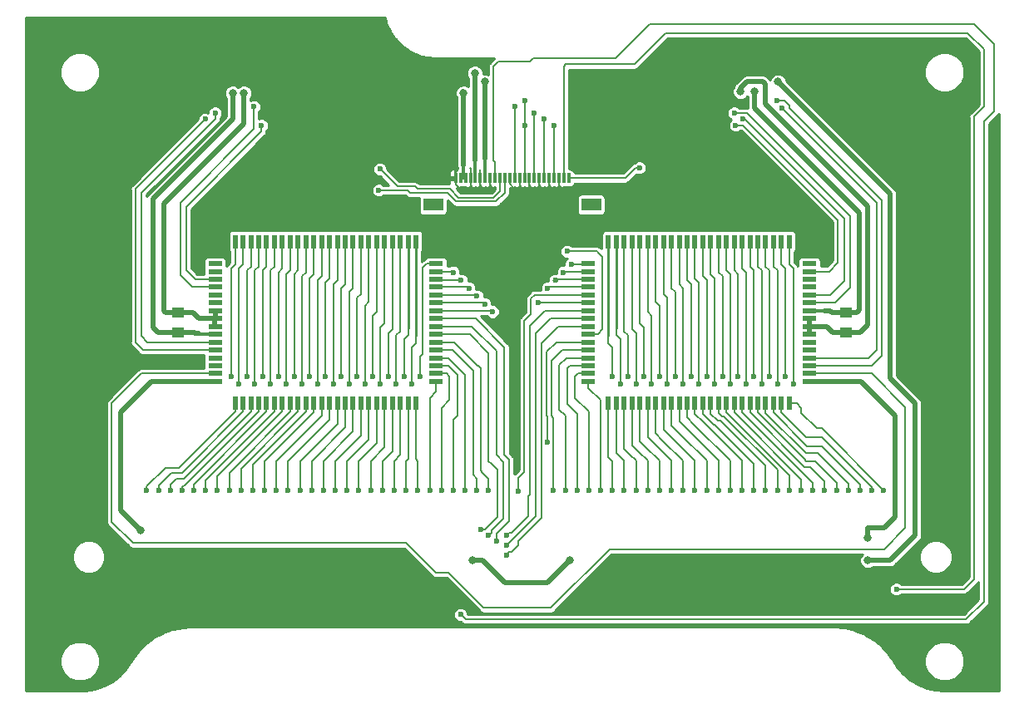
<source format=gbr>
G04 #@! TF.GenerationSoftware,KiCad,Pcbnew,5.0.2-bee76a0~70~ubuntu18.04.1*
G04 #@! TF.CreationDate,2020-04-30T09:19:53+02:00*
G04 #@! TF.ProjectId,ModulAdapter,4d6f6475-6c41-4646-9170-7465722e6b69,rev?*
G04 #@! TF.SameCoordinates,Original*
G04 #@! TF.FileFunction,Copper,L2,Bot*
G04 #@! TF.FilePolarity,Positive*
%FSLAX46Y46*%
G04 Gerber Fmt 4.6, Leading zero omitted, Abs format (unit mm)*
G04 Created by KiCad (PCBNEW 5.0.2-bee76a0~70~ubuntu18.04.1) date Do 30 Apr 2020 09:19:53 CEST*
%MOMM*%
%LPD*%
G01*
G04 APERTURE LIST*
G04 #@! TA.AperFunction,SMDPad,CuDef*
%ADD10R,0.500000X1.480000*%
G04 #@! TD*
G04 #@! TA.AperFunction,SMDPad,CuDef*
%ADD11R,1.480000X0.500000*%
G04 #@! TD*
G04 #@! TA.AperFunction,SMDPad,CuDef*
%ADD12R,1.250000X1.000000*%
G04 #@! TD*
G04 #@! TA.AperFunction,SMDPad,CuDef*
%ADD13R,2.000000X1.300000*%
G04 #@! TD*
G04 #@! TA.AperFunction,SMDPad,CuDef*
%ADD14R,0.300000X1.000000*%
G04 #@! TD*
G04 #@! TA.AperFunction,ViaPad*
%ADD15C,0.600000*%
G04 #@! TD*
G04 #@! TA.AperFunction,ViaPad*
%ADD16C,0.800000*%
G04 #@! TD*
G04 #@! TA.AperFunction,Conductor*
%ADD17C,0.200000*%
G04 #@! TD*
G04 #@! TA.AperFunction,Conductor*
%ADD18C,0.500000*%
G04 #@! TD*
G04 #@! TA.AperFunction,Conductor*
%ADD19C,0.300000*%
G04 #@! TD*
G04 #@! TA.AperFunction,Conductor*
%ADD20C,0.250000*%
G04 #@! TD*
G04 #@! TA.AperFunction,Conductor*
%ADD21C,0.150000*%
G04 #@! TD*
G04 #@! TA.AperFunction,Conductor*
%ADD22C,0.254000*%
G04 #@! TD*
G04 APERTURE END LIST*
D10*
G04 #@! TO.P,U4,1*
G04 #@! TO.N,Net-(J1-Pad197)*
X109800000Y-91260000D03*
G04 #@! TO.P,U4,2*
G04 #@! TO.N,Net-(J1-Pad199)*
X110600000Y-91260000D03*
G04 #@! TO.P,U4,3*
G04 #@! TO.N,Net-(J1-Pad201)*
X111400000Y-91260000D03*
G04 #@! TO.P,U4,4*
G04 #@! TO.N,Net-(J1-Pad203)*
X112200000Y-91260000D03*
G04 #@! TO.P,U4,5*
G04 #@! TO.N,Net-(J1-Pad205)*
X113000000Y-91260000D03*
G04 #@! TO.P,U4,6*
G04 #@! TO.N,Net-(J1-Pad207)*
X113800000Y-91260000D03*
G04 #@! TO.P,U4,7*
G04 #@! TO.N,Net-(J1-Pad209)*
X114600000Y-91260000D03*
G04 #@! TO.P,U4,8*
G04 #@! TO.N,Net-(J1-Pad211)*
X115400000Y-91260000D03*
G04 #@! TO.P,U4,9*
G04 #@! TO.N,Net-(J1-Pad213)*
X116200000Y-91260000D03*
G04 #@! TO.P,U4,10*
G04 #@! TO.N,Net-(J1-Pad215)*
X117000000Y-91260000D03*
G04 #@! TO.P,U4,11*
G04 #@! TO.N,Net-(J1-Pad217)*
X117800000Y-91260000D03*
G04 #@! TO.P,U4,12*
G04 #@! TO.N,Net-(J1-Pad219)*
X118600000Y-91260000D03*
G04 #@! TO.P,U4,13*
G04 #@! TO.N,Net-(J1-Pad221)*
X119400000Y-91260000D03*
G04 #@! TO.P,U4,14*
G04 #@! TO.N,Net-(J1-Pad223)*
X120200000Y-91260000D03*
G04 #@! TO.P,U4,15*
G04 #@! TO.N,Net-(J1-Pad225)*
X121000000Y-91260000D03*
G04 #@! TO.P,U4,16*
G04 #@! TO.N,Net-(J1-Pad227)*
X121800000Y-91260000D03*
G04 #@! TO.P,U4,17*
G04 #@! TO.N,Net-(J1-Pad229)*
X122600000Y-91260000D03*
G04 #@! TO.P,U4,18*
G04 #@! TO.N,Net-(J1-Pad231)*
X123400000Y-91260000D03*
G04 #@! TO.P,U4,19*
G04 #@! TO.N,Net-(J1-Pad233)*
X124200000Y-91260000D03*
G04 #@! TO.P,U4,20*
G04 #@! TO.N,Net-(J1-Pad235)*
X125000000Y-91260000D03*
G04 #@! TO.P,U4,21*
G04 #@! TO.N,Net-(J1-Pad237)*
X125800000Y-91260000D03*
G04 #@! TO.P,U4,22*
G04 #@! TO.N,Net-(J1-Pad239)*
X126600000Y-91260000D03*
G04 #@! TO.P,U4,23*
G04 #@! TO.N,Net-(J1-Pad241)*
X127400000Y-91260000D03*
G04 #@! TO.P,U4,24*
G04 #@! TO.N,Net-(J1-Pad243)*
X128200000Y-91260000D03*
D11*
G04 #@! TO.P,U4,25*
G04 #@! TO.N,N/C*
X130240000Y-93500000D03*
G04 #@! TO.P,U4,26*
G04 #@! TO.N,DI_C*
X130240000Y-94300000D03*
G04 #@! TO.P,U4,27*
G04 #@! TO.N,N/C*
X130240000Y-95100000D03*
G04 #@! TO.P,U4,28*
X130240000Y-95900000D03*
G04 #@! TO.P,U4,29*
G04 #@! TO.N,BL_C*
X130240000Y-96700000D03*
G04 #@! TO.P,U4,30*
G04 #@! TO.N,POL_C*
X130240000Y-97500000D03*
G04 #@! TO.P,U4,31*
G04 #@! TO.N,VDD_C*
X130240000Y-98300000D03*
G04 #@! TO.P,U4,32*
G04 #@! TO.N,GND_C*
X130240000Y-99100000D03*
G04 #@! TO.P,U4,33*
X130240000Y-99900000D03*
G04 #@! TO.P,U4,34*
X130240000Y-100700000D03*
G04 #@! TO.P,U4,35*
G04 #@! TO.N,N/C*
X130240000Y-101500000D03*
G04 #@! TO.P,U4,36*
X130240000Y-102300000D03*
G04 #@! TO.P,U4,37*
G04 #@! TO.N,CLK_C*
X130240000Y-103100000D03*
G04 #@! TO.P,U4,38*
G04 #@! TO.N,LE_C*
X130240000Y-103900000D03*
G04 #@! TO.P,U4,39*
G04 #@! TO.N,Net-(U2-Pad26)*
X130240000Y-104700000D03*
G04 #@! TO.P,U4,40*
G04 #@! TO.N,V_HV_C*
X130240000Y-105500000D03*
D10*
G04 #@! TO.P,U4,41*
G04 #@! TO.N,Net-(J1-Pad244)*
X128200000Y-107740000D03*
G04 #@! TO.P,U4,42*
G04 #@! TO.N,Net-(J1-Pad242)*
X127400000Y-107740000D03*
G04 #@! TO.P,U4,43*
G04 #@! TO.N,Net-(J1-Pad240)*
X126600000Y-107740000D03*
G04 #@! TO.P,U4,44*
G04 #@! TO.N,Net-(J1-Pad238)*
X125800000Y-107740000D03*
G04 #@! TO.P,U4,45*
G04 #@! TO.N,Net-(J1-Pad236)*
X125000000Y-107740000D03*
G04 #@! TO.P,U4,46*
G04 #@! TO.N,Net-(J1-Pad234)*
X124200000Y-107740000D03*
G04 #@! TO.P,U4,47*
G04 #@! TO.N,Net-(J1-Pad232)*
X123400000Y-107740000D03*
G04 #@! TO.P,U4,48*
G04 #@! TO.N,Net-(J1-Pad230)*
X122600000Y-107740000D03*
G04 #@! TO.P,U4,49*
G04 #@! TO.N,Net-(J1-Pad228)*
X121800000Y-107740000D03*
G04 #@! TO.P,U4,50*
G04 #@! TO.N,Net-(J1-Pad226)*
X121000000Y-107740000D03*
G04 #@! TO.P,U4,51*
G04 #@! TO.N,Net-(J1-Pad224)*
X120200000Y-107740000D03*
G04 #@! TO.P,U4,52*
G04 #@! TO.N,Net-(J1-Pad222)*
X119400000Y-107740000D03*
G04 #@! TO.P,U4,53*
G04 #@! TO.N,Net-(J1-Pad220)*
X118600000Y-107740000D03*
G04 #@! TO.P,U4,54*
G04 #@! TO.N,Net-(J1-Pad218)*
X117800000Y-107740000D03*
G04 #@! TO.P,U4,55*
G04 #@! TO.N,Net-(J1-Pad216)*
X117000000Y-107740000D03*
G04 #@! TO.P,U4,56*
G04 #@! TO.N,Net-(J1-Pad214)*
X116200000Y-107740000D03*
G04 #@! TO.P,U4,57*
G04 #@! TO.N,Net-(J1-Pad212)*
X115400000Y-107740000D03*
G04 #@! TO.P,U4,58*
G04 #@! TO.N,Net-(J1-Pad210)*
X114600000Y-107740000D03*
G04 #@! TO.P,U4,59*
G04 #@! TO.N,Net-(J1-Pad208)*
X113800000Y-107740000D03*
G04 #@! TO.P,U4,60*
G04 #@! TO.N,Net-(J1-Pad206)*
X113000000Y-107740000D03*
G04 #@! TO.P,U4,61*
G04 #@! TO.N,Net-(J1-Pad204)*
X112200000Y-107740000D03*
G04 #@! TO.P,U4,62*
G04 #@! TO.N,Net-(J1-Pad202)*
X111400000Y-107740000D03*
G04 #@! TO.P,U4,63*
G04 #@! TO.N,Net-(J1-Pad200)*
X110600000Y-107740000D03*
G04 #@! TO.P,U4,64*
G04 #@! TO.N,Net-(J1-Pad198)*
X109800000Y-107740000D03*
D11*
G04 #@! TO.P,U4,65*
G04 #@! TO.N,Net-(J1-Pad196)*
X107760000Y-105500000D03*
G04 #@! TO.P,U4,66*
G04 #@! TO.N,Net-(J1-Pad194)*
X107760000Y-104700000D03*
G04 #@! TO.P,U4,67*
G04 #@! TO.N,Net-(J1-Pad192)*
X107760000Y-103900000D03*
G04 #@! TO.P,U4,68*
G04 #@! TO.N,Net-(J1-Pad190)*
X107760000Y-103100000D03*
G04 #@! TO.P,U4,69*
G04 #@! TO.N,Net-(J1-Pad188)*
X107760000Y-102300000D03*
G04 #@! TO.P,U4,70*
G04 #@! TO.N,Net-(J1-Pad186)*
X107760000Y-101500000D03*
G04 #@! TO.P,U4,71*
G04 #@! TO.N,Net-(J1-Pad184)*
X107760000Y-100700000D03*
G04 #@! TO.P,U4,72*
G04 #@! TO.N,Net-(J1-Pad63)*
X107760000Y-99900000D03*
G04 #@! TO.P,U4,73*
G04 #@! TO.N,Net-(J1-Pad64)*
X107760000Y-99100000D03*
G04 #@! TO.P,U4,74*
G04 #@! TO.N,Net-(J1-Pad65)*
X107760000Y-98300000D03*
G04 #@! TO.P,U4,75*
G04 #@! TO.N,Net-(J1-Pad185)*
X107760000Y-97500000D03*
G04 #@! TO.P,U4,76*
G04 #@! TO.N,Net-(J1-Pad187)*
X107760000Y-96700000D03*
G04 #@! TO.P,U4,77*
G04 #@! TO.N,Net-(J1-Pad189)*
X107760000Y-95900000D03*
G04 #@! TO.P,U4,78*
G04 #@! TO.N,Net-(J1-Pad191)*
X107760000Y-95100000D03*
G04 #@! TO.P,U4,79*
G04 #@! TO.N,Net-(J1-Pad193)*
X107760000Y-94300000D03*
G04 #@! TO.P,U4,80*
G04 #@! TO.N,Net-(J1-Pad195)*
X107760000Y-93500000D03*
G04 #@! TD*
D10*
G04 #@! TO.P,U2,1*
G04 #@! TO.N,Net-(J1-Pad170)*
X90200000Y-107740000D03*
G04 #@! TO.P,U2,2*
G04 #@! TO.N,Net-(J1-Pad168)*
X89400000Y-107740000D03*
G04 #@! TO.P,U2,3*
G04 #@! TO.N,Net-(J1-Pad166)*
X88600000Y-107740000D03*
G04 #@! TO.P,U2,4*
G04 #@! TO.N,Net-(J1-Pad164)*
X87800000Y-107740000D03*
G04 #@! TO.P,U2,5*
G04 #@! TO.N,Net-(J1-Pad162)*
X87000000Y-107740000D03*
G04 #@! TO.P,U2,6*
G04 #@! TO.N,Net-(J1-Pad160)*
X86200000Y-107740000D03*
G04 #@! TO.P,U2,7*
G04 #@! TO.N,Net-(J1-Pad158)*
X85400000Y-107740000D03*
G04 #@! TO.P,U2,8*
G04 #@! TO.N,Net-(J1-Pad156)*
X84600000Y-107740000D03*
G04 #@! TO.P,U2,9*
G04 #@! TO.N,Net-(J1-Pad154)*
X83800000Y-107740000D03*
G04 #@! TO.P,U2,10*
G04 #@! TO.N,Net-(J1-Pad152)*
X83000000Y-107740000D03*
G04 #@! TO.P,U2,11*
G04 #@! TO.N,Net-(J1-Pad150)*
X82200000Y-107740000D03*
G04 #@! TO.P,U2,12*
G04 #@! TO.N,Net-(J1-Pad148)*
X81400000Y-107740000D03*
G04 #@! TO.P,U2,13*
G04 #@! TO.N,Net-(J1-Pad146)*
X80600000Y-107740000D03*
G04 #@! TO.P,U2,14*
G04 #@! TO.N,Net-(J1-Pad144)*
X79800000Y-107740000D03*
G04 #@! TO.P,U2,15*
G04 #@! TO.N,Net-(J1-Pad142)*
X79000000Y-107740000D03*
G04 #@! TO.P,U2,16*
G04 #@! TO.N,Net-(J1-Pad140)*
X78200000Y-107740000D03*
G04 #@! TO.P,U2,17*
G04 #@! TO.N,Net-(J1-Pad138)*
X77400000Y-107740000D03*
G04 #@! TO.P,U2,18*
G04 #@! TO.N,Net-(J1-Pad136)*
X76600000Y-107740000D03*
G04 #@! TO.P,U2,19*
G04 #@! TO.N,Net-(J1-Pad134)*
X75800000Y-107740000D03*
G04 #@! TO.P,U2,20*
G04 #@! TO.N,Net-(J1-Pad132)*
X75000000Y-107740000D03*
G04 #@! TO.P,U2,21*
G04 #@! TO.N,Net-(J1-Pad130)*
X74200000Y-107740000D03*
G04 #@! TO.P,U2,22*
G04 #@! TO.N,Net-(J1-Pad128)*
X73400000Y-107740000D03*
G04 #@! TO.P,U2,23*
G04 #@! TO.N,Net-(J1-Pad126)*
X72600000Y-107740000D03*
G04 #@! TO.P,U2,24*
G04 #@! TO.N,Net-(J1-Pad124)*
X71800000Y-107740000D03*
D11*
G04 #@! TO.P,U2,25*
G04 #@! TO.N,V_HV_C*
X69760000Y-105500000D03*
G04 #@! TO.P,U2,26*
G04 #@! TO.N,Net-(U2-Pad26)*
X69760000Y-104700000D03*
G04 #@! TO.P,U2,27*
G04 #@! TO.N,N/C*
X69760000Y-103900000D03*
G04 #@! TO.P,U2,28*
X69760000Y-103100000D03*
G04 #@! TO.P,U2,29*
G04 #@! TO.N,BL_C*
X69760000Y-102300000D03*
G04 #@! TO.P,U2,30*
G04 #@! TO.N,POL_C*
X69760000Y-101500000D03*
G04 #@! TO.P,U2,31*
G04 #@! TO.N,VDD_C*
X69760000Y-100700000D03*
G04 #@! TO.P,U2,32*
G04 #@! TO.N,GND_C*
X69760000Y-99900000D03*
G04 #@! TO.P,U2,33*
X69760000Y-99100000D03*
G04 #@! TO.P,U2,34*
X69760000Y-98300000D03*
G04 #@! TO.P,U2,35*
G04 #@! TO.N,N/C*
X69760000Y-97500000D03*
G04 #@! TO.P,U2,36*
X69760000Y-96700000D03*
G04 #@! TO.P,U2,37*
G04 #@! TO.N,CLK_C*
X69760000Y-95900000D03*
G04 #@! TO.P,U2,38*
G04 #@! TO.N,LE_C*
X69760000Y-95100000D03*
G04 #@! TO.P,U2,39*
G04 #@! TO.N,N/C*
X69760000Y-94300000D03*
G04 #@! TO.P,U2,40*
X69760000Y-93500000D03*
D10*
G04 #@! TO.P,U2,41*
G04 #@! TO.N,Net-(J1-Pad123)*
X71800000Y-91260000D03*
G04 #@! TO.P,U2,42*
G04 #@! TO.N,Net-(J1-Pad125)*
X72600000Y-91260000D03*
G04 #@! TO.P,U2,43*
G04 #@! TO.N,Net-(J1-Pad127)*
X73400000Y-91260000D03*
G04 #@! TO.P,U2,44*
G04 #@! TO.N,Net-(J1-Pad129)*
X74200000Y-91260000D03*
G04 #@! TO.P,U2,45*
G04 #@! TO.N,Net-(J1-Pad131)*
X75000000Y-91260000D03*
G04 #@! TO.P,U2,46*
G04 #@! TO.N,Net-(J1-Pad133)*
X75800000Y-91260000D03*
G04 #@! TO.P,U2,47*
G04 #@! TO.N,Net-(J1-Pad135)*
X76600000Y-91260000D03*
G04 #@! TO.P,U2,48*
G04 #@! TO.N,Net-(J1-Pad137)*
X77400000Y-91260000D03*
G04 #@! TO.P,U2,49*
G04 #@! TO.N,Net-(J1-Pad139)*
X78200000Y-91260000D03*
G04 #@! TO.P,U2,50*
G04 #@! TO.N,Net-(J1-Pad141)*
X79000000Y-91260000D03*
G04 #@! TO.P,U2,51*
G04 #@! TO.N,Net-(J1-Pad143)*
X79800000Y-91260000D03*
G04 #@! TO.P,U2,52*
G04 #@! TO.N,Net-(J1-Pad145)*
X80600000Y-91260000D03*
G04 #@! TO.P,U2,53*
G04 #@! TO.N,Net-(J1-Pad147)*
X81400000Y-91260000D03*
G04 #@! TO.P,U2,54*
G04 #@! TO.N,Net-(J1-Pad149)*
X82200000Y-91260000D03*
G04 #@! TO.P,U2,55*
G04 #@! TO.N,Net-(J1-Pad151)*
X83000000Y-91260000D03*
G04 #@! TO.P,U2,56*
G04 #@! TO.N,Net-(J1-Pad153)*
X83800000Y-91260000D03*
G04 #@! TO.P,U2,57*
G04 #@! TO.N,Net-(J1-Pad155)*
X84600000Y-91260000D03*
G04 #@! TO.P,U2,58*
G04 #@! TO.N,Net-(J1-Pad157)*
X85400000Y-91260000D03*
G04 #@! TO.P,U2,59*
G04 #@! TO.N,Net-(J1-Pad159)*
X86200000Y-91260000D03*
G04 #@! TO.P,U2,60*
G04 #@! TO.N,Net-(J1-Pad161)*
X87000000Y-91260000D03*
G04 #@! TO.P,U2,61*
G04 #@! TO.N,Net-(J1-Pad163)*
X87800000Y-91260000D03*
G04 #@! TO.P,U2,62*
G04 #@! TO.N,Net-(J1-Pad165)*
X88600000Y-91260000D03*
G04 #@! TO.P,U2,63*
G04 #@! TO.N,Net-(J1-Pad167)*
X89400000Y-91260000D03*
G04 #@! TO.P,U2,64*
G04 #@! TO.N,Net-(J1-Pad169)*
X90200000Y-91260000D03*
D11*
G04 #@! TO.P,U2,65*
G04 #@! TO.N,Net-(J1-Pad171)*
X92240000Y-93500000D03*
G04 #@! TO.P,U2,66*
G04 #@! TO.N,Net-(J1-Pad173)*
X92240000Y-94300000D03*
G04 #@! TO.P,U2,67*
G04 #@! TO.N,Net-(J1-Pad175)*
X92240000Y-95100000D03*
G04 #@! TO.P,U2,68*
G04 #@! TO.N,Net-(J1-Pad177)*
X92240000Y-95900000D03*
G04 #@! TO.P,U2,69*
G04 #@! TO.N,Net-(J1-Pad179)*
X92240000Y-96700000D03*
G04 #@! TO.P,U2,70*
G04 #@! TO.N,Net-(J1-Pad181)*
X92240000Y-97500000D03*
G04 #@! TO.P,U2,71*
G04 #@! TO.N,Net-(J1-Pad183)*
X92240000Y-98300000D03*
G04 #@! TO.P,U2,72*
G04 #@! TO.N,Net-(J1-Pad62)*
X92240000Y-99100000D03*
G04 #@! TO.P,U2,73*
G04 #@! TO.N,Net-(J1-Pad61)*
X92240000Y-99900000D03*
G04 #@! TO.P,U2,74*
G04 #@! TO.N,Net-(J1-Pad60)*
X92240000Y-100700000D03*
G04 #@! TO.P,U2,75*
G04 #@! TO.N,Net-(J1-Pad182)*
X92240000Y-101500000D03*
G04 #@! TO.P,U2,76*
G04 #@! TO.N,Net-(J1-Pad180)*
X92240000Y-102300000D03*
G04 #@! TO.P,U2,77*
G04 #@! TO.N,Net-(J1-Pad178)*
X92240000Y-103100000D03*
G04 #@! TO.P,U2,78*
G04 #@! TO.N,Net-(J1-Pad176)*
X92240000Y-103900000D03*
G04 #@! TO.P,U2,79*
G04 #@! TO.N,Net-(J1-Pad174)*
X92240000Y-104700000D03*
G04 #@! TO.P,U2,80*
G04 #@! TO.N,Net-(J1-Pad172)*
X92240000Y-105500000D03*
G04 #@! TD*
D12*
G04 #@! TO.P,C12,1*
G04 #@! TO.N,VDD_C*
X134000000Y-98500000D03*
G04 #@! TO.P,C12,2*
G04 #@! TO.N,GND_C*
X134000000Y-100500000D03*
G04 #@! TD*
G04 #@! TO.P,C13,1*
G04 #@! TO.N,VDD_C*
X66000000Y-100500000D03*
G04 #@! TO.P,C13,2*
G04 #@! TO.N,GND_C*
X66000000Y-98500000D03*
G04 #@! TD*
D13*
G04 #@! TO.P,J2,*
G04 #@! TO.N,*
X108050000Y-87500000D03*
X91950000Y-87500000D03*
D14*
G04 #@! TO.P,J2,1*
G04 #@! TO.N,+3V3*
X105750000Y-84800000D03*
G04 #@! TO.P,J2,2*
G04 #@! TO.N,V_GND*
X105250000Y-84800000D03*
G04 #@! TO.P,J2,3*
G04 #@! TO.N,GND*
X104750000Y-84800000D03*
G04 #@! TO.P,J2,4*
G04 #@! TO.N,DI_C*
X104250000Y-84800000D03*
G04 #@! TO.P,J2,5*
G04 #@! TO.N,GND*
X103750000Y-84800000D03*
G04 #@! TO.P,J2,6*
G04 #@! TO.N,BL_C*
X103250000Y-84800000D03*
G04 #@! TO.P,J2,7*
G04 #@! TO.N,GND*
X102750000Y-84800000D03*
G04 #@! TO.P,J2,8*
G04 #@! TO.N,POL_C*
X102250000Y-84800000D03*
G04 #@! TO.P,J2,9*
G04 #@! TO.N,GND*
X101750000Y-84800000D03*
G04 #@! TO.P,J2,10*
G04 #@! TO.N,LE_C*
X101250000Y-84800000D03*
G04 #@! TO.P,J2,11*
G04 #@! TO.N,GND*
X100750000Y-84800000D03*
G04 #@! TO.P,J2,12*
G04 #@! TO.N,CLK_C*
X100250000Y-84800000D03*
G04 #@! TO.P,J2,13*
G04 #@! TO.N,GND*
X99750000Y-84800000D03*
G04 #@! TO.P,J2,14*
G04 #@! TO.N,DIG1*
X99250000Y-84800000D03*
G04 #@! TO.P,J2,15*
G04 #@! TO.N,DIG0*
X98750000Y-84800000D03*
G04 #@! TO.P,J2,16*
G04 #@! TO.N,SENS_PAD*
X98250000Y-84800000D03*
G04 #@! TO.P,J2,17*
G04 #@! TO.N,GND*
X97750000Y-84800000D03*
G04 #@! TO.P,J2,18*
G04 #@! TO.N,VDD_C*
X97250000Y-84800000D03*
G04 #@! TO.P,J2,19*
G04 #@! TO.N,GND*
X96750000Y-84800000D03*
G04 #@! TO.P,J2,20*
G04 #@! TO.N,V_HV_C*
X96250000Y-84800000D03*
G04 #@! TO.P,J2,21*
G04 #@! TO.N,GND*
X95750000Y-84800000D03*
G04 #@! TO.P,J2,22*
G04 #@! TO.N,GND_C*
X95250000Y-84800000D03*
G04 #@! TO.P,J2,23*
X94750000Y-84800000D03*
G04 #@! TO.P,J2,24*
G04 #@! TO.N,GND*
X94250000Y-84800000D03*
G04 #@! TD*
D15*
G04 #@! TO.N,V_GND*
X139116000Y-126670000D03*
D16*
G04 #@! TO.N,VDD_C*
X71552000Y-76124000D03*
X97206000Y-74981000D03*
X124638000Y-75997000D03*
G04 #@! TO.N,GND_C*
X123241000Y-75997000D03*
X95047000Y-76124000D03*
X72695000Y-76124000D03*
D15*
G04 #@! TO.N,Net-(J1-Pad123)*
X71400000Y-105000000D03*
G04 #@! TO.N,Net-(J1-Pad124)*
X62800000Y-116600000D03*
G04 #@! TO.N,Net-(J1-Pad125)*
X72200000Y-105800000D03*
G04 #@! TO.N,Net-(J1-Pad126)*
X64000000Y-116600000D03*
G04 #@! TO.N,Net-(J1-Pad127)*
X73000000Y-105000000D03*
G04 #@! TO.N,Net-(J1-Pad128)*
X65200000Y-116600000D03*
G04 #@! TO.N,Net-(J1-Pad129)*
X73800000Y-105800000D03*
G04 #@! TO.N,Net-(J1-Pad130)*
X66400000Y-116600000D03*
G04 #@! TO.N,Net-(J1-Pad131)*
X74600000Y-105000000D03*
G04 #@! TO.N,Net-(J1-Pad132)*
X67600000Y-116600000D03*
G04 #@! TO.N,Net-(J1-Pad133)*
X75400000Y-105800000D03*
G04 #@! TO.N,Net-(J1-Pad134)*
X68800000Y-116600000D03*
G04 #@! TO.N,Net-(J1-Pad135)*
X76200000Y-105000000D03*
G04 #@! TO.N,Net-(J1-Pad136)*
X70000000Y-116600000D03*
G04 #@! TO.N,Net-(J1-Pad137)*
X77000000Y-105800000D03*
G04 #@! TO.N,Net-(J1-Pad138)*
X71200000Y-116600000D03*
G04 #@! TO.N,Net-(J1-Pad139)*
X77800000Y-105000000D03*
G04 #@! TO.N,Net-(J1-Pad140)*
X72400000Y-116600000D03*
G04 #@! TO.N,Net-(J1-Pad141)*
X78600000Y-105800000D03*
G04 #@! TO.N,Net-(J1-Pad142)*
X73600000Y-116600000D03*
G04 #@! TO.N,Net-(J1-Pad143)*
X79400000Y-105000000D03*
G04 #@! TO.N,Net-(J1-Pad144)*
X74800000Y-116600000D03*
G04 #@! TO.N,Net-(J1-Pad145)*
X80200000Y-105800000D03*
G04 #@! TO.N,Net-(J1-Pad146)*
X76000000Y-116600000D03*
G04 #@! TO.N,Net-(J1-Pad147)*
X81000000Y-105000000D03*
G04 #@! TO.N,Net-(J1-Pad148)*
X77200000Y-116600000D03*
G04 #@! TO.N,Net-(J1-Pad149)*
X81800000Y-105800000D03*
G04 #@! TO.N,Net-(J1-Pad150)*
X78400000Y-116600000D03*
G04 #@! TO.N,Net-(J1-Pad151)*
X82600000Y-105000000D03*
G04 #@! TO.N,Net-(J1-Pad152)*
X79600000Y-116600000D03*
G04 #@! TO.N,Net-(J1-Pad153)*
X83400000Y-105800000D03*
G04 #@! TO.N,Net-(J1-Pad154)*
X80800000Y-116600000D03*
G04 #@! TO.N,Net-(J1-Pad155)*
X84200000Y-105000000D03*
G04 #@! TO.N,Net-(J1-Pad156)*
X82000000Y-116600000D03*
G04 #@! TO.N,Net-(J1-Pad157)*
X85000000Y-105800000D03*
G04 #@! TO.N,Net-(J1-Pad158)*
X83200000Y-116600000D03*
G04 #@! TO.N,Net-(J1-Pad159)*
X85800000Y-105000000D03*
G04 #@! TO.N,Net-(J1-Pad160)*
X84400000Y-116600000D03*
G04 #@! TO.N,Net-(J1-Pad161)*
X86600000Y-105800000D03*
G04 #@! TO.N,Net-(J1-Pad162)*
X85600000Y-116600000D03*
G04 #@! TO.N,Net-(J1-Pad163)*
X87400000Y-105000000D03*
G04 #@! TO.N,Net-(J1-Pad164)*
X86800000Y-116600000D03*
G04 #@! TO.N,Net-(J1-Pad165)*
X88200000Y-105800000D03*
G04 #@! TO.N,Net-(J1-Pad166)*
X88000000Y-116600000D03*
G04 #@! TO.N,Net-(J1-Pad167)*
X89000000Y-105000000D03*
G04 #@! TO.N,Net-(J1-Pad168)*
X89200000Y-116600000D03*
G04 #@! TO.N,Net-(J1-Pad169)*
X89800000Y-105800000D03*
G04 #@! TO.N,Net-(J1-Pad170)*
X90400000Y-116600000D03*
G04 #@! TO.N,Net-(J1-Pad171)*
X90600000Y-105000000D03*
G04 #@! TO.N,Net-(J1-Pad172)*
X91600000Y-116600000D03*
G04 #@! TO.N,Net-(J1-Pad173)*
X94000000Y-94400000D03*
G04 #@! TO.N,Net-(J1-Pad174)*
X92800000Y-116600000D03*
G04 #@! TO.N,Net-(J1-Pad175)*
X94800000Y-95200000D03*
G04 #@! TO.N,Net-(J1-Pad176)*
X94000000Y-116600000D03*
G04 #@! TO.N,Net-(J1-Pad177)*
X95600000Y-96000000D03*
G04 #@! TO.N,Net-(J1-Pad178)*
X95200000Y-116600000D03*
G04 #@! TO.N,Net-(J1-Pad180)*
X96400000Y-116600000D03*
G04 #@! TO.N,Net-(J1-Pad186)*
X103600000Y-111700000D03*
G04 #@! TO.N,Net-(J1-Pad188)*
X104200000Y-116600000D03*
G04 #@! TO.N,Net-(J1-Pad190)*
X105400000Y-116600000D03*
G04 #@! TO.N,Net-(J1-Pad192)*
X106600000Y-116600000D03*
G04 #@! TO.N,Net-(J1-Pad193)*
X105200000Y-94400000D03*
G04 #@! TO.N,Net-(J1-Pad194)*
X107800000Y-116600000D03*
G04 #@! TO.N,Net-(J1-Pad195)*
X106000000Y-93600000D03*
G04 #@! TO.N,Net-(J1-Pad196)*
X109000000Y-116600000D03*
G04 #@! TO.N,Net-(J1-Pad197)*
X110200000Y-104990248D03*
G04 #@! TO.N,Net-(J1-Pad198)*
X110200000Y-116590248D03*
G04 #@! TO.N,Net-(J1-Pad199)*
X111000000Y-105790248D03*
G04 #@! TO.N,Net-(J1-Pad200)*
X111400000Y-116590248D03*
G04 #@! TO.N,Net-(J1-Pad201)*
X111800000Y-104990248D03*
G04 #@! TO.N,Net-(J1-Pad202)*
X112600000Y-116590248D03*
G04 #@! TO.N,Net-(J1-Pad203)*
X112600000Y-105790248D03*
G04 #@! TO.N,Net-(J1-Pad204)*
X113800000Y-116590248D03*
G04 #@! TO.N,Net-(J1-Pad205)*
X113400000Y-104990248D03*
G04 #@! TO.N,Net-(J1-Pad206)*
X115000000Y-116590248D03*
G04 #@! TO.N,Net-(J1-Pad207)*
X114200000Y-105790248D03*
G04 #@! TO.N,Net-(J1-Pad208)*
X116200000Y-116590248D03*
G04 #@! TO.N,Net-(J1-Pad209)*
X115000000Y-104990248D03*
G04 #@! TO.N,Net-(J1-Pad210)*
X117400000Y-116590248D03*
G04 #@! TO.N,Net-(J1-Pad211)*
X115800000Y-105790248D03*
G04 #@! TO.N,Net-(J1-Pad212)*
X118600000Y-116590248D03*
G04 #@! TO.N,Net-(J1-Pad213)*
X116600000Y-104990248D03*
G04 #@! TO.N,Net-(J1-Pad214)*
X119800000Y-116590248D03*
G04 #@! TO.N,Net-(J1-Pad215)*
X117400000Y-105790248D03*
G04 #@! TO.N,Net-(J1-Pad216)*
X121000000Y-116590248D03*
G04 #@! TO.N,Net-(J1-Pad217)*
X118200000Y-104990248D03*
G04 #@! TO.N,Net-(J1-Pad218)*
X122200000Y-116590248D03*
G04 #@! TO.N,Net-(J1-Pad219)*
X119000000Y-105790248D03*
G04 #@! TO.N,Net-(J1-Pad220)*
X123400000Y-116590248D03*
G04 #@! TO.N,Net-(J1-Pad221)*
X119800000Y-104990248D03*
G04 #@! TO.N,Net-(J1-Pad222)*
X124600000Y-116590248D03*
G04 #@! TO.N,Net-(J1-Pad223)*
X120600000Y-105790248D03*
G04 #@! TO.N,Net-(J1-Pad224)*
X125800000Y-116590248D03*
G04 #@! TO.N,Net-(J1-Pad225)*
X121400000Y-104990248D03*
G04 #@! TO.N,Net-(J1-Pad226)*
X127000000Y-116590248D03*
G04 #@! TO.N,Net-(J1-Pad227)*
X122200000Y-105790248D03*
G04 #@! TO.N,Net-(J1-Pad228)*
X128200000Y-116590248D03*
G04 #@! TO.N,Net-(J1-Pad229)*
X123000000Y-104990248D03*
G04 #@! TO.N,Net-(J1-Pad230)*
X129400000Y-116590248D03*
G04 #@! TO.N,Net-(J1-Pad231)*
X123800000Y-105790248D03*
G04 #@! TO.N,Net-(J1-Pad232)*
X130600000Y-116590248D03*
G04 #@! TO.N,Net-(J1-Pad233)*
X124600000Y-104990248D03*
G04 #@! TO.N,Net-(J1-Pad234)*
X131800000Y-116590248D03*
G04 #@! TO.N,Net-(J1-Pad235)*
X125400000Y-105790248D03*
G04 #@! TO.N,Net-(J1-Pad236)*
X133000000Y-116590248D03*
G04 #@! TO.N,Net-(J1-Pad237)*
X126200000Y-104990248D03*
G04 #@! TO.N,Net-(J1-Pad238)*
X134200000Y-116590248D03*
G04 #@! TO.N,Net-(J1-Pad239)*
X127000000Y-105790248D03*
G04 #@! TO.N,Net-(J1-Pad240)*
X135400000Y-116590248D03*
G04 #@! TO.N,Net-(J1-Pad241)*
X127800000Y-104990248D03*
G04 #@! TO.N,Net-(J1-Pad242)*
X136600000Y-116590248D03*
G04 #@! TO.N,Net-(J1-Pad243)*
X128600000Y-105790248D03*
G04 #@! TO.N,Net-(J1-Pad244)*
X137800000Y-116590248D03*
G04 #@! TO.N,Net-(J1-Pad179)*
X96400000Y-96800000D03*
G04 #@! TO.N,Net-(J1-Pad181)*
X97200000Y-97600000D03*
G04 #@! TO.N,Net-(J1-Pad182)*
X97600000Y-116600000D03*
G04 #@! TO.N,Net-(J1-Pad183)*
X98000000Y-98400000D03*
G04 #@! TO.N,Net-(J1-Pad184)*
X105588000Y-92253000D03*
G04 #@! TO.N,Net-(J1-Pad185)*
X102667000Y-97460000D03*
G04 #@! TO.N,Net-(J1-Pad187)*
X100600000Y-116700000D03*
G04 #@! TO.N,Net-(J1-Pad189)*
X103600000Y-96000000D03*
G04 #@! TO.N,Net-(J1-Pad191)*
X104400000Y-95200000D03*
G04 #@! TO.N,Net-(J1-Pad60)*
X96800000Y-120600000D03*
G04 #@! TO.N,Net-(J1-Pad61)*
X97600000Y-121200000D03*
G04 #@! TO.N,Net-(J1-Pad62)*
X98400000Y-121800000D03*
G04 #@! TO.N,Net-(J1-Pad63)*
X99400000Y-123200000D03*
D16*
G04 #@! TO.N,V_HV_C*
X127051000Y-74981000D03*
X136195000Y-123749000D03*
X136195000Y-121463000D03*
X96190000Y-74092000D03*
X105842000Y-123749000D03*
X95936000Y-123750000D03*
X62154000Y-120701000D03*
D15*
G04 #@! TO.N,LE_C*
X126924000Y-76886000D03*
X101270000Y-76886000D03*
X101250000Y-79426000D03*
X74473000Y-79426000D03*
G04 #@! TO.N,CLK_C*
X100254000Y-77521000D03*
X127432000Y-77648000D03*
X73711000Y-77521000D03*
G04 #@! TO.N,Net-(J1-Pad64)*
X99400000Y-122200000D03*
G04 #@! TO.N,Net-(J1-Pad65)*
X99400000Y-121200000D03*
G04 #@! TO.N,SENS_PAD*
X94750000Y-129250000D03*
D16*
G04 #@! TO.N,GND*
X88000000Y-123250000D03*
X57201000Y-79045000D03*
X88697000Y-83490000D03*
X100762000Y-86792000D03*
X88697000Y-87300000D03*
X113208000Y-86030000D03*
D15*
G04 #@! TO.N,DI_C*
X122733000Y-79426000D03*
X104250000Y-79426000D03*
G04 #@! TO.N,BL_C*
X123495000Y-78791000D03*
X103250000Y-78791000D03*
X68758000Y-78791000D03*
G04 #@! TO.N,POL_C*
X122606000Y-78156000D03*
X102250000Y-78156000D03*
X69774000Y-78156000D03*
G04 #@! TO.N,DIG1*
X86411000Y-86030000D03*
G04 #@! TO.N,DIG0*
X86538000Y-83871000D03*
G04 #@! TO.N,+3V3*
X112954000Y-83744000D03*
G04 #@! TD*
D17*
G04 #@! TO.N,V_GND*
X146990000Y-115113000D02*
X146990000Y-115510000D01*
X146990000Y-83363000D02*
X146990000Y-78537000D01*
X146990000Y-83236000D02*
X146990000Y-83363000D01*
X146990000Y-78537000D02*
X148006000Y-77521000D01*
X148006000Y-77521000D02*
X148006000Y-71679000D01*
X148006000Y-71679000D02*
X146355000Y-70028000D01*
X136703000Y-70028000D02*
X136322000Y-70028000D01*
X146355000Y-70028000D02*
X136703000Y-70028000D01*
X146990000Y-83363000D02*
X146990000Y-115113000D01*
X145974000Y-126670000D02*
X144323000Y-126670000D01*
X146990000Y-125654000D02*
X145974000Y-126670000D01*
X144323000Y-126670000D02*
X139116000Y-126670000D01*
X146990000Y-115113000D02*
X146990000Y-125654000D01*
X114859000Y-70790000D02*
X115621000Y-70028000D01*
X115621000Y-70028000D02*
X136703000Y-70028000D01*
X114859000Y-70790000D02*
X112446000Y-73203000D01*
X115240000Y-70409000D02*
X114859000Y-70790000D01*
X105250000Y-73414000D02*
X105461000Y-73203000D01*
X105250000Y-84800000D02*
X105250000Y-73414000D01*
X112446000Y-73203000D02*
X105461000Y-73203000D01*
D18*
G04 #@! TO.N,VDD_C*
X66000000Y-100500000D02*
X67607000Y-100500000D01*
X67607000Y-100500000D02*
X67742000Y-100635000D01*
X67742000Y-100635000D02*
X68123000Y-100635000D01*
X134000000Y-98500000D02*
X132536000Y-98500000D01*
X132536000Y-98500000D02*
X132385000Y-98349000D01*
X132385000Y-98349000D02*
X131750000Y-98349000D01*
X97206000Y-78664000D02*
X97206000Y-82855000D01*
X97206000Y-75489000D02*
X97206000Y-78664000D01*
D19*
X97250000Y-82899000D02*
X97206000Y-82855000D01*
X97250000Y-84800000D02*
X97250000Y-82899000D01*
X68188000Y-100700000D02*
X68123000Y-100635000D01*
X69760000Y-100700000D02*
X68188000Y-100700000D01*
X131701000Y-98300000D02*
X131750000Y-98349000D01*
X130240000Y-98300000D02*
X131701000Y-98300000D01*
D18*
X97206000Y-75870000D02*
X97206000Y-74981000D01*
X134000000Y-98500000D02*
X135052000Y-98500000D01*
X135052000Y-98500000D02*
X135052000Y-98476000D01*
X135052000Y-98476000D02*
X135306000Y-98222000D01*
X135306000Y-98222000D02*
X135306000Y-88316000D01*
X63424000Y-100000000D02*
X63924000Y-100500000D01*
X63924000Y-100500000D02*
X66000000Y-100500000D01*
X63424000Y-88316000D02*
X63424000Y-100000000D01*
X63424000Y-88316000D02*
X63424000Y-86919000D01*
X71552000Y-78791000D02*
X71552000Y-76124000D01*
X63424000Y-86919000D02*
X71552000Y-78791000D01*
X124638000Y-77648000D02*
X125273000Y-78283000D01*
X124638000Y-75997000D02*
X124638000Y-77648000D01*
X135306000Y-88316000D02*
X125273000Y-78283000D01*
X125273000Y-78283000D02*
X125019000Y-78029000D01*
G04 #@! TO.N,GND_C*
X69760000Y-98370000D02*
X69760000Y-99170000D01*
X69750000Y-99492000D02*
X69750000Y-99890000D01*
X69750000Y-99090000D02*
X69750000Y-99492000D01*
X130240000Y-99100000D02*
X130240000Y-100700000D01*
X66000000Y-98500000D02*
X67512000Y-98500000D01*
X68112000Y-99100000D02*
X69760000Y-99100000D01*
X67512000Y-98500000D02*
X68112000Y-99100000D01*
X134000000Y-100500000D02*
X132631000Y-100500000D01*
X132031000Y-99900000D02*
X130240000Y-99900000D01*
X132631000Y-100500000D02*
X132031000Y-99900000D01*
X95047000Y-78029000D02*
X95047000Y-76378000D01*
X95047000Y-83490000D02*
X95047000Y-78029000D01*
D19*
X94920000Y-84800000D02*
X94920000Y-84379000D01*
X94920000Y-84800000D02*
X94750000Y-84800000D01*
X95250000Y-84800000D02*
X94920000Y-84800000D01*
X95047000Y-84252000D02*
X95047000Y-83490000D01*
X94920000Y-84379000D02*
X95047000Y-84252000D01*
X95047000Y-84597000D02*
X95250000Y-84800000D01*
X95047000Y-84252000D02*
X95047000Y-84597000D01*
D18*
X64821000Y-98500000D02*
X64718000Y-98500000D01*
X66000000Y-98500000D02*
X64821000Y-98500000D01*
X64718000Y-98500000D02*
X64567000Y-98349000D01*
X95047000Y-76124000D02*
X94920000Y-75997000D01*
X64567000Y-98349000D02*
X64567000Y-88951000D01*
X95047000Y-76759000D02*
X95047000Y-76124000D01*
X64567000Y-88951000D02*
X64567000Y-87427000D01*
X64567000Y-87427000D02*
X72695000Y-79299000D01*
X72695000Y-79299000D02*
X72695000Y-76378000D01*
X72695000Y-76378000D02*
X72695000Y-76124000D01*
X135441000Y-100500000D02*
X134000000Y-100500000D01*
X136195000Y-99746000D02*
X135441000Y-100500000D01*
X136195000Y-87681000D02*
X136195000Y-99746000D01*
X123241000Y-75997000D02*
X123241000Y-75870000D01*
X125781000Y-77267000D02*
X136195000Y-87681000D01*
X125781000Y-77267000D02*
X125781000Y-75235000D01*
X125781000Y-75235000D02*
X125527000Y-74981000D01*
X125527000Y-74981000D02*
X123876000Y-74981000D01*
X123241000Y-75616000D02*
X123241000Y-75997000D01*
X123876000Y-74981000D02*
X123241000Y-75616000D01*
D17*
G04 #@! TO.N,Net-(J1-Pad123)*
X71800000Y-91260000D02*
X71800000Y-93600000D01*
X71400000Y-94000000D02*
X71400000Y-105000000D01*
X71800000Y-93600000D02*
X71400000Y-94000000D01*
G04 #@! TO.N,Net-(J1-Pad124)*
X64700000Y-114300000D02*
X62800000Y-116200000D01*
X62800000Y-116200000D02*
X62800000Y-116600000D01*
X66100000Y-114300000D02*
X64700000Y-114300000D01*
X71800000Y-107740000D02*
X71800000Y-108600000D01*
X71800000Y-108600000D02*
X66100000Y-114300000D01*
G04 #@! TO.N,Net-(J1-Pad125)*
X72600000Y-91260000D02*
X72600000Y-93600000D01*
X72200000Y-94000000D02*
X72200000Y-105800000D01*
X72600000Y-93600000D02*
X72200000Y-94000000D01*
G04 #@! TO.N,Net-(J1-Pad126)*
X64000000Y-116100000D02*
X64000000Y-116600000D01*
X65300000Y-114800000D02*
X64000000Y-116100000D01*
X66400000Y-114800000D02*
X65300000Y-114800000D01*
X72600000Y-108600000D02*
X66400000Y-114800000D01*
X72600000Y-107740000D02*
X72600000Y-108600000D01*
G04 #@! TO.N,Net-(J1-Pad127)*
X73400000Y-91260000D02*
X73400000Y-93800000D01*
X73400000Y-93800000D02*
X73000000Y-94200000D01*
X73000000Y-94200000D02*
X73000000Y-105000000D01*
G04 #@! TO.N,Net-(J1-Pad128)*
X73400000Y-108600000D02*
X66600000Y-115400000D01*
X73400000Y-107740000D02*
X73400000Y-108600000D01*
X65200000Y-116000000D02*
X65800000Y-115400000D01*
X66600000Y-115400000D02*
X65800000Y-115400000D01*
X65200000Y-116000000D02*
X65200000Y-116600000D01*
G04 #@! TO.N,Net-(J1-Pad129)*
X73800000Y-105800000D02*
X73800000Y-94200000D01*
X74200000Y-93800000D02*
X74200000Y-91260000D01*
X73800000Y-94200000D02*
X74200000Y-93800000D01*
G04 #@! TO.N,Net-(J1-Pad130)*
X74200000Y-108600000D02*
X66700000Y-116100000D01*
X74200000Y-107740000D02*
X74200000Y-108600000D01*
X66600000Y-116100000D02*
X66400000Y-116300000D01*
X66400000Y-116300000D02*
X66400000Y-116600000D01*
X66700000Y-116100000D02*
X66600000Y-116100000D01*
G04 #@! TO.N,Net-(J1-Pad131)*
X74600000Y-105000000D02*
X74600000Y-94200000D01*
X75000000Y-93800000D02*
X75000000Y-91260000D01*
X74600000Y-94200000D02*
X75000000Y-93800000D01*
G04 #@! TO.N,Net-(J1-Pad132)*
X67600000Y-116000000D02*
X67600000Y-116600000D01*
X75000000Y-108600000D02*
X67600000Y-116000000D01*
X75000000Y-107740000D02*
X75000000Y-108600000D01*
G04 #@! TO.N,Net-(J1-Pad133)*
X75400000Y-105800000D02*
X75400000Y-94200000D01*
X75800000Y-93800000D02*
X75800000Y-91260000D01*
X75400000Y-94200000D02*
X75800000Y-93800000D01*
G04 #@! TO.N,Net-(J1-Pad134)*
X68800000Y-115600000D02*
X68800000Y-116600000D01*
X75800000Y-108600000D02*
X68800000Y-115600000D01*
X75800000Y-107740000D02*
X75800000Y-108600000D01*
G04 #@! TO.N,Net-(J1-Pad135)*
X76200000Y-105000000D02*
X76200000Y-94400000D01*
X76600000Y-94000000D02*
X76600000Y-91260000D01*
X76200000Y-94400000D02*
X76600000Y-94000000D01*
G04 #@! TO.N,Net-(J1-Pad136)*
X76600000Y-108600000D02*
X76600000Y-107740000D01*
X70000000Y-115200000D02*
X76600000Y-108600000D01*
X70000000Y-116600000D02*
X70000000Y-115200000D01*
G04 #@! TO.N,Net-(J1-Pad137)*
X77000000Y-105800000D02*
X77000000Y-94600000D01*
X77400000Y-94200000D02*
X77400000Y-91260000D01*
X77000000Y-94600000D02*
X77400000Y-94200000D01*
G04 #@! TO.N,Net-(J1-Pad138)*
X71200000Y-116600000D02*
X71200000Y-114800000D01*
X71200000Y-114800000D02*
X77400000Y-108600000D01*
X77400000Y-108600000D02*
X77400000Y-107740000D01*
G04 #@! TO.N,Net-(J1-Pad139)*
X77800000Y-105000000D02*
X77800000Y-94600000D01*
X78200000Y-94200000D02*
X78200000Y-91260000D01*
X77800000Y-94600000D02*
X78200000Y-94200000D01*
G04 #@! TO.N,Net-(J1-Pad140)*
X72400000Y-116600000D02*
X72400000Y-114400000D01*
X72400000Y-114400000D02*
X78200000Y-108600000D01*
X78200000Y-108600000D02*
X78200000Y-107740000D01*
G04 #@! TO.N,Net-(J1-Pad141)*
X78600000Y-105800000D02*
X78600000Y-94800000D01*
X79000000Y-94400000D02*
X79000000Y-91260000D01*
X78600000Y-94800000D02*
X79000000Y-94400000D01*
G04 #@! TO.N,Net-(J1-Pad142)*
X73600000Y-114000000D02*
X73600000Y-116600000D01*
X79000000Y-107740000D02*
X79000000Y-108600000D01*
X79000000Y-108600000D02*
X73600000Y-114000000D01*
G04 #@! TO.N,Net-(J1-Pad143)*
X79400000Y-105000000D02*
X79400000Y-95000000D01*
X79800000Y-94600000D02*
X79800000Y-91260000D01*
X79400000Y-95000000D02*
X79800000Y-94600000D01*
G04 #@! TO.N,Net-(J1-Pad144)*
X79800000Y-108680000D02*
X79800000Y-107740000D01*
X74800000Y-113680000D02*
X79800000Y-108680000D01*
X74800000Y-113800000D02*
X74800000Y-113680000D01*
X74800000Y-116600000D02*
X74800000Y-113800000D01*
G04 #@! TO.N,Net-(J1-Pad145)*
X80200000Y-105800000D02*
X80200000Y-95200000D01*
X80600000Y-94800000D02*
X80600000Y-91260000D01*
X80200000Y-95200000D02*
X80600000Y-94800000D01*
G04 #@! TO.N,Net-(J1-Pad146)*
X76000000Y-116600000D02*
X76000000Y-113600000D01*
X80600000Y-109000000D02*
X80600000Y-107740000D01*
X76000000Y-113600000D02*
X80600000Y-109000000D01*
G04 #@! TO.N,Net-(J1-Pad147)*
X81000000Y-105000000D02*
X81000000Y-95400000D01*
X81400000Y-95000000D02*
X81400000Y-91260000D01*
X81000000Y-95400000D02*
X81400000Y-95000000D01*
G04 #@! TO.N,Net-(J1-Pad148)*
X77200000Y-116600000D02*
X77200000Y-113600000D01*
X81400000Y-109400000D02*
X81400000Y-107740000D01*
X77200000Y-113600000D02*
X81400000Y-109400000D01*
G04 #@! TO.N,Net-(J1-Pad149)*
X81800000Y-105800000D02*
X81800000Y-95600000D01*
X82200000Y-95200000D02*
X82200000Y-91260000D01*
X81800000Y-95600000D02*
X82200000Y-95200000D01*
G04 #@! TO.N,Net-(J1-Pad150)*
X82200000Y-109800000D02*
X82200000Y-107740000D01*
X78400000Y-113600000D02*
X82200000Y-109800000D01*
X78400000Y-116600000D02*
X78400000Y-113600000D01*
G04 #@! TO.N,Net-(J1-Pad151)*
X82600000Y-105000000D02*
X82600000Y-96000000D01*
X83000000Y-95600000D02*
X83000000Y-91260000D01*
X82600000Y-96000000D02*
X83000000Y-95600000D01*
G04 #@! TO.N,Net-(J1-Pad152)*
X79600000Y-116600000D02*
X79600000Y-113600000D01*
X83000000Y-110200000D02*
X83000000Y-107740000D01*
X79600000Y-113600000D02*
X83000000Y-110200000D01*
G04 #@! TO.N,Net-(J1-Pad153)*
X83400000Y-105800000D02*
X83400000Y-96400000D01*
X83800000Y-96000000D02*
X83800000Y-91260000D01*
X83400000Y-96400000D02*
X83800000Y-96000000D01*
G04 #@! TO.N,Net-(J1-Pad154)*
X80800000Y-116600000D02*
X80800000Y-113600000D01*
X83800000Y-110600000D02*
X83800000Y-107740000D01*
X80800000Y-113600000D02*
X83800000Y-110600000D01*
G04 #@! TO.N,Net-(J1-Pad155)*
X84200000Y-105000000D02*
X84200000Y-97000000D01*
X84600000Y-96600000D02*
X84600000Y-91260000D01*
X84200000Y-97000000D02*
X84600000Y-96600000D01*
G04 #@! TO.N,Net-(J1-Pad156)*
X82000000Y-116600000D02*
X82000000Y-113600000D01*
X84600000Y-111000000D02*
X84600000Y-107740000D01*
X82000000Y-113600000D02*
X84600000Y-111000000D01*
G04 #@! TO.N,Net-(J1-Pad157)*
X85000000Y-105800000D02*
X85000000Y-97800000D01*
X85400000Y-97400000D02*
X85400000Y-91260000D01*
X85000000Y-97800000D02*
X85400000Y-97400000D01*
G04 #@! TO.N,Net-(J1-Pad158)*
X83200000Y-116600000D02*
X83200000Y-113600000D01*
X85400000Y-111400000D02*
X85400000Y-107740000D01*
X83200000Y-113600000D02*
X85400000Y-111400000D01*
G04 #@! TO.N,Net-(J1-Pad159)*
X85800000Y-105000000D02*
X85800000Y-98800000D01*
X86200000Y-98400000D02*
X86200000Y-91260000D01*
X85800000Y-98800000D02*
X86200000Y-98400000D01*
G04 #@! TO.N,Net-(J1-Pad160)*
X84400000Y-116600000D02*
X84400000Y-113600000D01*
X86200000Y-111800000D02*
X86200000Y-107740000D01*
X84400000Y-113600000D02*
X86200000Y-111800000D01*
G04 #@! TO.N,Net-(J1-Pad161)*
X86600000Y-105800000D02*
X86600000Y-100000000D01*
X87000000Y-99600000D02*
X87000000Y-91260000D01*
X86600000Y-100000000D02*
X87000000Y-99600000D01*
G04 #@! TO.N,Net-(J1-Pad162)*
X85600000Y-116600000D02*
X85600000Y-113600000D01*
X87000000Y-112200000D02*
X87000000Y-107740000D01*
X85600000Y-113600000D02*
X87000000Y-112200000D01*
G04 #@! TO.N,Net-(J1-Pad163)*
X87400000Y-105000000D02*
X87400000Y-100600000D01*
X87800000Y-100200000D02*
X87800000Y-91260000D01*
X87400000Y-100600000D02*
X87800000Y-100200000D01*
G04 #@! TO.N,Net-(J1-Pad164)*
X87800000Y-112600000D02*
X87800000Y-112200000D01*
X87800000Y-112200000D02*
X87800000Y-107740000D01*
X86800000Y-113600000D02*
X87800000Y-112600000D01*
X86800000Y-116600000D02*
X86800000Y-113600000D01*
G04 #@! TO.N,Net-(J1-Pad165)*
X88600000Y-100400000D02*
X88600000Y-91260000D01*
X88200000Y-105800000D02*
X88200000Y-100800000D01*
X88200000Y-100800000D02*
X88600000Y-100400000D01*
G04 #@! TO.N,Net-(J1-Pad166)*
X88000000Y-116600000D02*
X88000000Y-113600000D01*
X88600000Y-113000000D02*
X88600000Y-107740000D01*
X88000000Y-113600000D02*
X88600000Y-113000000D01*
D20*
G04 #@! TO.N,Net-(J1-Pad167)*
X89400000Y-91260000D02*
X89400000Y-100068000D01*
D17*
X89000000Y-105000000D02*
X89000000Y-101200000D01*
X89400000Y-100800000D02*
X89400000Y-100068000D01*
X89000000Y-101200000D02*
X89400000Y-100800000D01*
G04 #@! TO.N,Net-(J1-Pad168)*
X89200000Y-116600000D02*
X89200000Y-113600000D01*
X89400000Y-113400000D02*
X89400000Y-107740000D01*
X89200000Y-113600000D02*
X89400000Y-113400000D01*
D20*
G04 #@! TO.N,Net-(J1-Pad169)*
X90200000Y-91260000D02*
X90200000Y-98074000D01*
X90200000Y-98074000D02*
X90200000Y-100868000D01*
D17*
X89800000Y-105800000D02*
X89800000Y-102000000D01*
X90200000Y-101600000D02*
X90200000Y-100868000D01*
X89800000Y-102000000D02*
X90200000Y-101600000D01*
G04 #@! TO.N,Net-(J1-Pad170)*
X90200000Y-113400000D02*
X90400000Y-113600000D01*
X90200000Y-107740000D02*
X90200000Y-113400000D01*
X90400000Y-113600000D02*
X90400000Y-116600000D01*
G04 #@! TO.N,Net-(J1-Pad171)*
X91300000Y-93500000D02*
X92240000Y-93500000D01*
X90898001Y-93901999D02*
X91300000Y-93500000D01*
X90898001Y-102200000D02*
X90898001Y-93901999D01*
X90898001Y-102200000D02*
X90898001Y-102701999D01*
X90898001Y-102701999D02*
X90600000Y-103000000D01*
X90600000Y-103000000D02*
X90600000Y-105000000D01*
G04 #@! TO.N,Net-(J1-Pad172)*
X91600000Y-116600000D02*
X91600000Y-107200000D01*
X92240000Y-106560000D02*
X92240000Y-105500000D01*
X91600000Y-107200000D02*
X92240000Y-106560000D01*
G04 #@! TO.N,Net-(J1-Pad173)*
X92240000Y-94300000D02*
X93900000Y-94300000D01*
X93900000Y-94300000D02*
X94000000Y-94400000D01*
G04 #@! TO.N,Net-(J1-Pad174)*
X92800000Y-108200000D02*
X92800000Y-116600000D01*
X93600000Y-105000000D02*
X93600000Y-107400000D01*
X92240000Y-104700000D02*
X93300000Y-104700000D01*
X93600000Y-107400000D02*
X92800000Y-108200000D01*
X93300000Y-104700000D02*
X93600000Y-105000000D01*
G04 #@! TO.N,Net-(J1-Pad175)*
X92340000Y-95200000D02*
X92240000Y-95100000D01*
X94600000Y-95200000D02*
X92340000Y-95200000D01*
G04 #@! TO.N,Net-(J1-Pad176)*
X94000000Y-109400000D02*
X94000000Y-116600000D01*
X94400000Y-109000000D02*
X94000000Y-109400000D01*
X94400000Y-104800000D02*
X94400000Y-109000000D01*
X92240000Y-103900000D02*
X93500000Y-103900000D01*
X93500000Y-103900000D02*
X94400000Y-104800000D01*
G04 #@! TO.N,Net-(J1-Pad177)*
X95500000Y-95900000D02*
X95600000Y-96000000D01*
X92240000Y-95900000D02*
X95500000Y-95900000D01*
G04 #@! TO.N,Net-(J1-Pad178)*
X92240000Y-103100000D02*
X93180000Y-103100000D01*
X93180000Y-103100000D02*
X93200000Y-103100000D01*
X95200000Y-116000000D02*
X95200000Y-116600000D01*
X95200000Y-106200000D02*
X95200000Y-116600000D01*
X95200000Y-104800000D02*
X95200000Y-106200000D01*
X93180000Y-103100000D02*
X93500000Y-103100000D01*
X93500000Y-103100000D02*
X95200000Y-104800000D01*
G04 #@! TO.N,Net-(J1-Pad180)*
X92240000Y-102300000D02*
X93900000Y-102300000D01*
X93900000Y-102300000D02*
X95600000Y-104000000D01*
X95800000Y-104200000D02*
X96000000Y-104400000D01*
X95600000Y-104000000D02*
X95800000Y-104200000D01*
X96400000Y-115400000D02*
X96000000Y-115000000D01*
X96400000Y-116600000D02*
X96400000Y-115400000D01*
X96000000Y-104400000D02*
X96000000Y-115000000D01*
G04 #@! TO.N,Net-(J1-Pad186)*
X104500000Y-101500000D02*
X107760000Y-101500000D01*
X103500000Y-109000000D02*
X103500000Y-102500000D01*
X103600000Y-111700000D02*
X103600000Y-109100000D01*
X103500000Y-102500000D02*
X104500000Y-101500000D01*
X103600000Y-109100000D02*
X103500000Y-109000000D01*
G04 #@! TO.N,Net-(J1-Pad188)*
X105100000Y-102300000D02*
X107760000Y-102300000D01*
X104000000Y-103400000D02*
X105100000Y-102300000D01*
X104000000Y-109000000D02*
X104000000Y-103400000D01*
X104200000Y-109200000D02*
X104000000Y-109000000D01*
X104200000Y-116600000D02*
X104200000Y-109200000D01*
G04 #@! TO.N,Net-(J1-Pad190)*
X105500000Y-103100000D02*
X107760000Y-103100000D01*
X105400000Y-116600000D02*
X105400000Y-109000000D01*
X104800000Y-103800000D02*
X104800000Y-108400000D01*
X105400000Y-109000000D02*
X104800000Y-108400000D01*
X104800000Y-103800000D02*
X105500000Y-103100000D01*
G04 #@! TO.N,Net-(J1-Pad192)*
X105900000Y-103900000D02*
X107760000Y-103900000D01*
X106600000Y-116600000D02*
X106600000Y-108800000D01*
X105600000Y-104200000D02*
X105600000Y-107800000D01*
X106600000Y-108800000D02*
X105600000Y-107800000D01*
X105600000Y-104200000D02*
X105900000Y-103900000D01*
G04 #@! TO.N,Net-(J1-Pad193)*
X105100000Y-94300000D02*
X105000000Y-94400000D01*
X107760000Y-94300000D02*
X105100000Y-94300000D01*
G04 #@! TO.N,Net-(J1-Pad194)*
X107800000Y-116600000D02*
X107800000Y-108600000D01*
X107800000Y-108600000D02*
X106400000Y-107200000D01*
X106400000Y-107200000D02*
X106400000Y-105000000D01*
X106700000Y-104700000D02*
X107760000Y-104700000D01*
X106400000Y-105000000D02*
X106700000Y-104700000D01*
G04 #@! TO.N,Net-(J1-Pad195)*
X107660000Y-93600000D02*
X107760000Y-93500000D01*
X105900000Y-93600000D02*
X107660000Y-93600000D01*
G04 #@! TO.N,Net-(J1-Pad196)*
X109000000Y-116600000D02*
X109000000Y-107400000D01*
X107760000Y-106160000D02*
X107760000Y-105500000D01*
X109000000Y-107400000D02*
X107760000Y-106160000D01*
G04 #@! TO.N,Net-(J1-Pad197)*
X109800000Y-101600000D02*
X109800000Y-100868000D01*
X110200000Y-102000000D02*
X109800000Y-101600000D01*
D20*
X109800000Y-91260000D02*
X109800000Y-98074000D01*
X109800000Y-98074000D02*
X109800000Y-100868000D01*
D17*
X110200000Y-104300000D02*
X110200000Y-104990248D01*
X110200000Y-104300000D02*
X110200000Y-102000000D01*
G04 #@! TO.N,Net-(J1-Pad198)*
X110200000Y-113590248D02*
X110190248Y-113590248D01*
X110200000Y-113900000D02*
X110200000Y-113590248D01*
X110200000Y-114100000D02*
X110200000Y-113600000D01*
X110200000Y-114100000D02*
X110200000Y-116590248D01*
X110200000Y-113900000D02*
X110200000Y-114100000D01*
X109800000Y-113200000D02*
X109800000Y-107740000D01*
X110200000Y-113600000D02*
X109800000Y-113200000D01*
G04 #@! TO.N,Net-(J1-Pad199)*
X111000000Y-105000000D02*
X111000000Y-101200000D01*
X110600000Y-100800000D02*
X110600000Y-100068000D01*
X111000000Y-101200000D02*
X110600000Y-100800000D01*
D20*
X110600000Y-91260000D02*
X110600000Y-100068000D01*
D17*
X111000000Y-105000000D02*
X111000000Y-105790248D01*
G04 #@! TO.N,Net-(J1-Pad200)*
X111400000Y-116590248D02*
X111400000Y-113590248D01*
X111400000Y-113590248D02*
X111200000Y-113390248D01*
X110600000Y-112790248D02*
X111200000Y-113390248D01*
X110600000Y-107740000D02*
X110600000Y-112790248D01*
G04 #@! TO.N,Net-(J1-Pad201)*
X111400000Y-100400000D02*
X111400000Y-91260000D01*
X111800000Y-100800000D02*
X111400000Y-100400000D01*
X111800000Y-104300000D02*
X111800000Y-104990248D01*
X111800000Y-104300000D02*
X111800000Y-100800000D01*
G04 #@! TO.N,Net-(J1-Pad202)*
X112600000Y-116590248D02*
X112600000Y-113590248D01*
X112600000Y-113590248D02*
X112000000Y-112990248D01*
X111400000Y-112390248D02*
X112000000Y-112990248D01*
X111400000Y-107740000D02*
X111400000Y-112390248D01*
G04 #@! TO.N,Net-(J1-Pad203)*
X112600000Y-105000000D02*
X112600000Y-100600000D01*
X112200000Y-100200000D02*
X112200000Y-91260000D01*
X112600000Y-100600000D02*
X112200000Y-100200000D01*
X112600000Y-105000000D02*
X112600000Y-105790248D01*
G04 #@! TO.N,Net-(J1-Pad204)*
X113800000Y-116590248D02*
X113800000Y-113590248D01*
X112200000Y-111990248D02*
X112900000Y-112690248D01*
X113800000Y-113590248D02*
X112900000Y-112690248D01*
X112200000Y-107740000D02*
X112200000Y-111990248D01*
X112900000Y-112690248D02*
X112800000Y-112590248D01*
G04 #@! TO.N,Net-(J1-Pad205)*
X113000000Y-99600000D02*
X113000000Y-91260000D01*
X113400000Y-100000000D02*
X113000000Y-99600000D01*
X113400000Y-104300000D02*
X113400000Y-100000000D01*
X113400000Y-104300000D02*
X113400000Y-104990248D01*
G04 #@! TO.N,Net-(J1-Pad206)*
X115000000Y-116590248D02*
X115000000Y-113590248D01*
X115000000Y-113590248D02*
X113600000Y-112190248D01*
X113000000Y-111590248D02*
X113600000Y-112190248D01*
X113000000Y-107740000D02*
X113000000Y-111590248D01*
G04 #@! TO.N,Net-(J1-Pad207)*
X113800000Y-98400000D02*
X113800000Y-91260000D01*
X114200000Y-98800000D02*
X113800000Y-98400000D01*
X114200000Y-104900000D02*
X114200000Y-105790248D01*
X114200000Y-104900000D02*
X114200000Y-98800000D01*
X114200000Y-105000000D02*
X114200000Y-104900000D01*
G04 #@! TO.N,Net-(J1-Pad208)*
X113800000Y-107740000D02*
X113800000Y-111190248D01*
X116200000Y-113590248D02*
X116200000Y-116590248D01*
X113800000Y-111190248D02*
X116200000Y-113590248D01*
G04 #@! TO.N,Net-(J1-Pad209)*
X114600000Y-97400000D02*
X114600000Y-91260000D01*
X115000000Y-97800000D02*
X114600000Y-97400000D01*
X115000000Y-104300000D02*
X115000000Y-104990248D01*
X115000000Y-104300000D02*
X115000000Y-97800000D01*
G04 #@! TO.N,Net-(J1-Pad210)*
X117400000Y-116590248D02*
X117400000Y-113590248D01*
X114600000Y-107740000D02*
X114600000Y-110790248D01*
X117400000Y-113590248D02*
X115300000Y-111490248D01*
X114600000Y-110790248D02*
X115300000Y-111490248D01*
X115300000Y-111490248D02*
X115200000Y-111390248D01*
G04 #@! TO.N,Net-(J1-Pad211)*
X115800000Y-105000000D02*
X115800000Y-97000000D01*
X115400000Y-96600000D02*
X115400000Y-91260000D01*
X115800000Y-97000000D02*
X115400000Y-96600000D01*
X115800000Y-105000000D02*
X115800000Y-105790248D01*
G04 #@! TO.N,Net-(J1-Pad212)*
X118600000Y-116590248D02*
X118600000Y-113590248D01*
X115400000Y-110390248D02*
X116109752Y-111100000D01*
X118600000Y-113590248D02*
X116109752Y-111100000D01*
X115400000Y-107740000D02*
X115400000Y-110390248D01*
X116109752Y-111100000D02*
X116000000Y-110990248D01*
G04 #@! TO.N,Net-(J1-Pad213)*
X116200000Y-96000000D02*
X116200000Y-91260000D01*
X116600000Y-96400000D02*
X116200000Y-96000000D01*
X116600000Y-104300000D02*
X116600000Y-104990248D01*
X116600000Y-104300000D02*
X116600000Y-96400000D01*
G04 #@! TO.N,Net-(J1-Pad214)*
X119800000Y-116590248D02*
X119800000Y-113590248D01*
X116200000Y-109990248D02*
X117200000Y-110990248D01*
X116200000Y-107740000D02*
X116200000Y-109990248D01*
X119800000Y-113590248D02*
X117200000Y-110990248D01*
X117200000Y-110990248D02*
X116800000Y-110590248D01*
G04 #@! TO.N,Net-(J1-Pad215)*
X117400000Y-105000000D02*
X117400000Y-96000000D01*
X117000000Y-95600000D02*
X117000000Y-91260000D01*
X117400000Y-96000000D02*
X117000000Y-95600000D01*
X117400000Y-105000000D02*
X117400000Y-105790248D01*
G04 #@! TO.N,Net-(J1-Pad216)*
X117000000Y-107740000D02*
X117000000Y-109590248D01*
X121000000Y-113590248D02*
X121000000Y-116590248D01*
X117000000Y-109590248D02*
X121000000Y-113590248D01*
G04 #@! TO.N,Net-(J1-Pad217)*
X117800000Y-95200000D02*
X117800000Y-91260000D01*
X118200000Y-95600000D02*
X117800000Y-95200000D01*
X118200000Y-104400000D02*
X118200000Y-104990248D01*
X118200000Y-104400000D02*
X118200000Y-95600000D01*
G04 #@! TO.N,Net-(J1-Pad218)*
X122200000Y-116590248D02*
X122200000Y-113590248D01*
X117800000Y-109190248D02*
X118509752Y-109900000D01*
X117800000Y-107740000D02*
X117800000Y-109190248D01*
X122200000Y-113590248D02*
X118509752Y-109900000D01*
X118509752Y-109900000D02*
X118400000Y-109790248D01*
G04 #@! TO.N,Net-(J1-Pad219)*
X118600000Y-95000000D02*
X118600000Y-91260000D01*
X119000000Y-95400000D02*
X118600000Y-95000000D01*
X119000000Y-104900000D02*
X119000000Y-105790248D01*
X119000000Y-104900000D02*
X119000000Y-95400000D01*
X119000000Y-105000000D02*
X119000000Y-104900000D01*
G04 #@! TO.N,Net-(J1-Pad220)*
X123400000Y-116590248D02*
X123400000Y-113590248D01*
X118600000Y-108790248D02*
X119509752Y-109700000D01*
X123400000Y-113590248D02*
X119509752Y-109700000D01*
X118600000Y-107740000D02*
X118600000Y-108790248D01*
X119509752Y-109700000D02*
X119200000Y-109390248D01*
G04 #@! TO.N,Net-(J1-Pad221)*
X119400000Y-94800000D02*
X119400000Y-91260000D01*
X119800000Y-95200000D02*
X119400000Y-94800000D01*
X119800000Y-104300000D02*
X119800000Y-104990248D01*
X119800000Y-104300000D02*
X119800000Y-95200000D01*
G04 #@! TO.N,Net-(J1-Pad222)*
X119400000Y-108800000D02*
X120500000Y-109900000D01*
X119400000Y-107740000D02*
X119400000Y-108800000D01*
X120600000Y-109900000D02*
X124600000Y-113900000D01*
X124600000Y-113900000D02*
X124600000Y-116590248D01*
X120500000Y-109900000D02*
X120600000Y-109900000D01*
G04 #@! TO.N,Net-(J1-Pad223)*
X120600000Y-105000000D02*
X120600000Y-95000000D01*
X120200000Y-94600000D02*
X120200000Y-91260000D01*
X120600000Y-95000000D02*
X120200000Y-94600000D01*
X120600000Y-105000000D02*
X120600000Y-105790248D01*
G04 #@! TO.N,Net-(J1-Pad224)*
X120900000Y-109500000D02*
X120200000Y-108800000D01*
X121200000Y-109500000D02*
X120900000Y-109500000D01*
X120200000Y-108800000D02*
X120200000Y-107740000D01*
X125800000Y-114100000D02*
X121200000Y-109500000D01*
X125800000Y-116590248D02*
X125800000Y-114100000D01*
G04 #@! TO.N,Net-(J1-Pad225)*
X121000000Y-94400000D02*
X121000000Y-91260000D01*
X121400000Y-94800000D02*
X121000000Y-94400000D01*
X121400000Y-104300000D02*
X121400000Y-104990248D01*
X121400000Y-104300000D02*
X121400000Y-94800000D01*
G04 #@! TO.N,Net-(J1-Pad226)*
X127000000Y-114900000D02*
X127000000Y-116590248D01*
X127000000Y-114500000D02*
X127000000Y-114900000D01*
X121330010Y-109030010D02*
X121530010Y-109030010D01*
X121530010Y-109030010D02*
X127000000Y-114500000D01*
X121000000Y-107740000D02*
X121000000Y-108700000D01*
X121000000Y-108700000D02*
X121330010Y-109030010D01*
G04 #@! TO.N,Net-(J1-Pad227)*
X121800000Y-94200000D02*
X121800000Y-91260000D01*
X122200000Y-94600000D02*
X121800000Y-94200000D01*
X122200000Y-104900000D02*
X122200000Y-105790248D01*
X122200000Y-104900000D02*
X122200000Y-94600000D01*
X122200000Y-105000000D02*
X122200000Y-104900000D01*
G04 #@! TO.N,Net-(J1-Pad228)*
X121800000Y-108680000D02*
X128200000Y-115080000D01*
X121800000Y-107740000D02*
X121800000Y-108680000D01*
X128200000Y-115080000D02*
X128200000Y-115300000D01*
X128200000Y-116590248D02*
X128200000Y-115300000D01*
X128200000Y-115300000D02*
X128200000Y-115200000D01*
G04 #@! TO.N,Net-(J1-Pad229)*
X122600000Y-94200000D02*
X122600000Y-91260000D01*
X123000000Y-94600000D02*
X122600000Y-94200000D01*
X123000000Y-104200000D02*
X123000000Y-104990248D01*
X123000000Y-104200000D02*
X123000000Y-94600000D01*
G04 #@! TO.N,Net-(J1-Pad230)*
X129400000Y-116165984D02*
X129400000Y-116590248D01*
X129400000Y-115480000D02*
X129400000Y-116165984D01*
X122600000Y-108680000D02*
X129400000Y-115480000D01*
X122600000Y-107740000D02*
X122600000Y-108680000D01*
G04 #@! TO.N,Net-(J1-Pad231)*
X123400000Y-94000000D02*
X123400000Y-91260000D01*
X123800000Y-94400000D02*
X123400000Y-94000000D01*
X123800000Y-104900000D02*
X123800000Y-105790248D01*
X123800000Y-104900000D02*
X123800000Y-94400000D01*
X123800000Y-105000000D02*
X123800000Y-104900000D01*
G04 #@! TO.N,Net-(J1-Pad232)*
X130600000Y-116300000D02*
X130600000Y-116590248D01*
X130600000Y-115880000D02*
X130600000Y-116300000D01*
X123400000Y-107740000D02*
X123400000Y-108680000D01*
X123400000Y-108680000D02*
X130600000Y-115880000D01*
G04 #@! TO.N,Net-(J1-Pad233)*
X124600000Y-94200000D02*
X124200000Y-93800000D01*
X124200000Y-93800000D02*
X124200000Y-91260000D01*
X124600000Y-104200000D02*
X124600000Y-104990248D01*
X124600000Y-104200000D02*
X124600000Y-94200000D01*
G04 #@! TO.N,Net-(J1-Pad234)*
X129720000Y-114200000D02*
X124200000Y-108680000D01*
X124200000Y-108680000D02*
X124200000Y-107740000D01*
X130300000Y-114200000D02*
X129720000Y-114200000D01*
X131800000Y-116590248D02*
X131800000Y-115700000D01*
X131800000Y-115700000D02*
X130300000Y-114200000D01*
G04 #@! TO.N,Net-(J1-Pad235)*
X125000000Y-93800000D02*
X125000000Y-91260000D01*
X125400000Y-94200000D02*
X125000000Y-93800000D01*
X125400000Y-103600000D02*
X125400000Y-94200000D01*
X125400000Y-103600000D02*
X125400000Y-105790248D01*
G04 #@! TO.N,Net-(J1-Pad236)*
X125000000Y-108680000D02*
X129700000Y-113380000D01*
X125000000Y-107740000D02*
X125000000Y-108680000D01*
X129700000Y-113380000D02*
X129700000Y-113400000D01*
X129700000Y-113400000D02*
X129900000Y-113600000D01*
X129900000Y-113600000D02*
X130800000Y-113600000D01*
X133000000Y-115800000D02*
X133000000Y-116590248D01*
X130800000Y-113600000D02*
X133000000Y-115800000D01*
G04 #@! TO.N,Net-(J1-Pad237)*
X125800000Y-93800000D02*
X125800000Y-91260000D01*
X126200000Y-94200000D02*
X125800000Y-93800000D01*
X126200000Y-103200000D02*
X126200000Y-94200000D01*
X126200000Y-103200000D02*
X126200000Y-104990248D01*
G04 #@! TO.N,Net-(J1-Pad238)*
X125800000Y-108690248D02*
X129900000Y-112790248D01*
X125800000Y-107740000D02*
X125800000Y-108690248D01*
X129900000Y-112790248D02*
X129900000Y-112800000D01*
X129900000Y-112800000D02*
X130800000Y-112800000D01*
X130800000Y-112800000D02*
X130900000Y-112800000D01*
X134200000Y-115900000D02*
X134200000Y-116590248D01*
X131100000Y-112800000D02*
X134200000Y-115900000D01*
X130800000Y-112800000D02*
X131100000Y-112800000D01*
G04 #@! TO.N,Net-(J1-Pad239)*
X126600000Y-93800000D02*
X127000000Y-94200000D01*
X126600000Y-91260000D02*
X126600000Y-93800000D01*
X127000000Y-94200000D02*
X127000000Y-103900000D01*
X127000000Y-103900000D02*
X127000000Y-105790248D01*
G04 #@! TO.N,Net-(J1-Pad240)*
X126600000Y-108680000D02*
X129910248Y-111990248D01*
X126600000Y-107740000D02*
X126600000Y-108680000D01*
X129910248Y-111990248D02*
X129910248Y-112010248D01*
X129910248Y-112010248D02*
X130000000Y-112100000D01*
X131300000Y-112100000D02*
X131500000Y-112100000D01*
X130000000Y-112100000D02*
X131300000Y-112100000D01*
X135400000Y-116000000D02*
X135400000Y-116100000D01*
X131500000Y-112100000D02*
X135400000Y-116000000D01*
X135400000Y-116100000D02*
X135400000Y-116590248D01*
G04 #@! TO.N,Net-(J1-Pad241)*
X127400000Y-91260000D02*
X127400000Y-93600000D01*
X127400000Y-93600000D02*
X127800000Y-94000000D01*
X127800000Y-94000000D02*
X127800000Y-103700000D01*
X127800000Y-103700000D02*
X127800000Y-104990248D01*
G04 #@! TO.N,Net-(J1-Pad242)*
X129910248Y-111190248D02*
X130700000Y-111190248D01*
X127400000Y-107740000D02*
X127400000Y-108680000D01*
X127400000Y-108680000D02*
X129910248Y-111190248D01*
X130700000Y-111190248D02*
X130520000Y-111190248D01*
X136600000Y-116300000D02*
X136600000Y-116590248D01*
X130700000Y-111190248D02*
X131490248Y-111190248D01*
X131490248Y-111190248D02*
X136600000Y-116300000D01*
G04 #@! TO.N,Net-(J1-Pad243)*
X128200000Y-93600000D02*
X128600000Y-94000000D01*
X128200000Y-91260000D02*
X128200000Y-93600000D01*
X128600000Y-94000000D02*
X128600000Y-104800000D01*
X128600000Y-104800000D02*
X128600000Y-105790248D01*
G04 #@! TO.N,Net-(J1-Pad244)*
X128990248Y-107740000D02*
X128200000Y-107740000D01*
X129000000Y-107730248D02*
X128990248Y-107740000D01*
X129000000Y-107730248D02*
X128800000Y-107730248D01*
X128200000Y-107740000D02*
X128949752Y-107740000D01*
X131496000Y-110286248D02*
X130987248Y-110286248D01*
X131496000Y-110286248D02*
X137800000Y-116590248D01*
X129401252Y-108700252D02*
X129401252Y-108191500D01*
X130987248Y-110286248D02*
X129401252Y-108700252D01*
X128949752Y-107740000D02*
X129401252Y-108191500D01*
G04 #@! TO.N,Net-(J1-Pad179)*
X96300000Y-96700000D02*
X96400000Y-96800000D01*
X92240000Y-96700000D02*
X96300000Y-96700000D01*
G04 #@! TO.N,Net-(J1-Pad181)*
X97100000Y-97500000D02*
X97200000Y-97600000D01*
X92240000Y-97500000D02*
X97100000Y-97500000D01*
G04 #@! TO.N,Net-(J1-Pad182)*
X92240000Y-101500000D02*
X94100000Y-101500000D01*
X97600000Y-116600000D02*
X97600000Y-115400000D01*
X97600000Y-115400000D02*
X97000000Y-114800000D01*
X96600000Y-104000000D02*
X96800000Y-104200000D01*
X97000000Y-114800000D02*
X96800000Y-114600000D01*
X96800000Y-114600000D02*
X96800000Y-107800000D01*
X96800000Y-104200000D02*
X96400000Y-103800000D01*
X96800000Y-107800000D02*
X96800000Y-104200000D01*
X96600000Y-104000000D02*
X96400000Y-103800000D01*
X96400000Y-103800000D02*
X94100000Y-101500000D01*
G04 #@! TO.N,Net-(J1-Pad183)*
X92240000Y-98300000D02*
X97900000Y-98300000D01*
X97900000Y-98300000D02*
X98000000Y-98400000D01*
G04 #@! TO.N,Net-(J1-Pad184)*
X108700000Y-100700000D02*
X107760000Y-100700000D01*
X109200000Y-92800000D02*
X109200000Y-100200000D01*
X109200000Y-100200000D02*
X108700000Y-100700000D01*
X108653000Y-92253000D02*
X108780000Y-92380000D01*
X105588000Y-92253000D02*
X108653000Y-92253000D01*
X108780000Y-92380000D02*
X109200000Y-92800000D01*
G04 #@! TO.N,Net-(J1-Pad185)*
X107660000Y-97600000D02*
X107760000Y-97500000D01*
X102707000Y-97500000D02*
X102667000Y-97460000D01*
X107760000Y-97500000D02*
X102707000Y-97500000D01*
G04 #@! TO.N,Net-(J1-Pad187)*
X100600000Y-115300000D02*
X100600000Y-116700000D01*
X107760000Y-96700000D02*
X102286000Y-96700000D01*
X102286000Y-96700000D02*
X101905000Y-97081000D01*
X101905000Y-97081000D02*
X101905000Y-98660000D01*
X101200000Y-114700000D02*
X100600000Y-115300000D01*
X101905000Y-98660000D02*
X101200000Y-99365000D01*
X101200000Y-99365000D02*
X101200000Y-114700000D01*
G04 #@! TO.N,Net-(J1-Pad189)*
X106820000Y-95900000D02*
X107760000Y-95900000D01*
X103699999Y-95900001D02*
X106820000Y-95900000D01*
G04 #@! TO.N,Net-(J1-Pad191)*
X104300000Y-95100000D02*
X104200000Y-95200000D01*
X107760000Y-95100000D02*
X104300000Y-95100000D01*
G04 #@! TO.N,Net-(J1-Pad60)*
X95700000Y-100700000D02*
X97600000Y-102600000D01*
X97600000Y-102600000D02*
X97600000Y-113600000D01*
X92240000Y-100700000D02*
X95700000Y-100700000D01*
X97900000Y-113900000D02*
X98500000Y-114500000D01*
X97600000Y-113600000D02*
X97900000Y-113900000D01*
X98500000Y-114500000D02*
X98400000Y-114400000D01*
X97900000Y-113900000D02*
X98400000Y-114400000D01*
X98500000Y-118600000D02*
X98500000Y-114500000D01*
X98500000Y-119324264D02*
X98500000Y-118600000D01*
X96800000Y-120600000D02*
X97224264Y-120600000D01*
X97224264Y-120600000D02*
X98500000Y-119324264D01*
G04 #@! TO.N,Net-(J1-Pad61)*
X95900000Y-99900000D02*
X92240000Y-99900000D01*
X98400000Y-102400000D02*
X95900000Y-99900000D01*
X99100000Y-113700000D02*
X98400000Y-113000000D01*
X98400000Y-113000000D02*
X98400000Y-102400000D01*
X97899999Y-120900001D02*
X97899999Y-120700001D01*
X97600000Y-121200000D02*
X97899999Y-120900001D01*
X99100000Y-119500000D02*
X99100000Y-119200000D01*
X97899999Y-120700001D02*
X99100000Y-119500000D01*
X99100000Y-119200000D02*
X99100000Y-113700000D01*
G04 #@! TO.N,Net-(J1-Pad62)*
X98400000Y-121200000D02*
X98400000Y-121800000D01*
X96300000Y-99100000D02*
X99200000Y-102000000D01*
X92240000Y-99100000D02*
X96300000Y-99100000D01*
X98400000Y-121000000D02*
X98400000Y-121200000D01*
X99200000Y-102000000D02*
X99200000Y-113000000D01*
X99200000Y-113000000D02*
X99700000Y-113500000D01*
X99700000Y-119700000D02*
X98400000Y-121000000D01*
X99700000Y-113500000D02*
X99700000Y-119700000D01*
G04 #@! TO.N,Net-(J1-Pad63)*
X104700000Y-99900000D02*
X107760000Y-99900000D01*
X103000000Y-101600000D02*
X104700000Y-99900000D01*
X100600000Y-121800000D02*
X103000000Y-119400000D01*
X103000000Y-119400000D02*
X103000000Y-101600000D01*
X99699999Y-122900001D02*
X99899999Y-122900001D01*
X99400000Y-123200000D02*
X99699999Y-122900001D01*
X100600000Y-122200000D02*
X100600000Y-121800000D01*
X99899999Y-122900001D02*
X100600000Y-122200000D01*
D18*
G04 #@! TO.N,V_HV_C*
X60122000Y-118415000D02*
X60122000Y-110287000D01*
X99285000Y-126035000D02*
X97000000Y-123750000D01*
X136195000Y-120447000D02*
X136195000Y-121463000D01*
X96190000Y-82982000D02*
X96190000Y-77013000D01*
D19*
X96250000Y-83042000D02*
X96190000Y-82982000D01*
X96250000Y-84800000D02*
X96250000Y-83042000D01*
D18*
X69760000Y-105500000D02*
X63258000Y-105500000D01*
X60122000Y-108636000D02*
X60122000Y-110287000D01*
X63258000Y-105500000D02*
X60122000Y-108636000D01*
X96190000Y-77394000D02*
X96190000Y-74092000D01*
X138989000Y-109017000D02*
X135472000Y-105500000D01*
X138989000Y-119304000D02*
X138989000Y-109017000D01*
X135472000Y-105500000D02*
X130240000Y-105500000D01*
X137846000Y-120447000D02*
X138989000Y-119304000D01*
X136195000Y-120447000D02*
X137846000Y-120447000D01*
X103556000Y-126035000D02*
X102413000Y-126035000D01*
X105842000Y-123749000D02*
X103556000Y-126035000D01*
X102413000Y-126035000D02*
X99285000Y-126035000D01*
X97000000Y-123750000D02*
X95936000Y-123750000D01*
X60122000Y-118669000D02*
X60122000Y-118415000D01*
X62154000Y-120701000D02*
X60122000Y-118669000D01*
X136195000Y-123749000D02*
X138481000Y-123749000D01*
X138481000Y-123749000D02*
X141021000Y-121209000D01*
X141021000Y-121209000D02*
X141021000Y-107747000D01*
X141021000Y-107747000D02*
X138481000Y-105207000D01*
X138481000Y-105207000D02*
X138481000Y-86411000D01*
X138481000Y-86411000D02*
X127051000Y-74981000D01*
D17*
G04 #@! TO.N,LE_C*
X101270000Y-84780000D02*
X101250000Y-84800000D01*
X101250000Y-78176000D02*
X101270000Y-78156000D01*
X101270000Y-78156000D02*
X101270000Y-76886000D01*
X101250000Y-84800000D02*
X101250000Y-79426000D01*
X101250000Y-79426000D02*
X101250000Y-78176000D01*
X67742000Y-95100000D02*
X66800000Y-94158000D01*
X69760000Y-95100000D02*
X67742000Y-95100000D01*
X74473000Y-79426000D02*
X74473000Y-80061000D01*
X74473000Y-80061000D02*
X66800000Y-87734000D01*
X66800000Y-94158000D02*
X66800000Y-89459000D01*
X66800000Y-87734000D02*
X66800000Y-89459000D01*
X66800000Y-89459000D02*
X66800000Y-89131000D01*
X136613000Y-103900000D02*
X137592000Y-102921000D01*
X130240000Y-103900000D02*
X136613000Y-103900000D01*
X137592000Y-102921000D02*
X137592000Y-87046000D01*
X127686000Y-76886000D02*
X126924000Y-76886000D01*
X137592000Y-87046000D02*
X128194000Y-77648000D01*
X128194000Y-77648000D02*
X128194000Y-77394000D01*
X128194000Y-77394000D02*
X127686000Y-76886000D01*
G04 #@! TO.N,CLK_C*
X100254000Y-81962000D02*
X100250000Y-81966000D01*
X100250000Y-81966000D02*
X100250000Y-84800000D01*
X100250000Y-77525000D02*
X100254000Y-77521000D01*
X67488000Y-95900000D02*
X67452000Y-95900000D01*
X69760000Y-95900000D02*
X67488000Y-95900000D01*
X67452000Y-95900000D02*
X66218000Y-94666000D01*
X137084000Y-87300000D02*
X127432000Y-77648000D01*
X137084000Y-102286000D02*
X137084000Y-87300000D01*
X130240000Y-103100000D02*
X136270000Y-103100000D01*
X136270000Y-103100000D02*
X137084000Y-102286000D01*
X100250000Y-81966000D02*
X100250000Y-78791000D01*
X100250000Y-78791000D02*
X100250000Y-77525000D01*
X66218000Y-87300000D02*
X66218000Y-88951000D01*
X73711000Y-79807000D02*
X66218000Y-87300000D01*
X73711000Y-77521000D02*
X73711000Y-79807000D01*
X66218000Y-94666000D02*
X66218000Y-88951000D01*
X66218000Y-88951000D02*
X66218000Y-88824000D01*
G04 #@! TO.N,Net-(U2-Pad26)*
X62280000Y-104700000D02*
X69760000Y-104700000D01*
X61392000Y-121971000D02*
X59233000Y-119812000D01*
X89221000Y-121971000D02*
X61392000Y-121971000D01*
X59233000Y-107747000D02*
X62280000Y-104700000D01*
X92250000Y-125000000D02*
X89221000Y-121971000D01*
X93523000Y-125000000D02*
X92250000Y-125000000D01*
X103925000Y-128575000D02*
X97098000Y-128575000D01*
X130240000Y-104700000D02*
X136577000Y-104700000D01*
X137846000Y-122606000D02*
X109894000Y-122606000D01*
X136577000Y-104700000D02*
X140005000Y-108128000D01*
X140005000Y-108128000D02*
X140005000Y-120447000D01*
X97098000Y-128575000D02*
X93523000Y-125000000D01*
X140005000Y-120447000D02*
X137846000Y-122606000D01*
X59233000Y-119812000D02*
X59233000Y-107747000D01*
X109894000Y-122606000D02*
X103925000Y-128575000D01*
G04 #@! TO.N,Net-(J1-Pad64)*
X103900000Y-99100000D02*
X107760000Y-99100000D01*
X102400000Y-100600000D02*
X103900000Y-99100000D01*
X102400000Y-118000000D02*
X102400000Y-117800000D01*
X102400000Y-117800000D02*
X102400000Y-100600000D01*
X99400000Y-122200000D02*
X102400000Y-119200000D01*
X102400000Y-118800000D02*
X102400000Y-117800000D01*
X102400000Y-119200000D02*
X102400000Y-118800000D01*
G04 #@! TO.N,Net-(J1-Pad65)*
X103600000Y-98300000D02*
X107760000Y-98300000D01*
X103500000Y-98300000D02*
X103600000Y-98300000D01*
X103300000Y-98300000D02*
X103600000Y-98300000D01*
X101800000Y-99800000D02*
X103300000Y-98300000D01*
X99400000Y-121200000D02*
X99699999Y-120900001D01*
X101600000Y-119200000D02*
X101600000Y-117200000D01*
X99699999Y-120900001D02*
X99899999Y-120900001D01*
X99899999Y-120900001D02*
X101600000Y-119200000D01*
X101800000Y-117000000D02*
X101800000Y-99800000D01*
X101600000Y-117200000D02*
X101800000Y-117000000D01*
G04 #@! TO.N,SENS_PAD*
X98000000Y-129750000D02*
X95750000Y-129750000D01*
X98000000Y-129750000D02*
X95250000Y-129750000D01*
X95250000Y-129750000D02*
X94750000Y-129250000D01*
X98250000Y-83137000D02*
X98095000Y-82982000D01*
X98250000Y-84800000D02*
X98250000Y-83137000D01*
X98095000Y-82982000D02*
X98095000Y-75489000D01*
X98095000Y-75870000D02*
X98095000Y-75743000D01*
X98095000Y-75870000D02*
X98095000Y-73838000D01*
X98095000Y-73838000D02*
X98095000Y-73711000D01*
X144323000Y-129750000D02*
X98000000Y-129750000D01*
X148000000Y-79051000D02*
X148000000Y-127946000D01*
X149022000Y-78029000D02*
X148000000Y-79051000D01*
X149022000Y-71171000D02*
X149022000Y-78029000D01*
X146196000Y-129750000D02*
X144323000Y-129750000D01*
X148000000Y-127946000D02*
X146196000Y-129750000D01*
X146990000Y-69139000D02*
X149022000Y-71171000D01*
X113081000Y-70028000D02*
X113970000Y-69139000D01*
X113970000Y-69139000D02*
X146990000Y-69139000D01*
X113081000Y-70028000D02*
X113589000Y-69520000D01*
X98603000Y-72949000D02*
X98095000Y-73457000D01*
X98095000Y-73457000D02*
X98095000Y-73838000D01*
X101778000Y-72949000D02*
X98603000Y-72949000D01*
X102159000Y-72568000D02*
X101778000Y-72949000D01*
X110541000Y-72568000D02*
X102159000Y-72568000D01*
X113081000Y-70028000D02*
X110541000Y-72568000D01*
D19*
G04 #@! TO.N,GND*
X88000000Y-123250000D02*
X60250000Y-123250000D01*
X60250000Y-123250000D02*
X57250000Y-120250000D01*
D17*
X95750000Y-84800000D02*
X95750000Y-83812000D01*
X96750000Y-84800000D02*
X96750000Y-83923000D01*
D19*
X57250000Y-98603000D02*
X57250000Y-79377000D01*
X57250000Y-98603000D02*
X57250000Y-98250000D01*
X57250000Y-120250000D02*
X57250000Y-98603000D01*
D17*
X94250000Y-84800000D02*
X94250000Y-85487000D01*
X94250000Y-85487000D02*
X94666000Y-85903000D01*
X97750000Y-85613000D02*
X97750000Y-84800000D01*
X97460000Y-85903000D02*
X97750000Y-85613000D01*
X96750000Y-85851000D02*
X96698000Y-85903000D01*
X96750000Y-84800000D02*
X96750000Y-85851000D01*
X96698000Y-85903000D02*
X97460000Y-85903000D01*
X95750000Y-84800000D02*
X95750000Y-85844000D01*
X95750000Y-85844000D02*
X95809000Y-85903000D01*
X94666000Y-85903000D02*
X95809000Y-85903000D01*
X95809000Y-85903000D02*
X96698000Y-85903000D01*
X104750000Y-85725000D02*
X104699000Y-85776000D01*
X104750000Y-84800000D02*
X104750000Y-85725000D01*
X103750000Y-84800000D02*
X103750000Y-85709000D01*
X103750000Y-85709000D02*
X103683000Y-85776000D01*
X103683000Y-85776000D02*
X104699000Y-85776000D01*
X102750000Y-84800000D02*
X102750000Y-85693000D01*
X102750000Y-85693000D02*
X102667000Y-85776000D01*
X102667000Y-85776000D02*
X103683000Y-85776000D01*
X101750000Y-85748000D02*
X101778000Y-85776000D01*
X101750000Y-84800000D02*
X101750000Y-85748000D01*
X101778000Y-85776000D02*
X102667000Y-85776000D01*
X99750000Y-84800000D02*
X99750000Y-85399000D01*
X101016000Y-85776000D02*
X101143000Y-85776000D01*
X99750000Y-85399000D02*
X100127000Y-85776000D01*
X101143000Y-85776000D02*
X101778000Y-85776000D01*
X100750000Y-85764000D02*
X100762000Y-85776000D01*
X100750000Y-84800000D02*
X100750000Y-85764000D01*
X100127000Y-85776000D02*
X100762000Y-85776000D01*
X100762000Y-85776000D02*
X101143000Y-85776000D01*
D18*
X57250000Y-79377000D02*
X57250000Y-79094000D01*
X57250000Y-79094000D02*
X57201000Y-79045000D01*
D17*
X94250000Y-84800000D02*
X90007000Y-84800000D01*
X88951000Y-83744000D02*
X88697000Y-83490000D01*
X90007000Y-84800000D02*
X88951000Y-83744000D01*
D18*
X100762000Y-85776000D02*
X100762000Y-86792000D01*
X100762000Y-86792000D02*
X105715000Y-86792000D01*
X105715000Y-86792000D02*
X106477000Y-86030000D01*
X106477000Y-86030000D02*
X113208000Y-86030000D01*
D21*
G04 #@! TO.N,DI_C*
X130302000Y-94300000D02*
X130322000Y-94300000D01*
D17*
X104318000Y-84732000D02*
X104250000Y-84800000D01*
X104250000Y-84800000D02*
X104250000Y-81712000D01*
X104250000Y-81712000D02*
X104250000Y-79934000D01*
X104250000Y-79934000D02*
X104250000Y-79875000D01*
X104250000Y-80061000D02*
X104250000Y-79934000D01*
X104250000Y-79426000D02*
X104250000Y-80061000D01*
X131877000Y-94300000D02*
X132004000Y-94300000D01*
X131877000Y-94300000D02*
X132243000Y-94300000D01*
X130240000Y-94300000D02*
X131877000Y-94300000D01*
X132243000Y-94300000D02*
X133147000Y-93396000D01*
X133147000Y-93396000D02*
X133147000Y-89078000D01*
X133147000Y-89078000D02*
X123495000Y-79426000D01*
X123495000Y-79426000D02*
X122733000Y-79426000D01*
G04 #@! TO.N,BL_C*
X63424000Y-102300000D02*
X62422000Y-102300000D01*
X63424000Y-102300000D02*
X63057000Y-102300000D01*
X69760000Y-102300000D02*
X63424000Y-102300000D01*
X103250000Y-79553000D02*
X103250000Y-84800000D01*
X130240000Y-96700000D02*
X132383000Y-96700000D01*
X103250000Y-78791000D02*
X103250000Y-79553000D01*
X133782000Y-95301000D02*
X133782000Y-88951000D01*
X132383000Y-96700000D02*
X133782000Y-95301000D01*
X133782000Y-88951000D02*
X123622000Y-78791000D01*
X62422000Y-102300000D02*
X61646000Y-101524000D01*
X61646000Y-87554000D02*
X61646000Y-87681000D01*
X61646000Y-101524000D02*
X61646000Y-87681000D01*
X61646000Y-85903000D02*
X68758000Y-78791000D01*
X61646000Y-87681000D02*
X61646000Y-85903000D01*
G04 #@! TO.N,POL_C*
X64059000Y-101500000D02*
X62892000Y-101500000D01*
X64059000Y-101500000D02*
X63781000Y-101500000D01*
X69760000Y-101500000D02*
X64059000Y-101500000D01*
X102250000Y-78918000D02*
X102250000Y-84800000D01*
X130240000Y-97500000D02*
X132853000Y-97500000D01*
X102250000Y-78156000D02*
X102250000Y-78918000D01*
X134417000Y-95936000D02*
X134417000Y-88697000D01*
X132853000Y-97500000D02*
X134417000Y-95936000D01*
X123876000Y-78156000D02*
X123495000Y-78156000D01*
X134417000Y-88697000D02*
X123876000Y-78156000D01*
X62892000Y-101500000D02*
X62281000Y-100889000D01*
X62281000Y-100889000D02*
X62281000Y-87935000D01*
X123495000Y-78156000D02*
X122606000Y-78156000D01*
X69774000Y-78156000D02*
X69774000Y-78791000D01*
X62281000Y-86284000D02*
X62281000Y-87935000D01*
X69774000Y-78791000D02*
X62281000Y-86284000D01*
G04 #@! TO.N,DIG1*
X99250000Y-84800000D02*
X99250000Y-86272000D01*
X99250000Y-86272000D02*
X98349000Y-87173000D01*
X98349000Y-87173000D02*
X94285000Y-87173000D01*
X89586000Y-86284000D02*
X89332000Y-86030000D01*
X89332000Y-86030000D02*
X86284000Y-86030000D01*
X93396000Y-86284000D02*
X89586000Y-86284000D01*
X94285000Y-87173000D02*
X93396000Y-86284000D01*
G04 #@! TO.N,DIG0*
X88316000Y-85649000D02*
X86538000Y-83871000D01*
X98095000Y-86792000D02*
X94539000Y-86792000D01*
X98750000Y-84800000D02*
X98750000Y-86137000D01*
X98750000Y-86137000D02*
X98095000Y-86792000D01*
X93650000Y-85903000D02*
X90348000Y-85903000D01*
X90348000Y-85903000D02*
X90094000Y-85649000D01*
X90094000Y-85649000D02*
X88316000Y-85649000D01*
X94539000Y-86792000D02*
X93650000Y-85903000D01*
G04 #@! TO.N,+3V3*
X111517000Y-84800000D02*
X105750000Y-84800000D01*
X112573000Y-83744000D02*
X111517000Y-84800000D01*
X112954000Y-83744000D02*
X112573000Y-83744000D01*
G04 #@! TD*
D22*
G04 #@! TO.N,GND*
G36*
X111938000Y-87935000D02*
X109485365Y-87935000D01*
X109485365Y-86850000D01*
X109452225Y-86683393D01*
X109357850Y-86542150D01*
X109216607Y-86447775D01*
X109050000Y-86414635D01*
X107050000Y-86414635D01*
X106883393Y-86447775D01*
X106742150Y-86542150D01*
X106647775Y-86683393D01*
X106614635Y-86850000D01*
X106614635Y-88150000D01*
X106647775Y-88316607D01*
X106731000Y-88441163D01*
X106731000Y-91726000D01*
X106089134Y-91726000D01*
X105999813Y-91636679D01*
X105732609Y-91526000D01*
X105443391Y-91526000D01*
X105176187Y-91636679D01*
X104971679Y-91841187D01*
X104861000Y-92108391D01*
X104861000Y-92397609D01*
X104971679Y-92664813D01*
X105176187Y-92869321D01*
X105443391Y-92980000D01*
X105597069Y-92980000D01*
X105588187Y-92983679D01*
X105383679Y-93188187D01*
X105273000Y-93455391D01*
X105273000Y-93673000D01*
X105055391Y-93673000D01*
X104788187Y-93783679D01*
X104583679Y-93988187D01*
X104473000Y-94255391D01*
X104473000Y-94348102D01*
X104462677Y-94400000D01*
X104473000Y-94451898D01*
X104473000Y-94473000D01*
X104255391Y-94473000D01*
X103988187Y-94583679D01*
X103783679Y-94788187D01*
X103673000Y-95055391D01*
X103673000Y-95148102D01*
X103662677Y-95200000D01*
X103673000Y-95251898D01*
X103673000Y-95273000D01*
X103455391Y-95273000D01*
X103188187Y-95383679D01*
X102983679Y-95588187D01*
X102873000Y-95855391D01*
X102873000Y-96144609D01*
X102884760Y-96173000D01*
X102337897Y-96173000D01*
X102285999Y-96162677D01*
X102234101Y-96173000D01*
X102234097Y-96173000D01*
X102080375Y-96203577D01*
X101906055Y-96320055D01*
X101876655Y-96364055D01*
X101569055Y-96671655D01*
X101525055Y-96701055D01*
X101408577Y-96875376D01*
X101378000Y-97029098D01*
X101378000Y-97029102D01*
X101367677Y-97081000D01*
X101378000Y-97132898D01*
X101378001Y-98441708D01*
X100864055Y-98955655D01*
X100820055Y-98985055D01*
X100790655Y-99029055D01*
X100790654Y-99029056D01*
X100745174Y-99097121D01*
X100703577Y-99159376D01*
X100673000Y-99313098D01*
X100673000Y-99313102D01*
X100662677Y-99365000D01*
X100673000Y-99416898D01*
X100673000Y-104191000D01*
X99727000Y-104191000D01*
X99727000Y-102051897D01*
X99737323Y-101999999D01*
X99727000Y-101948101D01*
X99727000Y-101948097D01*
X99696423Y-101794375D01*
X99637122Y-101705625D01*
X99609346Y-101664055D01*
X99609343Y-101664052D01*
X99579945Y-101620055D01*
X99535948Y-101590657D01*
X96772290Y-98827000D01*
X97398866Y-98827000D01*
X97588187Y-99016321D01*
X97855391Y-99127000D01*
X98144609Y-99127000D01*
X98411813Y-99016321D01*
X98616321Y-98811813D01*
X98727000Y-98544609D01*
X98727000Y-98255391D01*
X98616321Y-97988187D01*
X98411813Y-97783679D01*
X98144609Y-97673000D01*
X97927000Y-97673000D01*
X97927000Y-97455391D01*
X97816321Y-97188187D01*
X97611813Y-96983679D01*
X97344609Y-96873000D01*
X97127000Y-96873000D01*
X97127000Y-96655391D01*
X97016321Y-96388187D01*
X96811813Y-96183679D01*
X96544609Y-96073000D01*
X96327000Y-96073000D01*
X96327000Y-95855391D01*
X96216321Y-95588187D01*
X96011813Y-95383679D01*
X95744609Y-95273000D01*
X95527000Y-95273000D01*
X95527000Y-95055391D01*
X95416321Y-94788187D01*
X95211813Y-94583679D01*
X94944609Y-94473000D01*
X94727000Y-94473000D01*
X94727000Y-94255391D01*
X94616321Y-93988187D01*
X94411813Y-93783679D01*
X94144609Y-93673000D01*
X93855391Y-93673000D01*
X93613969Y-93773000D01*
X93410790Y-93773000D01*
X93415365Y-93750000D01*
X93415365Y-93250000D01*
X93382225Y-93083393D01*
X93287850Y-92942150D01*
X93269000Y-92929555D01*
X93269000Y-88441163D01*
X93352225Y-88316607D01*
X93385365Y-88150000D01*
X93385365Y-87018655D01*
X93875656Y-87508947D01*
X93905055Y-87552945D01*
X93949052Y-87582343D01*
X93949055Y-87582346D01*
X94079374Y-87669423D01*
X94111387Y-87675791D01*
X94233097Y-87700000D01*
X94233101Y-87700000D01*
X94285000Y-87710323D01*
X94336899Y-87700000D01*
X98297102Y-87700000D01*
X98349000Y-87710323D01*
X98400898Y-87700000D01*
X98400903Y-87700000D01*
X98554625Y-87669423D01*
X98728945Y-87552945D01*
X98758345Y-87508945D01*
X99585945Y-86681345D01*
X99629945Y-86651945D01*
X99746423Y-86477625D01*
X99777000Y-86323903D01*
X99777000Y-86323899D01*
X99787323Y-86272001D01*
X99777000Y-86220103D01*
X99777000Y-85827000D01*
X99877002Y-85827000D01*
X99877002Y-85747252D01*
X99956750Y-85827000D01*
X100004827Y-85827000D01*
X100198522Y-85746769D01*
X100209926Y-85735365D01*
X100290074Y-85735365D01*
X100301478Y-85746769D01*
X100495173Y-85827000D01*
X100543250Y-85827000D01*
X100675000Y-85695250D01*
X100675000Y-85629800D01*
X100707850Y-85607850D01*
X100750000Y-85544768D01*
X100792150Y-85607850D01*
X100825000Y-85629800D01*
X100825000Y-85695250D01*
X100956750Y-85827000D01*
X101004827Y-85827000D01*
X101198522Y-85746769D01*
X101209926Y-85735365D01*
X101290074Y-85735365D01*
X101301478Y-85746769D01*
X101495173Y-85827000D01*
X101543250Y-85827000D01*
X101675000Y-85695250D01*
X101675000Y-85629800D01*
X101707850Y-85607850D01*
X101750000Y-85544768D01*
X101792150Y-85607850D01*
X101825000Y-85629800D01*
X101825000Y-85695250D01*
X101956750Y-85827000D01*
X102004827Y-85827000D01*
X102198522Y-85746769D01*
X102209926Y-85735365D01*
X102290074Y-85735365D01*
X102301478Y-85746769D01*
X102495173Y-85827000D01*
X102543250Y-85827000D01*
X102675000Y-85695250D01*
X102675000Y-85629800D01*
X102707850Y-85607850D01*
X102750000Y-85544768D01*
X102792150Y-85607850D01*
X102825000Y-85629800D01*
X102825000Y-85695250D01*
X102956750Y-85827000D01*
X103004827Y-85827000D01*
X103198522Y-85746769D01*
X103209926Y-85735365D01*
X103290074Y-85735365D01*
X103301478Y-85746769D01*
X103495173Y-85827000D01*
X103543250Y-85827000D01*
X103675000Y-85695250D01*
X103675000Y-85629800D01*
X103707850Y-85607850D01*
X103750000Y-85544768D01*
X103792150Y-85607850D01*
X103825000Y-85629800D01*
X103825000Y-85695250D01*
X103956750Y-85827000D01*
X104004827Y-85827000D01*
X104198522Y-85746769D01*
X104209926Y-85735365D01*
X104290074Y-85735365D01*
X104301478Y-85746769D01*
X104495173Y-85827000D01*
X104543250Y-85827000D01*
X104675000Y-85695250D01*
X104675000Y-85629800D01*
X104707850Y-85607850D01*
X104750000Y-85544768D01*
X104792150Y-85607850D01*
X104825000Y-85629800D01*
X104825000Y-85695250D01*
X104956750Y-85827000D01*
X105004827Y-85827000D01*
X105198522Y-85746769D01*
X105209926Y-85735365D01*
X105400000Y-85735365D01*
X105500000Y-85715474D01*
X105600000Y-85735365D01*
X105900000Y-85735365D01*
X106066607Y-85702225D01*
X106207850Y-85607850D01*
X106302225Y-85466607D01*
X106329994Y-85327000D01*
X111465102Y-85327000D01*
X111517000Y-85337323D01*
X111568898Y-85327000D01*
X111568903Y-85327000D01*
X111722625Y-85296423D01*
X111831757Y-85223502D01*
X111852944Y-85209346D01*
X111852945Y-85209345D01*
X111896945Y-85179945D01*
X111926345Y-85135945D01*
X111938000Y-85124290D01*
X111938000Y-87935000D01*
X111938000Y-87935000D01*
G37*
X111938000Y-87935000D02*
X109485365Y-87935000D01*
X109485365Y-86850000D01*
X109452225Y-86683393D01*
X109357850Y-86542150D01*
X109216607Y-86447775D01*
X109050000Y-86414635D01*
X107050000Y-86414635D01*
X106883393Y-86447775D01*
X106742150Y-86542150D01*
X106647775Y-86683393D01*
X106614635Y-86850000D01*
X106614635Y-88150000D01*
X106647775Y-88316607D01*
X106731000Y-88441163D01*
X106731000Y-91726000D01*
X106089134Y-91726000D01*
X105999813Y-91636679D01*
X105732609Y-91526000D01*
X105443391Y-91526000D01*
X105176187Y-91636679D01*
X104971679Y-91841187D01*
X104861000Y-92108391D01*
X104861000Y-92397609D01*
X104971679Y-92664813D01*
X105176187Y-92869321D01*
X105443391Y-92980000D01*
X105597069Y-92980000D01*
X105588187Y-92983679D01*
X105383679Y-93188187D01*
X105273000Y-93455391D01*
X105273000Y-93673000D01*
X105055391Y-93673000D01*
X104788187Y-93783679D01*
X104583679Y-93988187D01*
X104473000Y-94255391D01*
X104473000Y-94348102D01*
X104462677Y-94400000D01*
X104473000Y-94451898D01*
X104473000Y-94473000D01*
X104255391Y-94473000D01*
X103988187Y-94583679D01*
X103783679Y-94788187D01*
X103673000Y-95055391D01*
X103673000Y-95148102D01*
X103662677Y-95200000D01*
X103673000Y-95251898D01*
X103673000Y-95273000D01*
X103455391Y-95273000D01*
X103188187Y-95383679D01*
X102983679Y-95588187D01*
X102873000Y-95855391D01*
X102873000Y-96144609D01*
X102884760Y-96173000D01*
X102337897Y-96173000D01*
X102285999Y-96162677D01*
X102234101Y-96173000D01*
X102234097Y-96173000D01*
X102080375Y-96203577D01*
X101906055Y-96320055D01*
X101876655Y-96364055D01*
X101569055Y-96671655D01*
X101525055Y-96701055D01*
X101408577Y-96875376D01*
X101378000Y-97029098D01*
X101378000Y-97029102D01*
X101367677Y-97081000D01*
X101378000Y-97132898D01*
X101378001Y-98441708D01*
X100864055Y-98955655D01*
X100820055Y-98985055D01*
X100790655Y-99029055D01*
X100790654Y-99029056D01*
X100745174Y-99097121D01*
X100703577Y-99159376D01*
X100673000Y-99313098D01*
X100673000Y-99313102D01*
X100662677Y-99365000D01*
X100673000Y-99416898D01*
X100673000Y-104191000D01*
X99727000Y-104191000D01*
X99727000Y-102051897D01*
X99737323Y-101999999D01*
X99727000Y-101948101D01*
X99727000Y-101948097D01*
X99696423Y-101794375D01*
X99637122Y-101705625D01*
X99609346Y-101664055D01*
X99609343Y-101664052D01*
X99579945Y-101620055D01*
X99535948Y-101590657D01*
X96772290Y-98827000D01*
X97398866Y-98827000D01*
X97588187Y-99016321D01*
X97855391Y-99127000D01*
X98144609Y-99127000D01*
X98411813Y-99016321D01*
X98616321Y-98811813D01*
X98727000Y-98544609D01*
X98727000Y-98255391D01*
X98616321Y-97988187D01*
X98411813Y-97783679D01*
X98144609Y-97673000D01*
X97927000Y-97673000D01*
X97927000Y-97455391D01*
X97816321Y-97188187D01*
X97611813Y-96983679D01*
X97344609Y-96873000D01*
X97127000Y-96873000D01*
X97127000Y-96655391D01*
X97016321Y-96388187D01*
X96811813Y-96183679D01*
X96544609Y-96073000D01*
X96327000Y-96073000D01*
X96327000Y-95855391D01*
X96216321Y-95588187D01*
X96011813Y-95383679D01*
X95744609Y-95273000D01*
X95527000Y-95273000D01*
X95527000Y-95055391D01*
X95416321Y-94788187D01*
X95211813Y-94583679D01*
X94944609Y-94473000D01*
X94727000Y-94473000D01*
X94727000Y-94255391D01*
X94616321Y-93988187D01*
X94411813Y-93783679D01*
X94144609Y-93673000D01*
X93855391Y-93673000D01*
X93613969Y-93773000D01*
X93410790Y-93773000D01*
X93415365Y-93750000D01*
X93415365Y-93250000D01*
X93382225Y-93083393D01*
X93287850Y-92942150D01*
X93269000Y-92929555D01*
X93269000Y-88441163D01*
X93352225Y-88316607D01*
X93385365Y-88150000D01*
X93385365Y-87018655D01*
X93875656Y-87508947D01*
X93905055Y-87552945D01*
X93949052Y-87582343D01*
X93949055Y-87582346D01*
X94079374Y-87669423D01*
X94111387Y-87675791D01*
X94233097Y-87700000D01*
X94233101Y-87700000D01*
X94285000Y-87710323D01*
X94336899Y-87700000D01*
X98297102Y-87700000D01*
X98349000Y-87710323D01*
X98400898Y-87700000D01*
X98400903Y-87700000D01*
X98554625Y-87669423D01*
X98728945Y-87552945D01*
X98758345Y-87508945D01*
X99585945Y-86681345D01*
X99629945Y-86651945D01*
X99746423Y-86477625D01*
X99777000Y-86323903D01*
X99777000Y-86323899D01*
X99787323Y-86272001D01*
X99777000Y-86220103D01*
X99777000Y-85827000D01*
X99877002Y-85827000D01*
X99877002Y-85747252D01*
X99956750Y-85827000D01*
X100004827Y-85827000D01*
X100198522Y-85746769D01*
X100209926Y-85735365D01*
X100290074Y-85735365D01*
X100301478Y-85746769D01*
X100495173Y-85827000D01*
X100543250Y-85827000D01*
X100675000Y-85695250D01*
X100675000Y-85629800D01*
X100707850Y-85607850D01*
X100750000Y-85544768D01*
X100792150Y-85607850D01*
X100825000Y-85629800D01*
X100825000Y-85695250D01*
X100956750Y-85827000D01*
X101004827Y-85827000D01*
X101198522Y-85746769D01*
X101209926Y-85735365D01*
X101290074Y-85735365D01*
X101301478Y-85746769D01*
X101495173Y-85827000D01*
X101543250Y-85827000D01*
X101675000Y-85695250D01*
X101675000Y-85629800D01*
X101707850Y-85607850D01*
X101750000Y-85544768D01*
X101792150Y-85607850D01*
X101825000Y-85629800D01*
X101825000Y-85695250D01*
X101956750Y-85827000D01*
X102004827Y-85827000D01*
X102198522Y-85746769D01*
X102209926Y-85735365D01*
X102290074Y-85735365D01*
X102301478Y-85746769D01*
X102495173Y-85827000D01*
X102543250Y-85827000D01*
X102675000Y-85695250D01*
X102675000Y-85629800D01*
X102707850Y-85607850D01*
X102750000Y-85544768D01*
X102792150Y-85607850D01*
X102825000Y-85629800D01*
X102825000Y-85695250D01*
X102956750Y-85827000D01*
X103004827Y-85827000D01*
X103198522Y-85746769D01*
X103209926Y-85735365D01*
X103290074Y-85735365D01*
X103301478Y-85746769D01*
X103495173Y-85827000D01*
X103543250Y-85827000D01*
X103675000Y-85695250D01*
X103675000Y-85629800D01*
X103707850Y-85607850D01*
X103750000Y-85544768D01*
X103792150Y-85607850D01*
X103825000Y-85629800D01*
X103825000Y-85695250D01*
X103956750Y-85827000D01*
X104004827Y-85827000D01*
X104198522Y-85746769D01*
X104209926Y-85735365D01*
X104290074Y-85735365D01*
X104301478Y-85746769D01*
X104495173Y-85827000D01*
X104543250Y-85827000D01*
X104675000Y-85695250D01*
X104675000Y-85629800D01*
X104707850Y-85607850D01*
X104750000Y-85544768D01*
X104792150Y-85607850D01*
X104825000Y-85629800D01*
X104825000Y-85695250D01*
X104956750Y-85827000D01*
X105004827Y-85827000D01*
X105198522Y-85746769D01*
X105209926Y-85735365D01*
X105400000Y-85735365D01*
X105500000Y-85715474D01*
X105600000Y-85735365D01*
X105900000Y-85735365D01*
X106066607Y-85702225D01*
X106207850Y-85607850D01*
X106302225Y-85466607D01*
X106329994Y-85327000D01*
X111465102Y-85327000D01*
X111517000Y-85337323D01*
X111568898Y-85327000D01*
X111568903Y-85327000D01*
X111722625Y-85296423D01*
X111831757Y-85223502D01*
X111852944Y-85209346D01*
X111852945Y-85209345D01*
X111896945Y-85179945D01*
X111926345Y-85135945D01*
X111938000Y-85124290D01*
X111938000Y-87935000D01*
G36*
X89176654Y-86619944D02*
X89206055Y-86663945D01*
X89380375Y-86780423D01*
X89534097Y-86811000D01*
X89534101Y-86811000D01*
X89585999Y-86821323D01*
X89637897Y-86811000D01*
X90522393Y-86811000D01*
X90514635Y-86850000D01*
X90514635Y-87935000D01*
X88189000Y-87935000D01*
X88189000Y-86557000D01*
X89113710Y-86557000D01*
X89176654Y-86619944D01*
X89176654Y-86619944D01*
G37*
X89176654Y-86619944D02*
X89206055Y-86663945D01*
X89380375Y-86780423D01*
X89534097Y-86811000D01*
X89534101Y-86811000D01*
X89585999Y-86821323D01*
X89637897Y-86811000D01*
X90522393Y-86811000D01*
X90514635Y-86850000D01*
X90514635Y-87935000D01*
X88189000Y-87935000D01*
X88189000Y-86557000D01*
X89113710Y-86557000D01*
X89176654Y-86619944D01*
G36*
X97792150Y-85607850D02*
X97825000Y-85629800D01*
X97825000Y-85695250D01*
X97956750Y-85827000D01*
X98004827Y-85827000D01*
X98198522Y-85746769D01*
X98209926Y-85735365D01*
X98223001Y-85735365D01*
X98223001Y-85918708D01*
X97876710Y-86265000D01*
X94757291Y-86265000D01*
X94319290Y-85827000D01*
X94377002Y-85827000D01*
X94377002Y-85747252D01*
X94456750Y-85827000D01*
X94504827Y-85827000D01*
X94698522Y-85746769D01*
X94709926Y-85735365D01*
X94900000Y-85735365D01*
X95000000Y-85715474D01*
X95100000Y-85735365D01*
X95290074Y-85735365D01*
X95301478Y-85746769D01*
X95495173Y-85827000D01*
X95543250Y-85827000D01*
X95675000Y-85695250D01*
X95675000Y-85629800D01*
X95707850Y-85607850D01*
X95750000Y-85544768D01*
X95792150Y-85607850D01*
X95825000Y-85629800D01*
X95825000Y-85695250D01*
X95956750Y-85827000D01*
X96004827Y-85827000D01*
X96198522Y-85746769D01*
X96209926Y-85735365D01*
X96290074Y-85735365D01*
X96301478Y-85746769D01*
X96495173Y-85827000D01*
X96543250Y-85827000D01*
X96675000Y-85695250D01*
X96675000Y-85629800D01*
X96707850Y-85607850D01*
X96750000Y-85544768D01*
X96792150Y-85607850D01*
X96825000Y-85629800D01*
X96825000Y-85695250D01*
X96956750Y-85827000D01*
X97004827Y-85827000D01*
X97198522Y-85746769D01*
X97209926Y-85735365D01*
X97290074Y-85735365D01*
X97301478Y-85746769D01*
X97495173Y-85827000D01*
X97543250Y-85827000D01*
X97675000Y-85695250D01*
X97675000Y-85629800D01*
X97707850Y-85607850D01*
X97750000Y-85544768D01*
X97792150Y-85607850D01*
X97792150Y-85607850D01*
G37*
X97792150Y-85607850D02*
X97825000Y-85629800D01*
X97825000Y-85695250D01*
X97956750Y-85827000D01*
X98004827Y-85827000D01*
X98198522Y-85746769D01*
X98209926Y-85735365D01*
X98223001Y-85735365D01*
X98223001Y-85918708D01*
X97876710Y-86265000D01*
X94757291Y-86265000D01*
X94319290Y-85827000D01*
X94377002Y-85827000D01*
X94377002Y-85747252D01*
X94456750Y-85827000D01*
X94504827Y-85827000D01*
X94698522Y-85746769D01*
X94709926Y-85735365D01*
X94900000Y-85735365D01*
X95000000Y-85715474D01*
X95100000Y-85735365D01*
X95290074Y-85735365D01*
X95301478Y-85746769D01*
X95495173Y-85827000D01*
X95543250Y-85827000D01*
X95675000Y-85695250D01*
X95675000Y-85629800D01*
X95707850Y-85607850D01*
X95750000Y-85544768D01*
X95792150Y-85607850D01*
X95825000Y-85629800D01*
X95825000Y-85695250D01*
X95956750Y-85827000D01*
X96004827Y-85827000D01*
X96198522Y-85746769D01*
X96209926Y-85735365D01*
X96290074Y-85735365D01*
X96301478Y-85746769D01*
X96495173Y-85827000D01*
X96543250Y-85827000D01*
X96675000Y-85695250D01*
X96675000Y-85629800D01*
X96707850Y-85607850D01*
X96750000Y-85544768D01*
X96792150Y-85607850D01*
X96825000Y-85629800D01*
X96825000Y-85695250D01*
X96956750Y-85827000D01*
X97004827Y-85827000D01*
X97198522Y-85746769D01*
X97209926Y-85735365D01*
X97290074Y-85735365D01*
X97301478Y-85746769D01*
X97495173Y-85827000D01*
X97543250Y-85827000D01*
X97675000Y-85695250D01*
X97675000Y-85629800D01*
X97707850Y-85607850D01*
X97750000Y-85544768D01*
X97792150Y-85607850D01*
G36*
X94370000Y-83556677D02*
X94409280Y-83754151D01*
X94435844Y-83793906D01*
X94325000Y-83904750D01*
X94325000Y-83970200D01*
X94292150Y-83992150D01*
X94197775Y-84133393D01*
X94175000Y-84247891D01*
X94175000Y-83904750D01*
X94043250Y-83773000D01*
X93995173Y-83773000D01*
X93801478Y-83853231D01*
X93653231Y-84001479D01*
X93573000Y-84195173D01*
X93573000Y-84541250D01*
X93704750Y-84673000D01*
X94164635Y-84673000D01*
X94164635Y-84785225D01*
X94161696Y-84800000D01*
X94164635Y-84814775D01*
X94164635Y-84927000D01*
X93704750Y-84927000D01*
X93573000Y-85058750D01*
X93573000Y-85376000D01*
X90566290Y-85376000D01*
X90503345Y-85313055D01*
X90473945Y-85269055D01*
X90299625Y-85152577D01*
X90145903Y-85122000D01*
X90145898Y-85122000D01*
X90094000Y-85111677D01*
X90042102Y-85122000D01*
X88534291Y-85122000D01*
X88189000Y-84776709D01*
X88189000Y-82855000D01*
X94370000Y-82855000D01*
X94370000Y-83556677D01*
X94370000Y-83556677D01*
G37*
X94370000Y-83556677D02*
X94409280Y-83754151D01*
X94435844Y-83793906D01*
X94325000Y-83904750D01*
X94325000Y-83970200D01*
X94292150Y-83992150D01*
X94197775Y-84133393D01*
X94175000Y-84247891D01*
X94175000Y-83904750D01*
X94043250Y-83773000D01*
X93995173Y-83773000D01*
X93801478Y-83853231D01*
X93653231Y-84001479D01*
X93573000Y-84195173D01*
X93573000Y-84541250D01*
X93704750Y-84673000D01*
X94164635Y-84673000D01*
X94164635Y-84785225D01*
X94161696Y-84800000D01*
X94164635Y-84814775D01*
X94164635Y-84927000D01*
X93704750Y-84927000D01*
X93573000Y-85058750D01*
X93573000Y-85376000D01*
X90566290Y-85376000D01*
X90503345Y-85313055D01*
X90473945Y-85269055D01*
X90299625Y-85152577D01*
X90145903Y-85122000D01*
X90145898Y-85122000D01*
X90094000Y-85111677D01*
X90042102Y-85122000D01*
X88534291Y-85122000D01*
X88189000Y-84776709D01*
X88189000Y-82855000D01*
X94370000Y-82855000D01*
X94370000Y-83556677D01*
G36*
X111938000Y-83633710D02*
X111298710Y-84273000D01*
X106329994Y-84273000D01*
X106302225Y-84133393D01*
X106207850Y-83992150D01*
X106066607Y-83897775D01*
X105900000Y-83864635D01*
X105777000Y-83864635D01*
X105777000Y-82855000D01*
X111938000Y-82855000D01*
X111938000Y-83633710D01*
X111938000Y-83633710D01*
G37*
X111938000Y-83633710D02*
X111298710Y-84273000D01*
X106329994Y-84273000D01*
X106302225Y-84133393D01*
X106207850Y-83992150D01*
X106066607Y-83897775D01*
X105900000Y-83864635D01*
X105777000Y-83864635D01*
X105777000Y-82855000D01*
X111938000Y-82855000D01*
X111938000Y-83633710D01*
G36*
X95673001Y-83773000D02*
X95672126Y-83773000D01*
X95673001Y-83771691D01*
X95673001Y-83773000D01*
X95673001Y-83773000D01*
G37*
X95673001Y-83773000D02*
X95672126Y-83773000D01*
X95673001Y-83771691D01*
X95673001Y-83773000D01*
G36*
X87164235Y-68936724D02*
X87168768Y-68949713D01*
X87171708Y-68963157D01*
X87191153Y-69014515D01*
X87545115Y-69808145D01*
X87552422Y-69821253D01*
X87558175Y-69835117D01*
X87586407Y-69882220D01*
X88075316Y-70600627D01*
X88084827Y-70612232D01*
X88092945Y-70624859D01*
X88129073Y-70666218D01*
X88737472Y-71286692D01*
X88748891Y-71296432D01*
X88759114Y-71307419D01*
X88801994Y-71341727D01*
X89510655Y-71844656D01*
X89523616Y-71852219D01*
X89535625Y-71861223D01*
X89583903Y-71887396D01*
X90370426Y-72256884D01*
X90384520Y-72262031D01*
X90397934Y-72268767D01*
X90450084Y-72285976D01*
X91289607Y-72510344D01*
X91304393Y-72512915D01*
X91318786Y-72517168D01*
X91373159Y-72524871D01*
X92116656Y-72586820D01*
X92203025Y-72604000D01*
X98199705Y-72604000D01*
X98193655Y-72613055D01*
X97759055Y-73047655D01*
X97715055Y-73077055D01*
X97685655Y-73121055D01*
X97685654Y-73121056D01*
X97650495Y-73173676D01*
X97598577Y-73251376D01*
X97568000Y-73405098D01*
X97568000Y-73405102D01*
X97557677Y-73457000D01*
X97568000Y-73508898D01*
X97568000Y-73889902D01*
X97568001Y-73889907D01*
X97568001Y-74235807D01*
X97370501Y-74154000D01*
X97041499Y-74154000D01*
X97017000Y-74164148D01*
X97017000Y-73927499D01*
X96891097Y-73623542D01*
X96658458Y-73390903D01*
X96354501Y-73265000D01*
X96025499Y-73265000D01*
X95721542Y-73390903D01*
X95488903Y-73623542D01*
X95363000Y-73927499D01*
X95363000Y-74256501D01*
X95488903Y-74560458D01*
X95513001Y-74584556D01*
X95513001Y-75421885D01*
X95211501Y-75297000D01*
X94882499Y-75297000D01*
X94802626Y-75330085D01*
X94655848Y-75359281D01*
X94431911Y-75508911D01*
X94282281Y-75732848D01*
X94253085Y-75879626D01*
X94220000Y-75959499D01*
X94220000Y-76288501D01*
X94345903Y-76592458D01*
X94370000Y-76616555D01*
X94370000Y-76825677D01*
X94370001Y-76825681D01*
X94370000Y-78095677D01*
X94370001Y-78095682D01*
X94370000Y-83556677D01*
X94406844Y-83741906D01*
X94325000Y-83823750D01*
X94325000Y-83970200D01*
X94292150Y-83992150D01*
X94197775Y-84133393D01*
X94175000Y-84247891D01*
X94175000Y-83823750D01*
X94016250Y-83665000D01*
X93973691Y-83665000D01*
X93740302Y-83761673D01*
X93561673Y-83940301D01*
X93465000Y-84173690D01*
X93465000Y-84514250D01*
X93623750Y-84673000D01*
X94164635Y-84673000D01*
X94164635Y-84785225D01*
X94161696Y-84800000D01*
X94164635Y-84814775D01*
X94164635Y-84927000D01*
X93623750Y-84927000D01*
X93465000Y-85085750D01*
X93465000Y-85376000D01*
X90566290Y-85376000D01*
X90503345Y-85313055D01*
X90473945Y-85269055D01*
X90299625Y-85152577D01*
X90145903Y-85122000D01*
X90145898Y-85122000D01*
X90094000Y-85111677D01*
X90042102Y-85122000D01*
X88534291Y-85122000D01*
X87265000Y-83852710D01*
X87265000Y-83726391D01*
X87154321Y-83459187D01*
X86949813Y-83254679D01*
X86682609Y-83144000D01*
X86393391Y-83144000D01*
X86126187Y-83254679D01*
X85921679Y-83459187D01*
X85811000Y-83726391D01*
X85811000Y-84015609D01*
X85921679Y-84282813D01*
X86126187Y-84487321D01*
X86393391Y-84598000D01*
X86519710Y-84598000D01*
X87424709Y-85503000D01*
X86912134Y-85503000D01*
X86822813Y-85413679D01*
X86555609Y-85303000D01*
X86266391Y-85303000D01*
X85999187Y-85413679D01*
X85794679Y-85618187D01*
X85684000Y-85885391D01*
X85684000Y-86174609D01*
X85794679Y-86441813D01*
X85999187Y-86646321D01*
X86266391Y-86757000D01*
X86555609Y-86757000D01*
X86822813Y-86646321D01*
X86912134Y-86557000D01*
X89113710Y-86557000D01*
X89176654Y-86619944D01*
X89206055Y-86663945D01*
X89380375Y-86780423D01*
X89534097Y-86811000D01*
X89534101Y-86811000D01*
X89585999Y-86821323D01*
X89637897Y-86811000D01*
X90522393Y-86811000D01*
X90514635Y-86850000D01*
X90514635Y-88150000D01*
X90547775Y-88316607D01*
X90642150Y-88457850D01*
X90783393Y-88552225D01*
X90950000Y-88585365D01*
X92950000Y-88585365D01*
X93116607Y-88552225D01*
X93257850Y-88457850D01*
X93352225Y-88316607D01*
X93385365Y-88150000D01*
X93385365Y-87018655D01*
X93875656Y-87508947D01*
X93905055Y-87552945D01*
X93949052Y-87582343D01*
X93949055Y-87582346D01*
X94079374Y-87669423D01*
X94111387Y-87675791D01*
X94233097Y-87700000D01*
X94233101Y-87700000D01*
X94285000Y-87710323D01*
X94336899Y-87700000D01*
X98297102Y-87700000D01*
X98349000Y-87710323D01*
X98400898Y-87700000D01*
X98400903Y-87700000D01*
X98554625Y-87669423D01*
X98728945Y-87552945D01*
X98758345Y-87508945D01*
X99417290Y-86850000D01*
X106614635Y-86850000D01*
X106614635Y-88150000D01*
X106647775Y-88316607D01*
X106742150Y-88457850D01*
X106883393Y-88552225D01*
X107050000Y-88585365D01*
X109050000Y-88585365D01*
X109216607Y-88552225D01*
X109357850Y-88457850D01*
X109452225Y-88316607D01*
X109485365Y-88150000D01*
X109485365Y-86850000D01*
X109452225Y-86683393D01*
X109357850Y-86542150D01*
X109216607Y-86447775D01*
X109050000Y-86414635D01*
X107050000Y-86414635D01*
X106883393Y-86447775D01*
X106742150Y-86542150D01*
X106647775Y-86683393D01*
X106614635Y-86850000D01*
X99417290Y-86850000D01*
X99585945Y-86681345D01*
X99629945Y-86651945D01*
X99746423Y-86477625D01*
X99777000Y-86323903D01*
X99777000Y-86323899D01*
X99787323Y-86272001D01*
X99777000Y-86220103D01*
X99777000Y-85935000D01*
X99877002Y-85935000D01*
X99877002Y-85828252D01*
X99983750Y-85935000D01*
X100026309Y-85935000D01*
X100250000Y-85842344D01*
X100473691Y-85935000D01*
X100516250Y-85935000D01*
X100675000Y-85776250D01*
X100675000Y-85629800D01*
X100707850Y-85607850D01*
X100750000Y-85544768D01*
X100792150Y-85607850D01*
X100825000Y-85629800D01*
X100825000Y-85776250D01*
X100983750Y-85935000D01*
X101026309Y-85935000D01*
X101250000Y-85842344D01*
X101473691Y-85935000D01*
X101516250Y-85935000D01*
X101675000Y-85776250D01*
X101675000Y-85629800D01*
X101707850Y-85607850D01*
X101750000Y-85544768D01*
X101792150Y-85607850D01*
X101825000Y-85629800D01*
X101825000Y-85776250D01*
X101983750Y-85935000D01*
X102026309Y-85935000D01*
X102250000Y-85842344D01*
X102473691Y-85935000D01*
X102516250Y-85935000D01*
X102675000Y-85776250D01*
X102675000Y-85629800D01*
X102707850Y-85607850D01*
X102750000Y-85544768D01*
X102792150Y-85607850D01*
X102825000Y-85629800D01*
X102825000Y-85776250D01*
X102983750Y-85935000D01*
X103026309Y-85935000D01*
X103250000Y-85842344D01*
X103473691Y-85935000D01*
X103516250Y-85935000D01*
X103675000Y-85776250D01*
X103675000Y-85629800D01*
X103707850Y-85607850D01*
X103750000Y-85544768D01*
X103792150Y-85607850D01*
X103825000Y-85629800D01*
X103825000Y-85776250D01*
X103983750Y-85935000D01*
X104026309Y-85935000D01*
X104250000Y-85842344D01*
X104473691Y-85935000D01*
X104516250Y-85935000D01*
X104675000Y-85776250D01*
X104675000Y-85629800D01*
X104707850Y-85607850D01*
X104750000Y-85544768D01*
X104792150Y-85607850D01*
X104825000Y-85629800D01*
X104825000Y-85776250D01*
X104983750Y-85935000D01*
X105026309Y-85935000D01*
X105259698Y-85838327D01*
X105362661Y-85735365D01*
X105400000Y-85735365D01*
X105500000Y-85715474D01*
X105600000Y-85735365D01*
X105900000Y-85735365D01*
X106066607Y-85702225D01*
X106207850Y-85607850D01*
X106302225Y-85466607D01*
X106329994Y-85327000D01*
X111465102Y-85327000D01*
X111517000Y-85337323D01*
X111568898Y-85327000D01*
X111568903Y-85327000D01*
X111722625Y-85296423D01*
X111831757Y-85223502D01*
X111852944Y-85209346D01*
X111852945Y-85209345D01*
X111896945Y-85179945D01*
X111926345Y-85135945D01*
X112655170Y-84407120D01*
X112809391Y-84471000D01*
X113098609Y-84471000D01*
X113365813Y-84360321D01*
X113570321Y-84155813D01*
X113681000Y-83888609D01*
X113681000Y-83599391D01*
X113570321Y-83332187D01*
X113365813Y-83127679D01*
X113098609Y-83017000D01*
X112809391Y-83017000D01*
X112542187Y-83127679D01*
X112435924Y-83233942D01*
X112367375Y-83247577D01*
X112193055Y-83364055D01*
X112163655Y-83408055D01*
X111298710Y-84273000D01*
X106329994Y-84273000D01*
X106302225Y-84133393D01*
X106207850Y-83992150D01*
X106066607Y-83897775D01*
X105900000Y-83864635D01*
X105777000Y-83864635D01*
X105777000Y-73730000D01*
X112394102Y-73730000D01*
X112446000Y-73740323D01*
X112497898Y-73730000D01*
X112497903Y-73730000D01*
X112651625Y-73699423D01*
X112805202Y-73596805D01*
X141973000Y-73596805D01*
X141973000Y-74403195D01*
X142281593Y-75148203D01*
X142851797Y-75718407D01*
X143596805Y-76027000D01*
X144403195Y-76027000D01*
X145148203Y-75718407D01*
X145718407Y-75148203D01*
X146027000Y-74403195D01*
X146027000Y-73596805D01*
X145718407Y-72851797D01*
X145148203Y-72281593D01*
X144403195Y-71973000D01*
X143596805Y-71973000D01*
X142851797Y-72281593D01*
X142281593Y-72851797D01*
X141973000Y-73596805D01*
X112805202Y-73596805D01*
X112825945Y-73582945D01*
X112855346Y-73538944D01*
X115268346Y-71125945D01*
X115268348Y-71125942D01*
X115607391Y-70786899D01*
X115839291Y-70555000D01*
X146136710Y-70555000D01*
X147479001Y-71897292D01*
X147479000Y-77302709D01*
X146654053Y-78127657D01*
X146610056Y-78157055D01*
X146580658Y-78201052D01*
X146580654Y-78201056D01*
X146519118Y-78293152D01*
X146493578Y-78331375D01*
X146478149Y-78408945D01*
X146452677Y-78537000D01*
X146463001Y-78588903D01*
X146463000Y-83184097D01*
X146463000Y-83311098D01*
X146463001Y-115061093D01*
X146463000Y-115061098D01*
X146463001Y-125435708D01*
X145755710Y-126143000D01*
X139617134Y-126143000D01*
X139527813Y-126053679D01*
X139260609Y-125943000D01*
X138971391Y-125943000D01*
X138704187Y-126053679D01*
X138499679Y-126258187D01*
X138389000Y-126525391D01*
X138389000Y-126814609D01*
X138499679Y-127081813D01*
X138704187Y-127286321D01*
X138971391Y-127397000D01*
X139260609Y-127397000D01*
X139527813Y-127286321D01*
X139617134Y-127197000D01*
X145922102Y-127197000D01*
X145974000Y-127207323D01*
X146025898Y-127197000D01*
X146025903Y-127197000D01*
X146179625Y-127166423D01*
X146353945Y-127049945D01*
X146383345Y-127005945D01*
X147325947Y-126063344D01*
X147369945Y-126033945D01*
X147399343Y-125989948D01*
X147399346Y-125989945D01*
X147473001Y-125879712D01*
X147473001Y-127727708D01*
X145977710Y-129223000D01*
X95477000Y-129223000D01*
X95477000Y-129105391D01*
X95366321Y-128838187D01*
X95161813Y-128633679D01*
X94894609Y-128523000D01*
X94605391Y-128523000D01*
X94338187Y-128633679D01*
X94133679Y-128838187D01*
X94023000Y-129105391D01*
X94023000Y-129394609D01*
X94133679Y-129661813D01*
X94338187Y-129866321D01*
X94605391Y-129977000D01*
X94731709Y-129977000D01*
X94840656Y-130085947D01*
X94870055Y-130129945D01*
X94914052Y-130159343D01*
X94914055Y-130159346D01*
X95044374Y-130246423D01*
X95076387Y-130252791D01*
X95198097Y-130277000D01*
X95198101Y-130277000D01*
X95250000Y-130287323D01*
X95301899Y-130277000D01*
X146144102Y-130277000D01*
X146196000Y-130287323D01*
X146247898Y-130277000D01*
X146247903Y-130277000D01*
X146401625Y-130246423D01*
X146575945Y-130129945D01*
X146605345Y-130085945D01*
X148335947Y-128355343D01*
X148379945Y-128325945D01*
X148409343Y-128281948D01*
X148409346Y-128281945D01*
X148496422Y-128151626D01*
X148496423Y-128151625D01*
X148527000Y-127997903D01*
X148527000Y-127997899D01*
X148537323Y-127946001D01*
X148527000Y-127894103D01*
X148527000Y-79269290D01*
X149357947Y-78438344D01*
X149401945Y-78408945D01*
X149431343Y-78364948D01*
X149431346Y-78364945D01*
X149518422Y-78234626D01*
X149518423Y-78234625D01*
X149523001Y-78211610D01*
X149523000Y-137023000D01*
X144082855Y-137023000D01*
X144041672Y-137016507D01*
X143063460Y-136940215D01*
X142145735Y-136720574D01*
X141273669Y-136360073D01*
X140468733Y-135867588D01*
X139750754Y-135255251D01*
X139133318Y-134533359D01*
X138779862Y-133989925D01*
X138524603Y-133596805D01*
X141973000Y-133596805D01*
X141973000Y-134403195D01*
X142281593Y-135148203D01*
X142851797Y-135718407D01*
X143596805Y-136027000D01*
X144403195Y-136027000D01*
X145148203Y-135718407D01*
X145718407Y-135148203D01*
X146027000Y-134403195D01*
X146027000Y-133596805D01*
X145718407Y-132851797D01*
X145148203Y-132281593D01*
X144403195Y-131973000D01*
X143596805Y-131973000D01*
X142851797Y-132281593D01*
X142281593Y-132851797D01*
X141973000Y-133596805D01*
X138524603Y-133596805D01*
X138409502Y-133419541D01*
X138390522Y-133394803D01*
X138372173Y-133369544D01*
X137709733Y-132593826D01*
X137666772Y-132550860D01*
X137656810Y-132540896D01*
X136881176Y-131878356D01*
X136820624Y-131834357D01*
X135950896Y-131301310D01*
X135916422Y-131283742D01*
X135884206Y-131267324D01*
X134941798Y-130876895D01*
X134870613Y-130853761D01*
X133878732Y-130615564D01*
X133804805Y-130603850D01*
X132809184Y-130525429D01*
X132796975Y-130523000D01*
X67203025Y-130523000D01*
X67190687Y-130525454D01*
X66545601Y-130559262D01*
X66514681Y-130563333D01*
X66483639Y-130566595D01*
X65480750Y-130752469D01*
X65427823Y-130766651D01*
X65408450Y-130771842D01*
X64446986Y-131112315D01*
X64378607Y-131142759D01*
X63482242Y-131629445D01*
X63452312Y-131648882D01*
X63419466Y-131670212D01*
X62610272Y-132291130D01*
X62554648Y-132341213D01*
X61852548Y-133081072D01*
X61852547Y-133081073D01*
X61805442Y-133139242D01*
X61227727Y-133979824D01*
X61190302Y-134044646D01*
X61188779Y-134048614D01*
X60679605Y-134789468D01*
X60029189Y-135474863D01*
X59279562Y-136050073D01*
X58449176Y-136500936D01*
X57558487Y-136816346D01*
X56623245Y-136989682D01*
X55987515Y-137023000D01*
X50477000Y-137023000D01*
X50477000Y-133596805D01*
X53973000Y-133596805D01*
X53973000Y-134403195D01*
X54281593Y-135148203D01*
X54851797Y-135718407D01*
X55596805Y-136027000D01*
X56403195Y-136027000D01*
X57148203Y-135718407D01*
X57718407Y-135148203D01*
X58027000Y-134403195D01*
X58027000Y-133596805D01*
X57718407Y-132851797D01*
X57148203Y-132281593D01*
X56403195Y-131973000D01*
X55596805Y-131973000D01*
X54851797Y-132281593D01*
X54281593Y-132851797D01*
X53973000Y-133596805D01*
X50477000Y-133596805D01*
X50477000Y-123066424D01*
X55223000Y-123066424D01*
X55223000Y-123733576D01*
X55478308Y-124349944D01*
X55950056Y-124821692D01*
X56566424Y-125077000D01*
X57233576Y-125077000D01*
X57849944Y-124821692D01*
X58321692Y-124349944D01*
X58577000Y-123733576D01*
X58577000Y-123066424D01*
X58321692Y-122450056D01*
X57849944Y-121978308D01*
X57233576Y-121723000D01*
X56566424Y-121723000D01*
X55950056Y-121978308D01*
X55478308Y-122450056D01*
X55223000Y-123066424D01*
X50477000Y-123066424D01*
X50477000Y-107747000D01*
X58695677Y-107747000D01*
X58706001Y-107798903D01*
X58706000Y-119760102D01*
X58695677Y-119812000D01*
X58706000Y-119863898D01*
X58706000Y-119863902D01*
X58736577Y-120017624D01*
X58853055Y-120191945D01*
X58897055Y-120221345D01*
X60982657Y-122306947D01*
X61012055Y-122350945D01*
X61056052Y-122380343D01*
X61056055Y-122380346D01*
X61109896Y-122416321D01*
X61186375Y-122467423D01*
X61340097Y-122498000D01*
X61340101Y-122498000D01*
X61391999Y-122508323D01*
X61443897Y-122498000D01*
X89002710Y-122498000D01*
X91840657Y-125335948D01*
X91870055Y-125379945D01*
X91914052Y-125409343D01*
X91914055Y-125409346D01*
X92008162Y-125472226D01*
X92044375Y-125496423D01*
X92198097Y-125527000D01*
X92198102Y-125527000D01*
X92250000Y-125537323D01*
X92301898Y-125527000D01*
X93304710Y-125527000D01*
X96688655Y-128910945D01*
X96718055Y-128954945D01*
X96892375Y-129071423D01*
X97046097Y-129102000D01*
X97046101Y-129102000D01*
X97097999Y-129112323D01*
X97149897Y-129102000D01*
X103873102Y-129102000D01*
X103925000Y-129112323D01*
X103976898Y-129102000D01*
X103976903Y-129102000D01*
X104130625Y-129071423D01*
X104304945Y-128954945D01*
X104334345Y-128910945D01*
X110112291Y-123133000D01*
X135641445Y-123133000D01*
X135493903Y-123280542D01*
X135368000Y-123584499D01*
X135368000Y-123913501D01*
X135493903Y-124217458D01*
X135726542Y-124450097D01*
X136030499Y-124576000D01*
X136359501Y-124576000D01*
X136663458Y-124450097D01*
X136687555Y-124426000D01*
X138414324Y-124426000D01*
X138481000Y-124439263D01*
X138547676Y-124426000D01*
X138547678Y-124426000D01*
X138745152Y-124386720D01*
X138969090Y-124237090D01*
X139006864Y-124180557D01*
X140120997Y-123066424D01*
X141423000Y-123066424D01*
X141423000Y-123733576D01*
X141678308Y-124349944D01*
X142150056Y-124821692D01*
X142766424Y-125077000D01*
X143433576Y-125077000D01*
X144049944Y-124821692D01*
X144521692Y-124349944D01*
X144777000Y-123733576D01*
X144777000Y-123066424D01*
X144521692Y-122450056D01*
X144049944Y-121978308D01*
X143433576Y-121723000D01*
X142766424Y-121723000D01*
X142150056Y-121978308D01*
X141678308Y-122450056D01*
X141423000Y-123066424D01*
X140120997Y-123066424D01*
X141452565Y-121734858D01*
X141509089Y-121697090D01*
X141566070Y-121611813D01*
X141658719Y-121473153D01*
X141658720Y-121473152D01*
X141698000Y-121275678D01*
X141698000Y-121275677D01*
X141711263Y-121209001D01*
X141698000Y-121142324D01*
X141698000Y-107813676D01*
X141711263Y-107746999D01*
X141683142Y-107605626D01*
X141658720Y-107482848D01*
X141509090Y-107258910D01*
X141452563Y-107221140D01*
X139158000Y-104926579D01*
X139158000Y-86477676D01*
X139171263Y-86410999D01*
X139153938Y-86323903D01*
X139118720Y-86146848D01*
X138969090Y-85922910D01*
X138912560Y-85885138D01*
X127878000Y-74850579D01*
X127878000Y-74816499D01*
X127752097Y-74512542D01*
X127519458Y-74279903D01*
X127215501Y-74154000D01*
X126886499Y-74154000D01*
X126582542Y-74279903D01*
X126349903Y-74512542D01*
X126256351Y-74738398D01*
X126212557Y-74709136D01*
X126052864Y-74549443D01*
X126015090Y-74492910D01*
X125791152Y-74343280D01*
X125593678Y-74304000D01*
X125593676Y-74304000D01*
X125527000Y-74290737D01*
X125460324Y-74304000D01*
X123942678Y-74304000D01*
X123876000Y-74290737D01*
X123611847Y-74343280D01*
X123444437Y-74455140D01*
X123387910Y-74492910D01*
X123350140Y-74549438D01*
X122809440Y-75090139D01*
X122752910Y-75127911D01*
X122603280Y-75351849D01*
X122575143Y-75493302D01*
X122539903Y-75528542D01*
X122414000Y-75832499D01*
X122414000Y-76161501D01*
X122539903Y-76465458D01*
X122772542Y-76698097D01*
X123076499Y-76824000D01*
X123405501Y-76824000D01*
X123709458Y-76698097D01*
X123939500Y-76468055D01*
X123961000Y-76489555D01*
X123961001Y-77581319D01*
X123950618Y-77633518D01*
X123927903Y-77629000D01*
X123927898Y-77629000D01*
X123876000Y-77618677D01*
X123824102Y-77629000D01*
X123107134Y-77629000D01*
X123017813Y-77539679D01*
X122750609Y-77429000D01*
X122461391Y-77429000D01*
X122194187Y-77539679D01*
X121989679Y-77744187D01*
X121879000Y-78011391D01*
X121879000Y-78300609D01*
X121989679Y-78567813D01*
X122194187Y-78772321D01*
X122310406Y-78820460D01*
X122116679Y-79014187D01*
X122006000Y-79281391D01*
X122006000Y-79570609D01*
X122116679Y-79837813D01*
X122321187Y-80042321D01*
X122588391Y-80153000D01*
X122877609Y-80153000D01*
X123144813Y-80042321D01*
X123234134Y-79953000D01*
X123276710Y-79953000D01*
X132620001Y-89296292D01*
X132620000Y-93177709D01*
X132024710Y-93773000D01*
X131410790Y-93773000D01*
X131415365Y-93750000D01*
X131415365Y-93250000D01*
X131382225Y-93083393D01*
X131287850Y-92942150D01*
X131146607Y-92847775D01*
X130980000Y-92814635D01*
X129500000Y-92814635D01*
X129333393Y-92847775D01*
X129192150Y-92942150D01*
X129097775Y-93083393D01*
X129064635Y-93250000D01*
X129064635Y-93746801D01*
X128979945Y-93620055D01*
X128935945Y-93590655D01*
X128727000Y-93381710D01*
X128727000Y-92328463D01*
X128757850Y-92307850D01*
X128852225Y-92166607D01*
X128885365Y-92000000D01*
X128885365Y-90520000D01*
X128852225Y-90353393D01*
X128757850Y-90212150D01*
X128616607Y-90117775D01*
X128450000Y-90084635D01*
X127950000Y-90084635D01*
X127800000Y-90114472D01*
X127650000Y-90084635D01*
X127150000Y-90084635D01*
X127000000Y-90114472D01*
X126850000Y-90084635D01*
X126350000Y-90084635D01*
X126200000Y-90114472D01*
X126050000Y-90084635D01*
X125550000Y-90084635D01*
X125400000Y-90114472D01*
X125250000Y-90084635D01*
X124750000Y-90084635D01*
X124600000Y-90114472D01*
X124450000Y-90084635D01*
X123950000Y-90084635D01*
X123800000Y-90114472D01*
X123650000Y-90084635D01*
X123150000Y-90084635D01*
X123000000Y-90114472D01*
X122850000Y-90084635D01*
X122350000Y-90084635D01*
X122200000Y-90114472D01*
X122050000Y-90084635D01*
X121550000Y-90084635D01*
X121400000Y-90114472D01*
X121250000Y-90084635D01*
X120750000Y-90084635D01*
X120600000Y-90114472D01*
X120450000Y-90084635D01*
X119950000Y-90084635D01*
X119800000Y-90114472D01*
X119650000Y-90084635D01*
X119150000Y-90084635D01*
X119000000Y-90114472D01*
X118850000Y-90084635D01*
X118350000Y-90084635D01*
X118200000Y-90114472D01*
X118050000Y-90084635D01*
X117550000Y-90084635D01*
X117400000Y-90114472D01*
X117250000Y-90084635D01*
X116750000Y-90084635D01*
X116600000Y-90114472D01*
X116450000Y-90084635D01*
X115950000Y-90084635D01*
X115800000Y-90114472D01*
X115650000Y-90084635D01*
X115150000Y-90084635D01*
X115000000Y-90114472D01*
X114850000Y-90084635D01*
X114350000Y-90084635D01*
X114200000Y-90114472D01*
X114050000Y-90084635D01*
X113550000Y-90084635D01*
X113400000Y-90114472D01*
X113250000Y-90084635D01*
X112750000Y-90084635D01*
X112600000Y-90114472D01*
X112450000Y-90084635D01*
X111950000Y-90084635D01*
X111800000Y-90114472D01*
X111650000Y-90084635D01*
X111150000Y-90084635D01*
X111000000Y-90114472D01*
X110850000Y-90084635D01*
X110350000Y-90084635D01*
X110200000Y-90114472D01*
X110050000Y-90084635D01*
X109550000Y-90084635D01*
X109383393Y-90117775D01*
X109242150Y-90212150D01*
X109147775Y-90353393D01*
X109114635Y-90520000D01*
X109114635Y-91969345D01*
X109062345Y-91917055D01*
X109032945Y-91873055D01*
X108858625Y-91756577D01*
X108704903Y-91726000D01*
X108704898Y-91726000D01*
X108653000Y-91715677D01*
X108601102Y-91726000D01*
X106089134Y-91726000D01*
X105999813Y-91636679D01*
X105732609Y-91526000D01*
X105443391Y-91526000D01*
X105176187Y-91636679D01*
X104971679Y-91841187D01*
X104861000Y-92108391D01*
X104861000Y-92397609D01*
X104971679Y-92664813D01*
X105176187Y-92869321D01*
X105443391Y-92980000D01*
X105597069Y-92980000D01*
X105588187Y-92983679D01*
X105383679Y-93188187D01*
X105273000Y-93455391D01*
X105273000Y-93673000D01*
X105055391Y-93673000D01*
X104788187Y-93783679D01*
X104583679Y-93988187D01*
X104473000Y-94255391D01*
X104473000Y-94348102D01*
X104462677Y-94400000D01*
X104473000Y-94451898D01*
X104473000Y-94473000D01*
X104255391Y-94473000D01*
X103988187Y-94583679D01*
X103783679Y-94788187D01*
X103673000Y-95055391D01*
X103673000Y-95148102D01*
X103662677Y-95200000D01*
X103673000Y-95251898D01*
X103673000Y-95273000D01*
X103455391Y-95273000D01*
X103188187Y-95383679D01*
X102983679Y-95588187D01*
X102873000Y-95855391D01*
X102873000Y-96144609D01*
X102884760Y-96173000D01*
X102337897Y-96173000D01*
X102285999Y-96162677D01*
X102234101Y-96173000D01*
X102234097Y-96173000D01*
X102080375Y-96203577D01*
X101906055Y-96320055D01*
X101876655Y-96364055D01*
X101569055Y-96671655D01*
X101525055Y-96701055D01*
X101408577Y-96875376D01*
X101378000Y-97029098D01*
X101378000Y-97029102D01*
X101367677Y-97081000D01*
X101378000Y-97132898D01*
X101378001Y-98441708D01*
X100864055Y-98955655D01*
X100820055Y-98985055D01*
X100790655Y-99029055D01*
X100790654Y-99029056D01*
X100768189Y-99062677D01*
X100703577Y-99159376D01*
X100673000Y-99313098D01*
X100673000Y-99313102D01*
X100662677Y-99365000D01*
X100673000Y-99416898D01*
X100673001Y-114481708D01*
X100264055Y-114890655D01*
X100227000Y-114915414D01*
X100227000Y-113551899D01*
X100237323Y-113500000D01*
X100227000Y-113448101D01*
X100227000Y-113448097D01*
X100201531Y-113320055D01*
X100196423Y-113294374D01*
X100109346Y-113164055D01*
X100109343Y-113164052D01*
X100079945Y-113120055D01*
X100035948Y-113090657D01*
X99727000Y-112781710D01*
X99727000Y-102051897D01*
X99737323Y-101999999D01*
X99727000Y-101948101D01*
X99727000Y-101948097D01*
X99696423Y-101794375D01*
X99653158Y-101729625D01*
X99609346Y-101664055D01*
X99609343Y-101664052D01*
X99579945Y-101620055D01*
X99535948Y-101590657D01*
X96772290Y-98827000D01*
X97398866Y-98827000D01*
X97588187Y-99016321D01*
X97855391Y-99127000D01*
X98144609Y-99127000D01*
X98411813Y-99016321D01*
X98616321Y-98811813D01*
X98727000Y-98544609D01*
X98727000Y-98255391D01*
X98616321Y-97988187D01*
X98411813Y-97783679D01*
X98144609Y-97673000D01*
X97927000Y-97673000D01*
X97927000Y-97455391D01*
X97816321Y-97188187D01*
X97611813Y-96983679D01*
X97344609Y-96873000D01*
X97127000Y-96873000D01*
X97127000Y-96655391D01*
X97016321Y-96388187D01*
X96811813Y-96183679D01*
X96544609Y-96073000D01*
X96327000Y-96073000D01*
X96327000Y-95855391D01*
X96216321Y-95588187D01*
X96011813Y-95383679D01*
X95744609Y-95273000D01*
X95527000Y-95273000D01*
X95527000Y-95055391D01*
X95416321Y-94788187D01*
X95211813Y-94583679D01*
X94944609Y-94473000D01*
X94727000Y-94473000D01*
X94727000Y-94255391D01*
X94616321Y-93988187D01*
X94411813Y-93783679D01*
X94144609Y-93673000D01*
X93855391Y-93673000D01*
X93613969Y-93773000D01*
X93410790Y-93773000D01*
X93415365Y-93750000D01*
X93415365Y-93250000D01*
X93382225Y-93083393D01*
X93287850Y-92942150D01*
X93146607Y-92847775D01*
X92980000Y-92814635D01*
X91500000Y-92814635D01*
X91333393Y-92847775D01*
X91192150Y-92942150D01*
X91159802Y-92990563D01*
X91094375Y-93003577D01*
X90920055Y-93120055D01*
X90890655Y-93164055D01*
X90752000Y-93302710D01*
X90752000Y-92311759D01*
X90757850Y-92307850D01*
X90852225Y-92166607D01*
X90885365Y-92000000D01*
X90885365Y-90520000D01*
X90852225Y-90353393D01*
X90757850Y-90212150D01*
X90616607Y-90117775D01*
X90450000Y-90084635D01*
X89950000Y-90084635D01*
X89800000Y-90114472D01*
X89650000Y-90084635D01*
X89150000Y-90084635D01*
X89000000Y-90114472D01*
X88850000Y-90084635D01*
X88350000Y-90084635D01*
X88200000Y-90114472D01*
X88050000Y-90084635D01*
X87550000Y-90084635D01*
X87400000Y-90114472D01*
X87250000Y-90084635D01*
X86750000Y-90084635D01*
X86600000Y-90114472D01*
X86450000Y-90084635D01*
X85950000Y-90084635D01*
X85800000Y-90114472D01*
X85650000Y-90084635D01*
X85150000Y-90084635D01*
X85000000Y-90114472D01*
X84850000Y-90084635D01*
X84350000Y-90084635D01*
X84200000Y-90114472D01*
X84050000Y-90084635D01*
X83550000Y-90084635D01*
X83400000Y-90114472D01*
X83250000Y-90084635D01*
X82750000Y-90084635D01*
X82600000Y-90114472D01*
X82450000Y-90084635D01*
X81950000Y-90084635D01*
X81800000Y-90114472D01*
X81650000Y-90084635D01*
X81150000Y-90084635D01*
X81000000Y-90114472D01*
X80850000Y-90084635D01*
X80350000Y-90084635D01*
X80200000Y-90114472D01*
X80050000Y-90084635D01*
X79550000Y-90084635D01*
X79400000Y-90114472D01*
X79250000Y-90084635D01*
X78750000Y-90084635D01*
X78600000Y-90114472D01*
X78450000Y-90084635D01*
X77950000Y-90084635D01*
X77800000Y-90114472D01*
X77650000Y-90084635D01*
X77150000Y-90084635D01*
X77000000Y-90114472D01*
X76850000Y-90084635D01*
X76350000Y-90084635D01*
X76200000Y-90114472D01*
X76050000Y-90084635D01*
X75550000Y-90084635D01*
X75400000Y-90114472D01*
X75250000Y-90084635D01*
X74750000Y-90084635D01*
X74600000Y-90114472D01*
X74450000Y-90084635D01*
X73950000Y-90084635D01*
X73800000Y-90114472D01*
X73650000Y-90084635D01*
X73150000Y-90084635D01*
X73000000Y-90114472D01*
X72850000Y-90084635D01*
X72350000Y-90084635D01*
X72200000Y-90114472D01*
X72050000Y-90084635D01*
X71550000Y-90084635D01*
X71383393Y-90117775D01*
X71242150Y-90212150D01*
X71147775Y-90353393D01*
X71114635Y-90520000D01*
X71114635Y-92000000D01*
X71147775Y-92166607D01*
X71242150Y-92307850D01*
X71273000Y-92328463D01*
X71273001Y-93381709D01*
X71064056Y-93590654D01*
X71020055Y-93620055D01*
X70990655Y-93664055D01*
X70990654Y-93664056D01*
X70962879Y-93705625D01*
X70935365Y-93746802D01*
X70935365Y-93250000D01*
X70902225Y-93083393D01*
X70807850Y-92942150D01*
X70666607Y-92847775D01*
X70500000Y-92814635D01*
X69020000Y-92814635D01*
X68853393Y-92847775D01*
X68712150Y-92942150D01*
X68617775Y-93083393D01*
X68584635Y-93250000D01*
X68584635Y-93750000D01*
X68614472Y-93900000D01*
X68584635Y-94050000D01*
X68584635Y-94550000D01*
X68589210Y-94573000D01*
X67960291Y-94573000D01*
X67327000Y-93939710D01*
X67327000Y-87952290D01*
X74808948Y-80470343D01*
X74852945Y-80440945D01*
X74882343Y-80396948D01*
X74882346Y-80396945D01*
X74969423Y-80266626D01*
X74994024Y-80142945D01*
X75000000Y-80112903D01*
X75000000Y-80112899D01*
X75010323Y-80061000D01*
X75000000Y-80009101D01*
X75000000Y-79927134D01*
X75089321Y-79837813D01*
X75200000Y-79570609D01*
X75200000Y-79281391D01*
X75089321Y-79014187D01*
X74884813Y-78809679D01*
X74617609Y-78699000D01*
X74328391Y-78699000D01*
X74238000Y-78736441D01*
X74238000Y-78022134D01*
X74327321Y-77932813D01*
X74438000Y-77665609D01*
X74438000Y-77376391D01*
X74327321Y-77109187D01*
X74122813Y-76904679D01*
X73855609Y-76794000D01*
X73566391Y-76794000D01*
X73372000Y-76874519D01*
X73372000Y-76616555D01*
X73396097Y-76592458D01*
X73522000Y-76288501D01*
X73522000Y-75959499D01*
X73396097Y-75655542D01*
X73163458Y-75422903D01*
X72859501Y-75297000D01*
X72530499Y-75297000D01*
X72226542Y-75422903D01*
X72123500Y-75525945D01*
X72020458Y-75422903D01*
X71716501Y-75297000D01*
X71387499Y-75297000D01*
X71083542Y-75422903D01*
X70850903Y-75655542D01*
X70725000Y-75959499D01*
X70725000Y-76288501D01*
X70850903Y-76592458D01*
X70875001Y-76616556D01*
X70875000Y-78510578D01*
X62992441Y-86393138D01*
X62935911Y-86430910D01*
X62809603Y-86619944D01*
X62808000Y-86622343D01*
X62808000Y-86502290D01*
X70109948Y-79200343D01*
X70153945Y-79170945D01*
X70183343Y-79126948D01*
X70183346Y-79126945D01*
X70258688Y-79014187D01*
X70270423Y-78996625D01*
X70301000Y-78842903D01*
X70301000Y-78842899D01*
X70311323Y-78791001D01*
X70301000Y-78739103D01*
X70301000Y-78657134D01*
X70390321Y-78567813D01*
X70501000Y-78300609D01*
X70501000Y-78011391D01*
X70390321Y-77744187D01*
X70185813Y-77539679D01*
X69918609Y-77429000D01*
X69629391Y-77429000D01*
X69362187Y-77539679D01*
X69157679Y-77744187D01*
X69047000Y-78011391D01*
X69047000Y-78123808D01*
X68902609Y-78064000D01*
X68613391Y-78064000D01*
X68346187Y-78174679D01*
X68141679Y-78379187D01*
X68031000Y-78646391D01*
X68031000Y-78772709D01*
X61310053Y-85493657D01*
X61266056Y-85523055D01*
X61236658Y-85567052D01*
X61236654Y-85567056D01*
X61149579Y-85697374D01*
X61149578Y-85697375D01*
X61139772Y-85746676D01*
X61108677Y-85903000D01*
X61119001Y-85954902D01*
X61119000Y-87502097D01*
X61119000Y-87732903D01*
X61119001Y-87732908D01*
X61119000Y-101472102D01*
X61108677Y-101524000D01*
X61119000Y-101575898D01*
X61119000Y-101575902D01*
X61149577Y-101729624D01*
X61178560Y-101773000D01*
X61220619Y-101835945D01*
X61266055Y-101903945D01*
X61310055Y-101933345D01*
X62012656Y-102635947D01*
X62042055Y-102679945D01*
X62086052Y-102709343D01*
X62086055Y-102709346D01*
X62216374Y-102796423D01*
X62248387Y-102802791D01*
X62370097Y-102827000D01*
X62370101Y-102827000D01*
X62422000Y-102837323D01*
X62473899Y-102827000D01*
X68589210Y-102827000D01*
X68584635Y-102850000D01*
X68584635Y-103350000D01*
X68614472Y-103500000D01*
X68584635Y-103650000D01*
X68584635Y-104150000D01*
X68589210Y-104173000D01*
X62331899Y-104173000D01*
X62280000Y-104162677D01*
X62228101Y-104173000D01*
X62228097Y-104173000D01*
X62120637Y-104194375D01*
X62074374Y-104203577D01*
X61944055Y-104290654D01*
X61944052Y-104290657D01*
X61900055Y-104320055D01*
X61870657Y-104364052D01*
X58897053Y-107337657D01*
X58853056Y-107367055D01*
X58823658Y-107411052D01*
X58823654Y-107411056D01*
X58747771Y-107524623D01*
X58736578Y-107541375D01*
X58726772Y-107590676D01*
X58695677Y-107747000D01*
X50477000Y-107747000D01*
X50477000Y-73596805D01*
X53973000Y-73596805D01*
X53973000Y-74403195D01*
X54281593Y-75148203D01*
X54851797Y-75718407D01*
X55596805Y-76027000D01*
X56403195Y-76027000D01*
X57148203Y-75718407D01*
X57718407Y-75148203D01*
X58027000Y-74403195D01*
X58027000Y-73596805D01*
X57718407Y-72851797D01*
X57148203Y-72281593D01*
X56403195Y-71973000D01*
X55596805Y-71973000D01*
X54851797Y-72281593D01*
X54281593Y-72851797D01*
X53973000Y-73596805D01*
X50477000Y-73596805D01*
X50477000Y-68457000D01*
X87043407Y-68457000D01*
X87164235Y-68936724D01*
X87164235Y-68936724D01*
G37*
X87164235Y-68936724D02*
X87168768Y-68949713D01*
X87171708Y-68963157D01*
X87191153Y-69014515D01*
X87545115Y-69808145D01*
X87552422Y-69821253D01*
X87558175Y-69835117D01*
X87586407Y-69882220D01*
X88075316Y-70600627D01*
X88084827Y-70612232D01*
X88092945Y-70624859D01*
X88129073Y-70666218D01*
X88737472Y-71286692D01*
X88748891Y-71296432D01*
X88759114Y-71307419D01*
X88801994Y-71341727D01*
X89510655Y-71844656D01*
X89523616Y-71852219D01*
X89535625Y-71861223D01*
X89583903Y-71887396D01*
X90370426Y-72256884D01*
X90384520Y-72262031D01*
X90397934Y-72268767D01*
X90450084Y-72285976D01*
X91289607Y-72510344D01*
X91304393Y-72512915D01*
X91318786Y-72517168D01*
X91373159Y-72524871D01*
X92116656Y-72586820D01*
X92203025Y-72604000D01*
X98199705Y-72604000D01*
X98193655Y-72613055D01*
X97759055Y-73047655D01*
X97715055Y-73077055D01*
X97685655Y-73121055D01*
X97685654Y-73121056D01*
X97650495Y-73173676D01*
X97598577Y-73251376D01*
X97568000Y-73405098D01*
X97568000Y-73405102D01*
X97557677Y-73457000D01*
X97568000Y-73508898D01*
X97568000Y-73889902D01*
X97568001Y-73889907D01*
X97568001Y-74235807D01*
X97370501Y-74154000D01*
X97041499Y-74154000D01*
X97017000Y-74164148D01*
X97017000Y-73927499D01*
X96891097Y-73623542D01*
X96658458Y-73390903D01*
X96354501Y-73265000D01*
X96025499Y-73265000D01*
X95721542Y-73390903D01*
X95488903Y-73623542D01*
X95363000Y-73927499D01*
X95363000Y-74256501D01*
X95488903Y-74560458D01*
X95513001Y-74584556D01*
X95513001Y-75421885D01*
X95211501Y-75297000D01*
X94882499Y-75297000D01*
X94802626Y-75330085D01*
X94655848Y-75359281D01*
X94431911Y-75508911D01*
X94282281Y-75732848D01*
X94253085Y-75879626D01*
X94220000Y-75959499D01*
X94220000Y-76288501D01*
X94345903Y-76592458D01*
X94370000Y-76616555D01*
X94370000Y-76825677D01*
X94370001Y-76825681D01*
X94370000Y-78095677D01*
X94370001Y-78095682D01*
X94370000Y-83556677D01*
X94406844Y-83741906D01*
X94325000Y-83823750D01*
X94325000Y-83970200D01*
X94292150Y-83992150D01*
X94197775Y-84133393D01*
X94175000Y-84247891D01*
X94175000Y-83823750D01*
X94016250Y-83665000D01*
X93973691Y-83665000D01*
X93740302Y-83761673D01*
X93561673Y-83940301D01*
X93465000Y-84173690D01*
X93465000Y-84514250D01*
X93623750Y-84673000D01*
X94164635Y-84673000D01*
X94164635Y-84785225D01*
X94161696Y-84800000D01*
X94164635Y-84814775D01*
X94164635Y-84927000D01*
X93623750Y-84927000D01*
X93465000Y-85085750D01*
X93465000Y-85376000D01*
X90566290Y-85376000D01*
X90503345Y-85313055D01*
X90473945Y-85269055D01*
X90299625Y-85152577D01*
X90145903Y-85122000D01*
X90145898Y-85122000D01*
X90094000Y-85111677D01*
X90042102Y-85122000D01*
X88534291Y-85122000D01*
X87265000Y-83852710D01*
X87265000Y-83726391D01*
X87154321Y-83459187D01*
X86949813Y-83254679D01*
X86682609Y-83144000D01*
X86393391Y-83144000D01*
X86126187Y-83254679D01*
X85921679Y-83459187D01*
X85811000Y-83726391D01*
X85811000Y-84015609D01*
X85921679Y-84282813D01*
X86126187Y-84487321D01*
X86393391Y-84598000D01*
X86519710Y-84598000D01*
X87424709Y-85503000D01*
X86912134Y-85503000D01*
X86822813Y-85413679D01*
X86555609Y-85303000D01*
X86266391Y-85303000D01*
X85999187Y-85413679D01*
X85794679Y-85618187D01*
X85684000Y-85885391D01*
X85684000Y-86174609D01*
X85794679Y-86441813D01*
X85999187Y-86646321D01*
X86266391Y-86757000D01*
X86555609Y-86757000D01*
X86822813Y-86646321D01*
X86912134Y-86557000D01*
X89113710Y-86557000D01*
X89176654Y-86619944D01*
X89206055Y-86663945D01*
X89380375Y-86780423D01*
X89534097Y-86811000D01*
X89534101Y-86811000D01*
X89585999Y-86821323D01*
X89637897Y-86811000D01*
X90522393Y-86811000D01*
X90514635Y-86850000D01*
X90514635Y-88150000D01*
X90547775Y-88316607D01*
X90642150Y-88457850D01*
X90783393Y-88552225D01*
X90950000Y-88585365D01*
X92950000Y-88585365D01*
X93116607Y-88552225D01*
X93257850Y-88457850D01*
X93352225Y-88316607D01*
X93385365Y-88150000D01*
X93385365Y-87018655D01*
X93875656Y-87508947D01*
X93905055Y-87552945D01*
X93949052Y-87582343D01*
X93949055Y-87582346D01*
X94079374Y-87669423D01*
X94111387Y-87675791D01*
X94233097Y-87700000D01*
X94233101Y-87700000D01*
X94285000Y-87710323D01*
X94336899Y-87700000D01*
X98297102Y-87700000D01*
X98349000Y-87710323D01*
X98400898Y-87700000D01*
X98400903Y-87700000D01*
X98554625Y-87669423D01*
X98728945Y-87552945D01*
X98758345Y-87508945D01*
X99417290Y-86850000D01*
X106614635Y-86850000D01*
X106614635Y-88150000D01*
X106647775Y-88316607D01*
X106742150Y-88457850D01*
X106883393Y-88552225D01*
X107050000Y-88585365D01*
X109050000Y-88585365D01*
X109216607Y-88552225D01*
X109357850Y-88457850D01*
X109452225Y-88316607D01*
X109485365Y-88150000D01*
X109485365Y-86850000D01*
X109452225Y-86683393D01*
X109357850Y-86542150D01*
X109216607Y-86447775D01*
X109050000Y-86414635D01*
X107050000Y-86414635D01*
X106883393Y-86447775D01*
X106742150Y-86542150D01*
X106647775Y-86683393D01*
X106614635Y-86850000D01*
X99417290Y-86850000D01*
X99585945Y-86681345D01*
X99629945Y-86651945D01*
X99746423Y-86477625D01*
X99777000Y-86323903D01*
X99777000Y-86323899D01*
X99787323Y-86272001D01*
X99777000Y-86220103D01*
X99777000Y-85935000D01*
X99877002Y-85935000D01*
X99877002Y-85828252D01*
X99983750Y-85935000D01*
X100026309Y-85935000D01*
X100250000Y-85842344D01*
X100473691Y-85935000D01*
X100516250Y-85935000D01*
X100675000Y-85776250D01*
X100675000Y-85629800D01*
X100707850Y-85607850D01*
X100750000Y-85544768D01*
X100792150Y-85607850D01*
X100825000Y-85629800D01*
X100825000Y-85776250D01*
X100983750Y-85935000D01*
X101026309Y-85935000D01*
X101250000Y-85842344D01*
X101473691Y-85935000D01*
X101516250Y-85935000D01*
X101675000Y-85776250D01*
X101675000Y-85629800D01*
X101707850Y-85607850D01*
X101750000Y-85544768D01*
X101792150Y-85607850D01*
X101825000Y-85629800D01*
X101825000Y-85776250D01*
X101983750Y-85935000D01*
X102026309Y-85935000D01*
X102250000Y-85842344D01*
X102473691Y-85935000D01*
X102516250Y-85935000D01*
X102675000Y-85776250D01*
X102675000Y-85629800D01*
X102707850Y-85607850D01*
X102750000Y-85544768D01*
X102792150Y-85607850D01*
X102825000Y-85629800D01*
X102825000Y-85776250D01*
X102983750Y-85935000D01*
X103026309Y-85935000D01*
X103250000Y-85842344D01*
X103473691Y-85935000D01*
X103516250Y-85935000D01*
X103675000Y-85776250D01*
X103675000Y-85629800D01*
X103707850Y-85607850D01*
X103750000Y-85544768D01*
X103792150Y-85607850D01*
X103825000Y-85629800D01*
X103825000Y-85776250D01*
X103983750Y-85935000D01*
X104026309Y-85935000D01*
X104250000Y-85842344D01*
X104473691Y-85935000D01*
X104516250Y-85935000D01*
X104675000Y-85776250D01*
X104675000Y-85629800D01*
X104707850Y-85607850D01*
X104750000Y-85544768D01*
X104792150Y-85607850D01*
X104825000Y-85629800D01*
X104825000Y-85776250D01*
X104983750Y-85935000D01*
X105026309Y-85935000D01*
X105259698Y-85838327D01*
X105362661Y-85735365D01*
X105400000Y-85735365D01*
X105500000Y-85715474D01*
X105600000Y-85735365D01*
X105900000Y-85735365D01*
X106066607Y-85702225D01*
X106207850Y-85607850D01*
X106302225Y-85466607D01*
X106329994Y-85327000D01*
X111465102Y-85327000D01*
X111517000Y-85337323D01*
X111568898Y-85327000D01*
X111568903Y-85327000D01*
X111722625Y-85296423D01*
X111831757Y-85223502D01*
X111852944Y-85209346D01*
X111852945Y-85209345D01*
X111896945Y-85179945D01*
X111926345Y-85135945D01*
X112655170Y-84407120D01*
X112809391Y-84471000D01*
X113098609Y-84471000D01*
X113365813Y-84360321D01*
X113570321Y-84155813D01*
X113681000Y-83888609D01*
X113681000Y-83599391D01*
X113570321Y-83332187D01*
X113365813Y-83127679D01*
X113098609Y-83017000D01*
X112809391Y-83017000D01*
X112542187Y-83127679D01*
X112435924Y-83233942D01*
X112367375Y-83247577D01*
X112193055Y-83364055D01*
X112163655Y-83408055D01*
X111298710Y-84273000D01*
X106329994Y-84273000D01*
X106302225Y-84133393D01*
X106207850Y-83992150D01*
X106066607Y-83897775D01*
X105900000Y-83864635D01*
X105777000Y-83864635D01*
X105777000Y-73730000D01*
X112394102Y-73730000D01*
X112446000Y-73740323D01*
X112497898Y-73730000D01*
X112497903Y-73730000D01*
X112651625Y-73699423D01*
X112805202Y-73596805D01*
X141973000Y-73596805D01*
X141973000Y-74403195D01*
X142281593Y-75148203D01*
X142851797Y-75718407D01*
X143596805Y-76027000D01*
X144403195Y-76027000D01*
X145148203Y-75718407D01*
X145718407Y-75148203D01*
X146027000Y-74403195D01*
X146027000Y-73596805D01*
X145718407Y-72851797D01*
X145148203Y-72281593D01*
X144403195Y-71973000D01*
X143596805Y-71973000D01*
X142851797Y-72281593D01*
X142281593Y-72851797D01*
X141973000Y-73596805D01*
X112805202Y-73596805D01*
X112825945Y-73582945D01*
X112855346Y-73538944D01*
X115268346Y-71125945D01*
X115268348Y-71125942D01*
X115607391Y-70786899D01*
X115839291Y-70555000D01*
X146136710Y-70555000D01*
X147479001Y-71897292D01*
X147479000Y-77302709D01*
X146654053Y-78127657D01*
X146610056Y-78157055D01*
X146580658Y-78201052D01*
X146580654Y-78201056D01*
X146519118Y-78293152D01*
X146493578Y-78331375D01*
X146478149Y-78408945D01*
X146452677Y-78537000D01*
X146463001Y-78588903D01*
X146463000Y-83184097D01*
X146463000Y-83311098D01*
X146463001Y-115061093D01*
X146463000Y-115061098D01*
X146463001Y-125435708D01*
X145755710Y-126143000D01*
X139617134Y-126143000D01*
X139527813Y-126053679D01*
X139260609Y-125943000D01*
X138971391Y-125943000D01*
X138704187Y-126053679D01*
X138499679Y-126258187D01*
X138389000Y-126525391D01*
X138389000Y-126814609D01*
X138499679Y-127081813D01*
X138704187Y-127286321D01*
X138971391Y-127397000D01*
X139260609Y-127397000D01*
X139527813Y-127286321D01*
X139617134Y-127197000D01*
X145922102Y-127197000D01*
X145974000Y-127207323D01*
X146025898Y-127197000D01*
X146025903Y-127197000D01*
X146179625Y-127166423D01*
X146353945Y-127049945D01*
X146383345Y-127005945D01*
X147325947Y-126063344D01*
X147369945Y-126033945D01*
X147399343Y-125989948D01*
X147399346Y-125989945D01*
X147473001Y-125879712D01*
X147473001Y-127727708D01*
X145977710Y-129223000D01*
X95477000Y-129223000D01*
X95477000Y-129105391D01*
X95366321Y-128838187D01*
X95161813Y-128633679D01*
X94894609Y-128523000D01*
X94605391Y-128523000D01*
X94338187Y-128633679D01*
X94133679Y-128838187D01*
X94023000Y-129105391D01*
X94023000Y-129394609D01*
X94133679Y-129661813D01*
X94338187Y-129866321D01*
X94605391Y-129977000D01*
X94731709Y-129977000D01*
X94840656Y-130085947D01*
X94870055Y-130129945D01*
X94914052Y-130159343D01*
X94914055Y-130159346D01*
X95044374Y-130246423D01*
X95076387Y-130252791D01*
X95198097Y-130277000D01*
X95198101Y-130277000D01*
X95250000Y-130287323D01*
X95301899Y-130277000D01*
X146144102Y-130277000D01*
X146196000Y-130287323D01*
X146247898Y-130277000D01*
X146247903Y-130277000D01*
X146401625Y-130246423D01*
X146575945Y-130129945D01*
X146605345Y-130085945D01*
X148335947Y-128355343D01*
X148379945Y-128325945D01*
X148409343Y-128281948D01*
X148409346Y-128281945D01*
X148496422Y-128151626D01*
X148496423Y-128151625D01*
X148527000Y-127997903D01*
X148527000Y-127997899D01*
X148537323Y-127946001D01*
X148527000Y-127894103D01*
X148527000Y-79269290D01*
X149357947Y-78438344D01*
X149401945Y-78408945D01*
X149431343Y-78364948D01*
X149431346Y-78364945D01*
X149518422Y-78234626D01*
X149518423Y-78234625D01*
X149523001Y-78211610D01*
X149523000Y-137023000D01*
X144082855Y-137023000D01*
X144041672Y-137016507D01*
X143063460Y-136940215D01*
X142145735Y-136720574D01*
X141273669Y-136360073D01*
X140468733Y-135867588D01*
X139750754Y-135255251D01*
X139133318Y-134533359D01*
X138779862Y-133989925D01*
X138524603Y-133596805D01*
X141973000Y-133596805D01*
X141973000Y-134403195D01*
X142281593Y-135148203D01*
X142851797Y-135718407D01*
X143596805Y-136027000D01*
X144403195Y-136027000D01*
X145148203Y-135718407D01*
X145718407Y-135148203D01*
X146027000Y-134403195D01*
X146027000Y-133596805D01*
X145718407Y-132851797D01*
X145148203Y-132281593D01*
X144403195Y-131973000D01*
X143596805Y-131973000D01*
X142851797Y-132281593D01*
X142281593Y-132851797D01*
X141973000Y-133596805D01*
X138524603Y-133596805D01*
X138409502Y-133419541D01*
X138390522Y-133394803D01*
X138372173Y-133369544D01*
X137709733Y-132593826D01*
X137666772Y-132550860D01*
X137656810Y-132540896D01*
X136881176Y-131878356D01*
X136820624Y-131834357D01*
X135950896Y-131301310D01*
X135916422Y-131283742D01*
X135884206Y-131267324D01*
X134941798Y-130876895D01*
X134870613Y-130853761D01*
X133878732Y-130615564D01*
X133804805Y-130603850D01*
X132809184Y-130525429D01*
X132796975Y-130523000D01*
X67203025Y-130523000D01*
X67190687Y-130525454D01*
X66545601Y-130559262D01*
X66514681Y-130563333D01*
X66483639Y-130566595D01*
X65480750Y-130752469D01*
X65427823Y-130766651D01*
X65408450Y-130771842D01*
X64446986Y-131112315D01*
X64378607Y-131142759D01*
X63482242Y-131629445D01*
X63452312Y-131648882D01*
X63419466Y-131670212D01*
X62610272Y-132291130D01*
X62554648Y-132341213D01*
X61852548Y-133081072D01*
X61852547Y-133081073D01*
X61805442Y-133139242D01*
X61227727Y-133979824D01*
X61190302Y-134044646D01*
X61188779Y-134048614D01*
X60679605Y-134789468D01*
X60029189Y-135474863D01*
X59279562Y-136050073D01*
X58449176Y-136500936D01*
X57558487Y-136816346D01*
X56623245Y-136989682D01*
X55987515Y-137023000D01*
X50477000Y-137023000D01*
X50477000Y-133596805D01*
X53973000Y-133596805D01*
X53973000Y-134403195D01*
X54281593Y-135148203D01*
X54851797Y-135718407D01*
X55596805Y-136027000D01*
X56403195Y-136027000D01*
X57148203Y-135718407D01*
X57718407Y-135148203D01*
X58027000Y-134403195D01*
X58027000Y-133596805D01*
X57718407Y-132851797D01*
X57148203Y-132281593D01*
X56403195Y-131973000D01*
X55596805Y-131973000D01*
X54851797Y-132281593D01*
X54281593Y-132851797D01*
X53973000Y-133596805D01*
X50477000Y-133596805D01*
X50477000Y-123066424D01*
X55223000Y-123066424D01*
X55223000Y-123733576D01*
X55478308Y-124349944D01*
X55950056Y-124821692D01*
X56566424Y-125077000D01*
X57233576Y-125077000D01*
X57849944Y-124821692D01*
X58321692Y-124349944D01*
X58577000Y-123733576D01*
X58577000Y-123066424D01*
X58321692Y-122450056D01*
X57849944Y-121978308D01*
X57233576Y-121723000D01*
X56566424Y-121723000D01*
X55950056Y-121978308D01*
X55478308Y-122450056D01*
X55223000Y-123066424D01*
X50477000Y-123066424D01*
X50477000Y-107747000D01*
X58695677Y-107747000D01*
X58706001Y-107798903D01*
X58706000Y-119760102D01*
X58695677Y-119812000D01*
X58706000Y-119863898D01*
X58706000Y-119863902D01*
X58736577Y-120017624D01*
X58853055Y-120191945D01*
X58897055Y-120221345D01*
X60982657Y-122306947D01*
X61012055Y-122350945D01*
X61056052Y-122380343D01*
X61056055Y-122380346D01*
X61109896Y-122416321D01*
X61186375Y-122467423D01*
X61340097Y-122498000D01*
X61340101Y-122498000D01*
X61391999Y-122508323D01*
X61443897Y-122498000D01*
X89002710Y-122498000D01*
X91840657Y-125335948D01*
X91870055Y-125379945D01*
X91914052Y-125409343D01*
X91914055Y-125409346D01*
X92008162Y-125472226D01*
X92044375Y-125496423D01*
X92198097Y-125527000D01*
X92198102Y-125527000D01*
X92250000Y-125537323D01*
X92301898Y-125527000D01*
X93304710Y-125527000D01*
X96688655Y-128910945D01*
X96718055Y-128954945D01*
X96892375Y-129071423D01*
X97046097Y-129102000D01*
X97046101Y-129102000D01*
X97097999Y-129112323D01*
X97149897Y-129102000D01*
X103873102Y-129102000D01*
X103925000Y-129112323D01*
X103976898Y-129102000D01*
X103976903Y-129102000D01*
X104130625Y-129071423D01*
X104304945Y-128954945D01*
X104334345Y-128910945D01*
X110112291Y-123133000D01*
X135641445Y-123133000D01*
X135493903Y-123280542D01*
X135368000Y-123584499D01*
X135368000Y-123913501D01*
X135493903Y-124217458D01*
X135726542Y-124450097D01*
X136030499Y-124576000D01*
X136359501Y-124576000D01*
X136663458Y-124450097D01*
X136687555Y-124426000D01*
X138414324Y-124426000D01*
X138481000Y-124439263D01*
X138547676Y-124426000D01*
X138547678Y-124426000D01*
X138745152Y-124386720D01*
X138969090Y-124237090D01*
X139006864Y-124180557D01*
X140120997Y-123066424D01*
X141423000Y-123066424D01*
X141423000Y-123733576D01*
X141678308Y-124349944D01*
X142150056Y-124821692D01*
X142766424Y-125077000D01*
X143433576Y-125077000D01*
X144049944Y-124821692D01*
X144521692Y-124349944D01*
X144777000Y-123733576D01*
X144777000Y-123066424D01*
X144521692Y-122450056D01*
X144049944Y-121978308D01*
X143433576Y-121723000D01*
X142766424Y-121723000D01*
X142150056Y-121978308D01*
X141678308Y-122450056D01*
X141423000Y-123066424D01*
X140120997Y-123066424D01*
X141452565Y-121734858D01*
X141509089Y-121697090D01*
X141566070Y-121611813D01*
X141658719Y-121473153D01*
X141658720Y-121473152D01*
X141698000Y-121275678D01*
X141698000Y-121275677D01*
X141711263Y-121209001D01*
X141698000Y-121142324D01*
X141698000Y-107813676D01*
X141711263Y-107746999D01*
X141683142Y-107605626D01*
X141658720Y-107482848D01*
X141509090Y-107258910D01*
X141452563Y-107221140D01*
X139158000Y-104926579D01*
X139158000Y-86477676D01*
X139171263Y-86410999D01*
X139153938Y-86323903D01*
X139118720Y-86146848D01*
X138969090Y-85922910D01*
X138912560Y-85885138D01*
X127878000Y-74850579D01*
X127878000Y-74816499D01*
X127752097Y-74512542D01*
X127519458Y-74279903D01*
X127215501Y-74154000D01*
X126886499Y-74154000D01*
X126582542Y-74279903D01*
X126349903Y-74512542D01*
X126256351Y-74738398D01*
X126212557Y-74709136D01*
X126052864Y-74549443D01*
X126015090Y-74492910D01*
X125791152Y-74343280D01*
X125593678Y-74304000D01*
X125593676Y-74304000D01*
X125527000Y-74290737D01*
X125460324Y-74304000D01*
X123942678Y-74304000D01*
X123876000Y-74290737D01*
X123611847Y-74343280D01*
X123444437Y-74455140D01*
X123387910Y-74492910D01*
X123350140Y-74549438D01*
X122809440Y-75090139D01*
X122752910Y-75127911D01*
X122603280Y-75351849D01*
X122575143Y-75493302D01*
X122539903Y-75528542D01*
X122414000Y-75832499D01*
X122414000Y-76161501D01*
X122539903Y-76465458D01*
X122772542Y-76698097D01*
X123076499Y-76824000D01*
X123405501Y-76824000D01*
X123709458Y-76698097D01*
X123939500Y-76468055D01*
X123961000Y-76489555D01*
X123961001Y-77581319D01*
X123950618Y-77633518D01*
X123927903Y-77629000D01*
X123927898Y-77629000D01*
X123876000Y-77618677D01*
X123824102Y-77629000D01*
X123107134Y-77629000D01*
X123017813Y-77539679D01*
X122750609Y-77429000D01*
X122461391Y-77429000D01*
X122194187Y-77539679D01*
X121989679Y-77744187D01*
X121879000Y-78011391D01*
X121879000Y-78300609D01*
X121989679Y-78567813D01*
X122194187Y-78772321D01*
X122310406Y-78820460D01*
X122116679Y-79014187D01*
X122006000Y-79281391D01*
X122006000Y-79570609D01*
X122116679Y-79837813D01*
X122321187Y-80042321D01*
X122588391Y-80153000D01*
X122877609Y-80153000D01*
X123144813Y-80042321D01*
X123234134Y-79953000D01*
X123276710Y-79953000D01*
X132620001Y-89296292D01*
X132620000Y-93177709D01*
X132024710Y-93773000D01*
X131410790Y-93773000D01*
X131415365Y-93750000D01*
X131415365Y-93250000D01*
X131382225Y-93083393D01*
X131287850Y-92942150D01*
X131146607Y-92847775D01*
X130980000Y-92814635D01*
X129500000Y-92814635D01*
X129333393Y-92847775D01*
X129192150Y-92942150D01*
X129097775Y-93083393D01*
X129064635Y-93250000D01*
X129064635Y-93746801D01*
X128979945Y-93620055D01*
X128935945Y-93590655D01*
X128727000Y-93381710D01*
X128727000Y-92328463D01*
X128757850Y-92307850D01*
X128852225Y-92166607D01*
X128885365Y-92000000D01*
X128885365Y-90520000D01*
X128852225Y-90353393D01*
X128757850Y-90212150D01*
X128616607Y-90117775D01*
X128450000Y-90084635D01*
X127950000Y-90084635D01*
X127800000Y-90114472D01*
X127650000Y-90084635D01*
X127150000Y-90084635D01*
X127000000Y-90114472D01*
X126850000Y-90084635D01*
X126350000Y-90084635D01*
X126200000Y-90114472D01*
X126050000Y-90084635D01*
X125550000Y-90084635D01*
X125400000Y-90114472D01*
X125250000Y-90084635D01*
X124750000Y-90084635D01*
X124600000Y-90114472D01*
X124450000Y-90084635D01*
X123950000Y-90084635D01*
X123800000Y-90114472D01*
X123650000Y-90084635D01*
X123150000Y-90084635D01*
X123000000Y-90114472D01*
X122850000Y-90084635D01*
X122350000Y-90084635D01*
X122200000Y-90114472D01*
X122050000Y-90084635D01*
X121550000Y-90084635D01*
X121400000Y-90114472D01*
X121250000Y-90084635D01*
X120750000Y-90084635D01*
X120600000Y-90114472D01*
X120450000Y-90084635D01*
X119950000Y-90084635D01*
X119800000Y-90114472D01*
X119650000Y-90084635D01*
X119150000Y-90084635D01*
X119000000Y-90114472D01*
X118850000Y-90084635D01*
X118350000Y-90084635D01*
X118200000Y-90114472D01*
X118050000Y-90084635D01*
X117550000Y-90084635D01*
X117400000Y-90114472D01*
X117250000Y-90084635D01*
X116750000Y-90084635D01*
X116600000Y-90114472D01*
X116450000Y-90084635D01*
X115950000Y-90084635D01*
X115800000Y-90114472D01*
X115650000Y-90084635D01*
X115150000Y-90084635D01*
X115000000Y-90114472D01*
X114850000Y-90084635D01*
X114350000Y-90084635D01*
X114200000Y-90114472D01*
X114050000Y-90084635D01*
X113550000Y-90084635D01*
X113400000Y-90114472D01*
X113250000Y-90084635D01*
X112750000Y-90084635D01*
X112600000Y-90114472D01*
X112450000Y-90084635D01*
X111950000Y-90084635D01*
X111800000Y-90114472D01*
X111650000Y-90084635D01*
X111150000Y-90084635D01*
X111000000Y-90114472D01*
X110850000Y-90084635D01*
X110350000Y-90084635D01*
X110200000Y-90114472D01*
X110050000Y-90084635D01*
X109550000Y-90084635D01*
X109383393Y-90117775D01*
X109242150Y-90212150D01*
X109147775Y-90353393D01*
X109114635Y-90520000D01*
X109114635Y-91969345D01*
X109062345Y-91917055D01*
X109032945Y-91873055D01*
X108858625Y-91756577D01*
X108704903Y-91726000D01*
X108704898Y-91726000D01*
X108653000Y-91715677D01*
X108601102Y-91726000D01*
X106089134Y-91726000D01*
X105999813Y-91636679D01*
X105732609Y-91526000D01*
X105443391Y-91526000D01*
X105176187Y-91636679D01*
X104971679Y-91841187D01*
X104861000Y-92108391D01*
X104861000Y-92397609D01*
X104971679Y-92664813D01*
X105176187Y-92869321D01*
X105443391Y-92980000D01*
X105597069Y-92980000D01*
X105588187Y-92983679D01*
X105383679Y-93188187D01*
X105273000Y-93455391D01*
X105273000Y-93673000D01*
X105055391Y-93673000D01*
X104788187Y-93783679D01*
X104583679Y-93988187D01*
X104473000Y-94255391D01*
X104473000Y-94348102D01*
X104462677Y-94400000D01*
X104473000Y-94451898D01*
X104473000Y-94473000D01*
X104255391Y-94473000D01*
X103988187Y-94583679D01*
X103783679Y-94788187D01*
X103673000Y-95055391D01*
X103673000Y-95148102D01*
X103662677Y-95200000D01*
X103673000Y-95251898D01*
X103673000Y-95273000D01*
X103455391Y-95273000D01*
X103188187Y-95383679D01*
X102983679Y-95588187D01*
X102873000Y-95855391D01*
X102873000Y-96144609D01*
X102884760Y-96173000D01*
X102337897Y-96173000D01*
X102285999Y-96162677D01*
X102234101Y-96173000D01*
X102234097Y-96173000D01*
X102080375Y-96203577D01*
X101906055Y-96320055D01*
X101876655Y-96364055D01*
X101569055Y-96671655D01*
X101525055Y-96701055D01*
X101408577Y-96875376D01*
X101378000Y-97029098D01*
X101378000Y-97029102D01*
X101367677Y-97081000D01*
X101378000Y-97132898D01*
X101378001Y-98441708D01*
X100864055Y-98955655D01*
X100820055Y-98985055D01*
X100790655Y-99029055D01*
X100790654Y-99029056D01*
X100768189Y-99062677D01*
X100703577Y-99159376D01*
X100673000Y-99313098D01*
X100673000Y-99313102D01*
X100662677Y-99365000D01*
X100673000Y-99416898D01*
X100673001Y-114481708D01*
X100264055Y-114890655D01*
X100227000Y-114915414D01*
X100227000Y-113551899D01*
X100237323Y-113500000D01*
X100227000Y-113448101D01*
X100227000Y-113448097D01*
X100201531Y-113320055D01*
X100196423Y-113294374D01*
X100109346Y-113164055D01*
X100109343Y-113164052D01*
X100079945Y-113120055D01*
X100035948Y-113090657D01*
X99727000Y-112781710D01*
X99727000Y-102051897D01*
X99737323Y-101999999D01*
X99727000Y-101948101D01*
X99727000Y-101948097D01*
X99696423Y-101794375D01*
X99653158Y-101729625D01*
X99609346Y-101664055D01*
X99609343Y-101664052D01*
X99579945Y-101620055D01*
X99535948Y-101590657D01*
X96772290Y-98827000D01*
X97398866Y-98827000D01*
X97588187Y-99016321D01*
X97855391Y-99127000D01*
X98144609Y-99127000D01*
X98411813Y-99016321D01*
X98616321Y-98811813D01*
X98727000Y-98544609D01*
X98727000Y-98255391D01*
X98616321Y-97988187D01*
X98411813Y-97783679D01*
X98144609Y-97673000D01*
X97927000Y-97673000D01*
X97927000Y-97455391D01*
X97816321Y-97188187D01*
X97611813Y-96983679D01*
X97344609Y-96873000D01*
X97127000Y-96873000D01*
X97127000Y-96655391D01*
X97016321Y-96388187D01*
X96811813Y-96183679D01*
X96544609Y-96073000D01*
X96327000Y-96073000D01*
X96327000Y-95855391D01*
X96216321Y-95588187D01*
X96011813Y-95383679D01*
X95744609Y-95273000D01*
X95527000Y-95273000D01*
X95527000Y-95055391D01*
X95416321Y-94788187D01*
X95211813Y-94583679D01*
X94944609Y-94473000D01*
X94727000Y-94473000D01*
X94727000Y-94255391D01*
X94616321Y-93988187D01*
X94411813Y-93783679D01*
X94144609Y-93673000D01*
X93855391Y-93673000D01*
X93613969Y-93773000D01*
X93410790Y-93773000D01*
X93415365Y-93750000D01*
X93415365Y-93250000D01*
X93382225Y-93083393D01*
X93287850Y-92942150D01*
X93146607Y-92847775D01*
X92980000Y-92814635D01*
X91500000Y-92814635D01*
X91333393Y-92847775D01*
X91192150Y-92942150D01*
X91159802Y-92990563D01*
X91094375Y-93003577D01*
X90920055Y-93120055D01*
X90890655Y-93164055D01*
X90752000Y-93302710D01*
X90752000Y-92311759D01*
X90757850Y-92307850D01*
X90852225Y-92166607D01*
X90885365Y-92000000D01*
X90885365Y-90520000D01*
X90852225Y-90353393D01*
X90757850Y-90212150D01*
X90616607Y-90117775D01*
X90450000Y-90084635D01*
X89950000Y-90084635D01*
X89800000Y-90114472D01*
X89650000Y-90084635D01*
X89150000Y-90084635D01*
X89000000Y-90114472D01*
X88850000Y-90084635D01*
X88350000Y-90084635D01*
X88200000Y-90114472D01*
X88050000Y-90084635D01*
X87550000Y-90084635D01*
X87400000Y-90114472D01*
X87250000Y-90084635D01*
X86750000Y-90084635D01*
X86600000Y-90114472D01*
X86450000Y-90084635D01*
X85950000Y-90084635D01*
X85800000Y-90114472D01*
X85650000Y-90084635D01*
X85150000Y-90084635D01*
X85000000Y-90114472D01*
X84850000Y-90084635D01*
X84350000Y-90084635D01*
X84200000Y-90114472D01*
X84050000Y-90084635D01*
X83550000Y-90084635D01*
X83400000Y-90114472D01*
X83250000Y-90084635D01*
X82750000Y-90084635D01*
X82600000Y-90114472D01*
X82450000Y-90084635D01*
X81950000Y-90084635D01*
X81800000Y-90114472D01*
X81650000Y-90084635D01*
X81150000Y-90084635D01*
X81000000Y-90114472D01*
X80850000Y-90084635D01*
X80350000Y-90084635D01*
X80200000Y-90114472D01*
X80050000Y-90084635D01*
X79550000Y-90084635D01*
X79400000Y-90114472D01*
X79250000Y-90084635D01*
X78750000Y-90084635D01*
X78600000Y-90114472D01*
X78450000Y-90084635D01*
X77950000Y-90084635D01*
X77800000Y-90114472D01*
X77650000Y-90084635D01*
X77150000Y-90084635D01*
X77000000Y-90114472D01*
X76850000Y-90084635D01*
X76350000Y-90084635D01*
X76200000Y-90114472D01*
X76050000Y-90084635D01*
X75550000Y-90084635D01*
X75400000Y-90114472D01*
X75250000Y-90084635D01*
X74750000Y-90084635D01*
X74600000Y-90114472D01*
X74450000Y-90084635D01*
X73950000Y-90084635D01*
X73800000Y-90114472D01*
X73650000Y-90084635D01*
X73150000Y-90084635D01*
X73000000Y-90114472D01*
X72850000Y-90084635D01*
X72350000Y-90084635D01*
X72200000Y-90114472D01*
X72050000Y-90084635D01*
X71550000Y-90084635D01*
X71383393Y-90117775D01*
X71242150Y-90212150D01*
X71147775Y-90353393D01*
X71114635Y-90520000D01*
X71114635Y-92000000D01*
X71147775Y-92166607D01*
X71242150Y-92307850D01*
X71273000Y-92328463D01*
X71273001Y-93381709D01*
X71064056Y-93590654D01*
X71020055Y-93620055D01*
X70990655Y-93664055D01*
X70990654Y-93664056D01*
X70962879Y-93705625D01*
X70935365Y-93746802D01*
X70935365Y-93250000D01*
X70902225Y-93083393D01*
X70807850Y-92942150D01*
X70666607Y-92847775D01*
X70500000Y-92814635D01*
X69020000Y-92814635D01*
X68853393Y-92847775D01*
X68712150Y-92942150D01*
X68617775Y-93083393D01*
X68584635Y-93250000D01*
X68584635Y-93750000D01*
X68614472Y-93900000D01*
X68584635Y-94050000D01*
X68584635Y-94550000D01*
X68589210Y-94573000D01*
X67960291Y-94573000D01*
X67327000Y-93939710D01*
X67327000Y-87952290D01*
X74808948Y-80470343D01*
X74852945Y-80440945D01*
X74882343Y-80396948D01*
X74882346Y-80396945D01*
X74969423Y-80266626D01*
X74994024Y-80142945D01*
X75000000Y-80112903D01*
X75000000Y-80112899D01*
X75010323Y-80061000D01*
X75000000Y-80009101D01*
X75000000Y-79927134D01*
X75089321Y-79837813D01*
X75200000Y-79570609D01*
X75200000Y-79281391D01*
X75089321Y-79014187D01*
X74884813Y-78809679D01*
X74617609Y-78699000D01*
X74328391Y-78699000D01*
X74238000Y-78736441D01*
X74238000Y-78022134D01*
X74327321Y-77932813D01*
X74438000Y-77665609D01*
X74438000Y-77376391D01*
X74327321Y-77109187D01*
X74122813Y-76904679D01*
X73855609Y-76794000D01*
X73566391Y-76794000D01*
X73372000Y-76874519D01*
X73372000Y-76616555D01*
X73396097Y-76592458D01*
X73522000Y-76288501D01*
X73522000Y-75959499D01*
X73396097Y-75655542D01*
X73163458Y-75422903D01*
X72859501Y-75297000D01*
X72530499Y-75297000D01*
X72226542Y-75422903D01*
X72123500Y-75525945D01*
X72020458Y-75422903D01*
X71716501Y-75297000D01*
X71387499Y-75297000D01*
X71083542Y-75422903D01*
X70850903Y-75655542D01*
X70725000Y-75959499D01*
X70725000Y-76288501D01*
X70850903Y-76592458D01*
X70875001Y-76616556D01*
X70875000Y-78510578D01*
X62992441Y-86393138D01*
X62935911Y-86430910D01*
X62809603Y-86619944D01*
X62808000Y-86622343D01*
X62808000Y-86502290D01*
X70109948Y-79200343D01*
X70153945Y-79170945D01*
X70183343Y-79126948D01*
X70183346Y-79126945D01*
X70258688Y-79014187D01*
X70270423Y-78996625D01*
X70301000Y-78842903D01*
X70301000Y-78842899D01*
X70311323Y-78791001D01*
X70301000Y-78739103D01*
X70301000Y-78657134D01*
X70390321Y-78567813D01*
X70501000Y-78300609D01*
X70501000Y-78011391D01*
X70390321Y-77744187D01*
X70185813Y-77539679D01*
X69918609Y-77429000D01*
X69629391Y-77429000D01*
X69362187Y-77539679D01*
X69157679Y-77744187D01*
X69047000Y-78011391D01*
X69047000Y-78123808D01*
X68902609Y-78064000D01*
X68613391Y-78064000D01*
X68346187Y-78174679D01*
X68141679Y-78379187D01*
X68031000Y-78646391D01*
X68031000Y-78772709D01*
X61310053Y-85493657D01*
X61266056Y-85523055D01*
X61236658Y-85567052D01*
X61236654Y-85567056D01*
X61149579Y-85697374D01*
X61149578Y-85697375D01*
X61139772Y-85746676D01*
X61108677Y-85903000D01*
X61119001Y-85954902D01*
X61119000Y-87502097D01*
X61119000Y-87732903D01*
X61119001Y-87732908D01*
X61119000Y-101472102D01*
X61108677Y-101524000D01*
X61119000Y-101575898D01*
X61119000Y-101575902D01*
X61149577Y-101729624D01*
X61178560Y-101773000D01*
X61220619Y-101835945D01*
X61266055Y-101903945D01*
X61310055Y-101933345D01*
X62012656Y-102635947D01*
X62042055Y-102679945D01*
X62086052Y-102709343D01*
X62086055Y-102709346D01*
X62216374Y-102796423D01*
X62248387Y-102802791D01*
X62370097Y-102827000D01*
X62370101Y-102827000D01*
X62422000Y-102837323D01*
X62473899Y-102827000D01*
X68589210Y-102827000D01*
X68584635Y-102850000D01*
X68584635Y-103350000D01*
X68614472Y-103500000D01*
X68584635Y-103650000D01*
X68584635Y-104150000D01*
X68589210Y-104173000D01*
X62331899Y-104173000D01*
X62280000Y-104162677D01*
X62228101Y-104173000D01*
X62228097Y-104173000D01*
X62120637Y-104194375D01*
X62074374Y-104203577D01*
X61944055Y-104290654D01*
X61944052Y-104290657D01*
X61900055Y-104320055D01*
X61870657Y-104364052D01*
X58897053Y-107337657D01*
X58853056Y-107367055D01*
X58823658Y-107411052D01*
X58823654Y-107411056D01*
X58747771Y-107524623D01*
X58736578Y-107541375D01*
X58726772Y-107590676D01*
X58695677Y-107747000D01*
X50477000Y-107747000D01*
X50477000Y-73596805D01*
X53973000Y-73596805D01*
X53973000Y-74403195D01*
X54281593Y-75148203D01*
X54851797Y-75718407D01*
X55596805Y-76027000D01*
X56403195Y-76027000D01*
X57148203Y-75718407D01*
X57718407Y-75148203D01*
X58027000Y-74403195D01*
X58027000Y-73596805D01*
X57718407Y-72851797D01*
X57148203Y-72281593D01*
X56403195Y-71973000D01*
X55596805Y-71973000D01*
X54851797Y-72281593D01*
X54281593Y-72851797D01*
X53973000Y-73596805D01*
X50477000Y-73596805D01*
X50477000Y-68457000D01*
X87043407Y-68457000D01*
X87164235Y-68936724D01*
G36*
X97792150Y-85607850D02*
X97825000Y-85629800D01*
X97825000Y-85776250D01*
X97983750Y-85935000D01*
X98026309Y-85935000D01*
X98223001Y-85853528D01*
X98223001Y-85918708D01*
X97876710Y-86265000D01*
X94757291Y-86265000D01*
X94377002Y-85884712D01*
X94377002Y-85828252D01*
X94483750Y-85935000D01*
X94526309Y-85935000D01*
X94759698Y-85838327D01*
X94862661Y-85735365D01*
X94900000Y-85735365D01*
X95000000Y-85715474D01*
X95100000Y-85735365D01*
X95137339Y-85735365D01*
X95240302Y-85838327D01*
X95473691Y-85935000D01*
X95516250Y-85935000D01*
X95675000Y-85776250D01*
X95675000Y-85629800D01*
X95707850Y-85607850D01*
X95750000Y-85544768D01*
X95792150Y-85607850D01*
X95825000Y-85629800D01*
X95825000Y-85776250D01*
X95983750Y-85935000D01*
X96026309Y-85935000D01*
X96250000Y-85842344D01*
X96473691Y-85935000D01*
X96516250Y-85935000D01*
X96675000Y-85776250D01*
X96675000Y-85629800D01*
X96707850Y-85607850D01*
X96750000Y-85544768D01*
X96792150Y-85607850D01*
X96825000Y-85629800D01*
X96825000Y-85776250D01*
X96983750Y-85935000D01*
X97026309Y-85935000D01*
X97250000Y-85842344D01*
X97473691Y-85935000D01*
X97516250Y-85935000D01*
X97675000Y-85776250D01*
X97675000Y-85629800D01*
X97707850Y-85607850D01*
X97750000Y-85544768D01*
X97792150Y-85607850D01*
X97792150Y-85607850D01*
G37*
X97792150Y-85607850D02*
X97825000Y-85629800D01*
X97825000Y-85776250D01*
X97983750Y-85935000D01*
X98026309Y-85935000D01*
X98223001Y-85853528D01*
X98223001Y-85918708D01*
X97876710Y-86265000D01*
X94757291Y-86265000D01*
X94377002Y-85884712D01*
X94377002Y-85828252D01*
X94483750Y-85935000D01*
X94526309Y-85935000D01*
X94759698Y-85838327D01*
X94862661Y-85735365D01*
X94900000Y-85735365D01*
X95000000Y-85715474D01*
X95100000Y-85735365D01*
X95137339Y-85735365D01*
X95240302Y-85838327D01*
X95473691Y-85935000D01*
X95516250Y-85935000D01*
X95675000Y-85776250D01*
X95675000Y-85629800D01*
X95707850Y-85607850D01*
X95750000Y-85544768D01*
X95792150Y-85607850D01*
X95825000Y-85629800D01*
X95825000Y-85776250D01*
X95983750Y-85935000D01*
X96026309Y-85935000D01*
X96250000Y-85842344D01*
X96473691Y-85935000D01*
X96516250Y-85935000D01*
X96675000Y-85776250D01*
X96675000Y-85629800D01*
X96707850Y-85607850D01*
X96750000Y-85544768D01*
X96792150Y-85607850D01*
X96825000Y-85629800D01*
X96825000Y-85776250D01*
X96983750Y-85935000D01*
X97026309Y-85935000D01*
X97250000Y-85842344D01*
X97473691Y-85935000D01*
X97516250Y-85935000D01*
X97675000Y-85776250D01*
X97675000Y-85629800D01*
X97707850Y-85607850D01*
X97750000Y-85544768D01*
X97792150Y-85607850D01*
G04 #@! TD*
M02*

</source>
